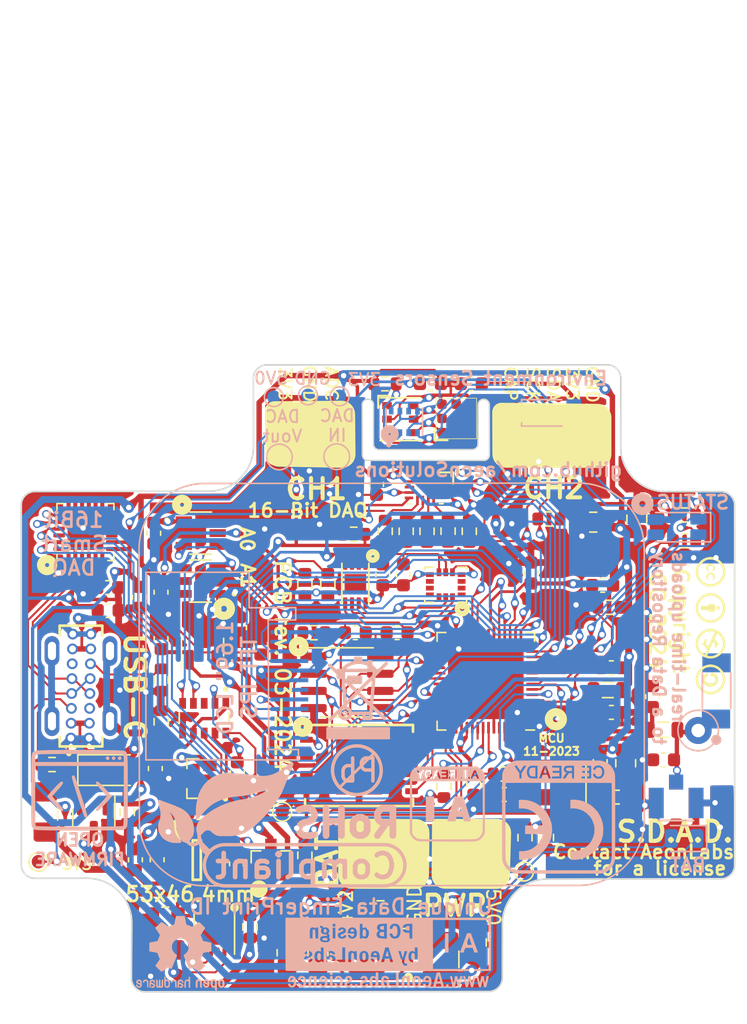
<source format=kicad_pcb>
(kicad_pcb (version 20240225) (generator "pcbnew") (generator_version "8.99")
  (title_block (title "S.D.A.D. -16-bit DAQ & Unique Fingerprint ID") (date "2024-02-25") (rev "03-2024") (company "AeonLabs (https://github.com/aeonSolutions)") (comment 1 "license: creative commons share alike non-commercial") (comment 2 "contact AeonLabs for a commercial/reseller license") (comment 3 "Smart DAQ capble to Deliver Data with a Unique Fingerprint ID"))
  (layers (0 "F.Cu" signal) (31 "B.Cu" signal) (34 "B.Paste" user) (35 "F.Paste" user) (36 "B.SilkS" user "B.Silkscreen") (37 "F.SilkS" user "F.Silkscreen") (38 "B.Mask" user) (39 "F.Mask" user) (44 "Edge.Cuts" user))
  (net 0 "")
  (net 1 "GND")
  (net 2 "Net-(U3-I_SET)")
  (net 3 "3V3")
  (net 4 "VDD_SPI")
  (net 5 "CHIP_EN")
  (net 6 "ESP_GPIO0_BOOT-DTR")
  (net 7 "GPIO8_I2C_SDA")
  (net 8 "USB_D-")
  (net 9 "SPIHD")
  (net 10 "SPIWP")
  (net 11 "SPICS0")
  (net 12 "SPICLK")
  (net 13 "SPIQ")
  (net 14 "SPID")
  (net 15 "USB_D+")
  (net 16 "Net-(ESP32S1-LNA_IN{slash}RF)")
  (net 17 "TXD0")
  (net 18 "RXD0")
  (net 19 "DAC_CALIBRATION")
  (net 20 "Net-(ESP32S1-XTAL_P)")
  (net 21 "Net-(ESP32S1-XTAL_N)")
  (net 22 "GPIO9_I2C_SCL")
  (net 23 "Net-(ESP32S1-U0TXD{slash}PROG{slash}GPIO43)")
  (net 24 "SPICS1")
  (net 25 "VIN_BAT")
  (net 26 "STDBY_LED_G")
  (net 27 "CHRG_LED_R")
  (net 28 "VIN")
  (net 29 "USB_5V0")
  (net 30 "BAT_SENSE_IO21")
  (net 31 "Net-(LED1-RA)")
  (net 34 "Net-(U7-CSB)")
  (net 35 "GNDPWR")
  (net 40 "unconnected-(ESP32S1-MTDI{slash}JTAG{slash}GPIO41-Pad47)")
  (net 41 "unconnected-(ESP32S1-MTMS{slash}JTAG{slash}GPIO42-Pad48)")
  (net 42 "Net-(AUR1-FB)")
  (net 43 "Net-(AUR1-SW)")
  (net 44 "Net-(ESP32S1-VDD3P3-Pad2)")
  (net 45 "Net-(E_LNA_ANT2-SIG)")
  (net 54 "TEMT6000_IO33")
  (net 56 "LED_G_IO02")
  (net 57 "LED_R_IO04")
  (net 58 "LED_B_IO05")
  (net 60 "LCD_LED_IO21")
  (net 61 "LCD_I2C_SDA_IO38")
  (net 62 "LCD_RST_IO37")
  (net 63 "CAPACITIVE_SENSOR_IO11")
  (net 64 "LCD_I2C_SCL_IO12")
  (net 65 "GNDD")
  (net 66 "PERIPHERALS_PWR_EN_IO38")
  (net 69 "ADC_CH_V+")
  (net 70 "3V3_PLUG")
  (net 71 "Net-(IC1-C+)")
  (net 72 "Net-(IC1-C-)")
  (net 73 "LCD_DC_IO18")
  (net 74 "LCD_CS_IO36")
  (net 79 "Net-(U8-S5)")
  (net 80 "Net-(U8-S6)")
  (net 81 "Net-(U8-S7)")
  (net 82 "Net-(U8-S8)")
  (net 83 "TMUX1208_A0")
  (net 84 "TMUX1208_A2")
  (net 85 "TMUX1208_A1")
  (net 86 "Net-(U8-S4)")
  (net 87 "Net-(U5-V3)")
  (net 102 "Net-(J2-CC1)")
  (net 104 "Net-(J2-CC2)")
  (net 106 "Net-(J2-SHIELD)")
  (net 107 "VOLTAGE_REF_2.5V")
  (net 108 "unconnected-(ESP32S1-GPIO37-Pad42)")
  (net 109 "CH1_PWR_EN_3V3_IO36")
  (net 110 "PSW_EN")
  (net 111 "Net-(U9-CAP_RC)")
  (net 112 "RV_INT")
  (net 114 "VINF")
  (footprint "Package_TO_SOT_SMD:SOT-23" (layer "F.Cu") (at 123.89 107.8375 -90)
    (property "Reference" "DMP1045U_1" (hide yes))
    (property "Value" "DMP1045U")
  )
  (footprint "Resistor_SMD:R_0603_1608Metric" (layer "F.Cu") (at 155.84 109.28 90)
    (property "Reference" "BAT_SENSE_R2" (hide yes))
    (property "Value" "100k")
  )
  (footprint "Resistor_SMD:R_0603_1608Metric" (layer "F.Cu") (at 120.8 103.87)
    (property "Reference" "USB_PLUG_R2" (hide yes))
    (property "Value" "5k1")
  )
  (footprint "Resistor_SMD:R_0805_2012Metric_Pad1.20x1.40mm_HandSolder" (layer "F.Cu") (at 138.21 117.8 90)
    (property "Reference" "AUR_R1" (hide yes))
    (property "Value" "75k")
  )
  (footprint "Capacitor_SMD:C_0805_2012Metric" (layer "F.Cu") (at 163.3 103.77 90)
    (property "Reference" "E_VDDA_C2" (hide yes))
    (property "Value" "1uF 10% 50V")
  )
  (footprint "AeonLabs_Power:NPN & PNP SOT-23" (layer "F.Cu") (at 137.01 110.91 90)
    (property "Reference" "NPN2" (hide yes))
    (property "Value" "~")
  )
  (footprint "RF_Antenna:RF Antenna IPEX SMD PCB HRS_U.FL-R-SMT(01)" (layer "F.Cu") (at 167.03 106.72 180)
    (property "Reference" "E_LNA_ANT2" (hide yes))
    (property "Value" "U.FL-R-SMT(01)" (hide yes))
  )
  (footprint "Resistor_SMD:R_0603_1608Metric" (layer "F.Cu") (at 128.88 100.705 90)
    (property "Reference" "USB_PLYG_R1" (hide yes))
    (property "Value" "150K")
  )
  (footprint "Capacitor_SMD:C_0603_1608Metric" (layer "F.Cu") (at 151.86 75.68 180)
    (property "Reference" "ENS_C2" (hide yes))
    (property "Value" "100nF")
  )
  (footprint "AeonLabs_Sensors:ENS160 Gas Semsor" (layer "F.Cu") (at 150.76 78.28 90)
    (property "Reference" "IC_ENS1" (hide yes))
    (property "Value" "~" (hide yes))
  )
  (footprint "AeonLabs_IC:CN3065" (layer "F.Cu") (at 132.82 116.41 -90)
    (property "Reference" "U3" (hide yes))
    (property "Value" "Battery_charger_CN3065_QFN8")
  )
  (footprint "AeonLabs_Power:NPN & PNP SOT-23" (layer "F.Cu") (at 131.44 104.91 180)
    (property "Reference" "NPN1" (hide yes))
    (property "Value" "~")
  )
  (footprint "Capacitor_SMD:C_0603_1608Metric" (layer "F.Cu") (at 126.975 110.92 -90)
    (property "Reference" "HXC2" (hide yes))
    (property "Value" "2.2uF")
  )
  (footprint "Capacitor_SMD:C_0603_1608Metric" (layer "F.Cu") (at 146.83 89.825 -90)
    (property "Reference" "IMUC1" (hide yes))
    (property "Value" "100nF")
  )
  (footprint "Resistor_SMD:R_0603_1608Metric" (layer "F.Cu") (at 126.37 107.4 -90)
    (property "Reference" "DMP1045_R1" (hide yes))
    (property "Value" "10K")
  )
  (footprint "Capacitor_SMD:C_0603_1608Metric" (layer "F.Cu") (at 162.68 106.28)
    (property "Reference" "E_XTAL40_C1" (hide yes))
    (property "Value" "22pF 5% 50V")
  )
  (footprint "Capacitor_SMD:C_0603_1608Metric" (layer "F.Cu") (at 166.105 103.52 180)
    (property "Reference" "E_LNA_C1" (hide yes))
    (property "Value" "2.7pF")
  )
  (footprint "Capacitor_SMD:C_0603_1608Metric" (layer "F.Cu") (at 148.835 75.67)
    (property "Reference" "ENS_C1" (hide yes))
    (property "Value" "1uF")
  )
  (footprint "Capacitor_SMD:C_0603_1608Metric" (layer "F.Cu") (at 145.3 89.825 -90)
    (property "Reference" "ATSHA_C1" (hide yes))
    (property "Value" "100nF")
  )
  (footprint "Resistor_SMD:R_0603_1608Metric" (layer "F.Cu") (at 157.43 109.28 -90)
    (property "Reference" "BAT_SENSE_R1" (hide yes))
    (property "Value" "100k")
  )
  (footprint "Capacitor_SMD:C_0805_2012Metric_Pad1.18x1.45mm_HandSolder" (layer "F.Cu") (at 152.23 117.04 90)
    (property "Reference" "AUR_C1" (hide yes))
    (property "Value" "22uF")
  )
  (footprint "Capacitor_SMD:C_0603_1608Metric" (layer "F.Cu") (at 136.26 94.95 -90)
    (property "Reference" "VOLTAGE_REF_C2" (hide yes))
    (property "Value" "100nF")
  )
  (footprint "Capacitor_SMD:C_0603_1608Metric" (layer "F.Cu") (at 134.52 104.48 90)
    (property "Reference" "RV_C2" (hide yes))
    (property "Value" "47pF")
  )
  (footprint "TestPoint:TestPoint_Pad_D1.0mm" (layer "F.Cu") (at 137.85 107.36)
    (property "Reference" "TP3" (hide yes))
    (property "Value" "GND" (hide yes))
  )
  (footprint "Capacitor_SMD:C_0603_1608Metric" (layer "F.Cu") (at 144.84 83.13 90)
    (property "Reference" "TMUX_C1" (hide yes))
    (property "Value" "100nF")
  )
  (footprint "Capacitor_SMD:C_0603_1608Metric" (layer "F.Cu") (at 165.29 98.84 90)
    (property "Reference" "E_LNA_C2" (hide yes))
    (property "Value" "2.7pF")
  )
  (footprint "Capacitor_SMD:C_0603_1608Metric" (layer "F.Cu") (at 161.41 103.655 90)
    (property "Reference" "E_VDDA_C1" (hide yes))
    (property "Value" "100nF")
  )
  (footprint "AeonLabs:aeon creative commons logos" (layer "F.Cu") (at 169.635 93.575 -90)
    (property "Reference" "G***" (hide yes))
    (property "Value" "LOGO" (hide yes))
  )
  (footprint "AeonLabs_Power:IC_RV-1805-C3 Power Gating" (layer "F.Cu") (at 132.07 100.44 -90)
    (property "Reference" "U9" (hide yes))
    (property "Value" "RV-1805-C3_Power_Gating")
  )
  (footprint "Inductor_SMD:L_1210_3225Metric" (layer "F.Cu") (at 149.58 118.29 90)
    (property "Reference" "AUR_l1" (hide yes))
    (property "Value" "3.3uF")
  )
  (footprint "Sensor_Motion:LSM6DS3 Motion Sensor PQFN50P300X250X86-14N" (layer "F.Cu") (at 149.965 90.56 180)
    (property "Reference" "IMU1" (hide yes))
    (property "Value" "LSM6DS3")
  )
  (footprint "Package_DFN_QFN:QFN-56-1EP_7x7mm_P0.4mm_EP5.6x5.6mm" (layer "F.Cu") (at 152.935 97.705 180)
    (property "Reference" "ESP32S1" (hide yes))
    (property "Value" "ESP32-S3")
  )
  (footprint "Capacitor_SMD:C_0805_2012Metric" (layer "F.Cu") (at 129.18 115.16)
    (property "Reference" "CN3965_C1" (hide yes))
    (property "Value" "22uF")
  )
  (footprint "Resistor_SMD:R_0603_1608Metric" (layer "F.Cu") (at 143.15 86.82)
    (property "Reference" "DIP_R1" (hide yes))
    (property "Value" "4k7")
  )
  (footprint "Resistor_SMD:R_0603_1608Metric" (layer "F.Cu") (at 139.53 110.59 -90)
    (property "Reference" "NPN1R3" (hide yes))
    (property "Value" "10k")
  )
  (footprint "AeonLabs_Power:HX4002 SOT95 P280X125-6N" (layer "F.Cu") (at 131.52 110.94)
    (property "Reference" "IC1" (hide yes))
    (property "Value" "HX4002" (hide yes))
  )
  (footprint "Resistor_SMD:R_0603_1608Metric" (layer "F.Cu") (at 139.53 90.54 90)
    (property "Reference" "I2C_SCL_R2" (hide yes))
    (property "Value" "10k")
  )
  (footprint "AeonLabs_Connectors:JST_SH_BM03B-SRSS-TB_1x03-1MP_P1.00mm_Vertical" (layer "F.Cu") (at 145.38 110.47)
    (property "Reference" "ExtSWBAT_PLUG2" (hide yes))
    (property "Value" "Conn_01x03_Female")
  )
  (footprint "Capacitor_SMD:C_0603_1608Metric" (layer "F.Cu") (at 161.595 90.6 180)
    (property "Reference" "E_RTS_C1" (hide yes))
    (property "Value" "100nF")
  )
  (footprint "Package_TO_SOT_SMD:SOT-23" (layer "F.Cu") (at 131.95 95.1775 90)
    (property "Reference" "U1" (hide yes))
    (property "Value" "MCP1525-TT" (hide yes))
  )
  (footprint "Resistor_SMD:R_0603_1608Metric" (layer "F.Cu") (at 131.77 107.42)
    (property "Reference" "NPN1R1" (hide yes))
    (property "Value" "10k")
  )
  (footprint "AeonLabs_Connectors:USB-C Vertical GCT_USB4120-03-C_REVA" (layer "F.Cu") (at 122.94 98.06 90)
    (property "Reference" "J2" (hide yes))
    (property "Value" "USB4120-03-C_REVA")
  )
  (footprint "AeonLabs_IC:CH9102F" (layer "F.Cu") (at 123.27 86.66 90)
    (property "Reference" "U5" (hide yes))
    (property "Value" "~")
  )
  (footprint "Capacitor_SMD:C_0603_1608Metric" (layer "F.Cu") (at 162.24 100.01)
    (property "Reference" "E_VDD_3_C4" (hide yes))
    (property "Value" "100nF 10% 16V")
  )
  (footprint "Capacitor_SMD:C_0805_2012Metric" (layer "F.Cu") (at 164.125 85.665 90)
    (property "Reference" "E_VDD_3_C2" (hide yes))
    (property "Value" "10uF 20% 6.3V")
  )
  (footprint "Capacitor_SMD:C_0603_1608Metric" (layer "F.Cu") (at 152.04 105.33 -90)
    (property "Reference" "E_VDD_CPU_C1" (hide yes))
    (property "Value" "100nF 10% 16V")
  )
  (footprint "Resistor_SMD:R_0603_1608Metric" (layer "F.Cu") (at 151.71 86.6 -90)
    (property "Reference" "I2C_SCL_R1" (hide yes))
    (property "Value" "10k")
  )
  (footprint "AeonLabs_Connectors:JST_SH_BM02B-SRSS-TB_1x02-1MP_P1.00mm_Vertical" (layer "F.Cu") (at 151.8 110.48)
    (property "Reference" "PWR_PLUG1" (hide yes))
    (property "Value" "Screw_Terminal_01x02")
  )
  (footprint "Fuse:Fuse_1206_3216Metric_Pad1.42x1.75mm_HandSolder" (layer "F.Cu") (at 120.3 107.3825 90)
    (property "Reference" "PWR_FUSE1" (hide yes))
    (property "Value" "Polyfuse")
  )
  (footprint "Sensor_Humidity:AHT20 HT Sensor PSON100P300X300X110-6N" (layer "F.Cu") (at 146.6 78.3)
    (property "Reference" "U4" (hide yes))
    (property "Value" "AHT20" (hide yes))
  )
  (footprint "Package_SO:SOIC-8_3.9x4.9mm_P1.27mm" (layer "F.Cu") (at 142.645 97.785)
    (property "Reference" "EPS1" (hide yes))
    (property "Value" "ESP32-PSRAM_LY68L6400S")
  )
  (footprint "Capacitor_SMD:C_0603_1608Metric" (layer "F.Cu") (at 134.46 111.22 -90)
    (property "Reference" "HXC1" (hide yes))
    (property "Value" "2.2uF")
  )
  (footprint "Resistor_SMD:R_0603_1608Metric" (layer "F.Cu") (at 154.31 104.57)
    (property "Reference" "E_DTR_R1" (hide yes))
    (property "Value" "10k")
  )
  (footprint "Crystal:Crystal_SMD_3225-4Pin_3.2x2.5mm" (layer "F.Cu") (at 158.36 105.44 180)
    (property "Reference" "E_XTAL40_1" (hide yes))
    (property "Value" "40Mhz 22pF+-10PPM")
  )
  (footprint "Diode_SMD:D_1206_3216Metric" (layer "F.Cu") (at 124.99 104.28)
    (property "Reference" "DMP1045_SCHOT1" (hide yes))
    (property "Value" "D_Schottky")
  )
  (footprint "Inductor_SMD:L_0805_2012Metric" (layer "F.Cu") (at 161.975 98.355 180)
    (property "Reference" "E_VDD_L1" (hide yes))
    (property "Value" "12nH 5%")
  )
  (footprint "Resistor_SMD:R_0603_1608Metric" (layer "F.Cu") (at 167.645 85.395)
    (property "Reference" "TMPR1" (hide yes))
    (property "Value" "10K")
  )
  (footprint "Capacitor_SMD:C_0603_1608Metric" (layer "F.Cu") (at 128.45 104.165 90)
    (property "Reference" "RV_C1" (hide yes))
    (property "Value" "47pF")
  )
  (footprint "Resistor_SMD:R_0603_1608Metric" (layer "F.Cu") (at 157.61 85.69)
    (property "Reference" "I2C_SDA_R1" (hide yes))
    (property "Value" "10k")
  )
  (footprint "Capacitor_SMD:C_0805_2012Metric_Pad1.18x1.45mm_HandSolder" (layer "F.Cu") (at 145.13 114.69)
    (property "Reference" "AUR_C2" (hide yes))
    (property "Value" "4.7uF")
  )
  (footprint "Capacitor_SMD:C_0603_1608Metric" (layer "F.Cu") (at 143.265 94.11 180)
    (property "Reference" "E_SPI_C1" (hide yes))
    (property "Value" "1uF 10% 50V")
  )
  (footprint "AeonLabs_IC:ADS1100 16-bit ADC SOT95P280X145-6N" (layer "F.Cu") (at 131.795 90.285 180)
    (property "Reference" "ADS1100_CH2" (hide yes))
    (property "Value" "ADS1100A0IDBVR")
  )
  (footprint "Capacitor_SMD:C_0603_1608Metric" (layer "F.Cu") (at 124.955 92.46)
    (property "Reference" "CHC3" (hide yes))
    (property "Value" "1uF")
  )
  (footprint "AeonLabs_Connectors:JST_SH_BM03B-SRSS-TB_1x03-1MP_P1.00mm_Vertical" (layer "F.Cu") (at 139.9 79.29 180)
    (property "Reference" "PLUG1" (hide yes))
    (property "Value" "PLUG1")
  )
  (footprint "AeonLabs_IC:TMUX1108 1208 multiplexer QFN40P260X180X55-16N" (layer "F.Cu") (at 148.47 83.53 -90)
    (property "Reference" "U8" (hide yes))
    (property "Value" "TMUX1108RSVR")
  )
  (footprint "Resistor_SMD:R_0603_1608Metric" (layer "F.Cu") (at 162.065 92.23 180)
    (property "Reference" "E_RTS_R1" (hide yes))
    (property "Value" "10k")
  )
  (footprint "AeonLabs_IC:ATSHA204A-MAHDA-T UDFN-8" (layer "F.Cu") (at 143.27 90.47 -90)
    (property "Reference" "U2" (hide yes))
    (property "Value" "ATSHA204A-MAHDA-T")
  )
  (footprint "Capacitor_SMD:C_0805_2012Metric" (layer "F.Cu") (at 129.17 117.59)
    (property "Reference" "CN3065_C2" (hide yes))
    (property "Value" "4.7uF")
  )
  (footprint "Resistor_SMD:R_0603_1608Metric" (layer "F.Cu") (at 140.205 94.11)
    (property "Reference" "PSRAM_R1" (hide yes))
    (property "Value" "100K")
  )
  (footprint "Resistor_SMD:R_0603_1608Metric" (layer "F.Cu") (at 147.035 86.6 90)
    (property "Reference" "DIP_R4" (hide yes))
    (property "Value" "200k")
  )
  (footprint "Capacitor_SMD:C_0603_1608Metric" (layer "F.Cu") (at 127.26 91.49 -90)
    (property "Reference" "CHC1" (hide yes))
    (property "Value" "1uF")
  )
  (footprint "Resistor_SMD:R_0603_1608Metric" (layer "F.Cu") (at 145.48 86.6 -90)
    (property "Reference" "DIP_R5" (hide yes))
    (property "Value" "2M")
  )
  (footprint "Capacitor_SMD:C_0603_1608Metric" (layer "F.Cu") (at 154.3 106.09 180)
    (property "Reference" "E_XTAL40_C2" (hide yes))
    (property "Value" "22pF 5% 50V")
  )
  (footprint "Resistor_SMD:R_0603_1608Metric" (layer "F.Cu") (at 167.66 87.3)
    (property "Reference" "LR1" (hide yes))
    (property "Value" "330R")
  )
  (footprint "Capacitor_SMD:C_0603_1608Metric" (layer "F.Cu") (at 124.92 90.77 180)
    (property "Reference" "CHC2" (hide yes))
    (property "Value" "1uF")
  )
  (footprint "AeonLabs_IC:ADS1100 16-bit ADC SOT95P280X145-6N" (layer "F.Cu") (at 131.81 86.735)
    (property "Reference" "ADS1100_CH1" (hide yes))
    (property "Value" "ADS1100A0IDBVR")
  )
  (footprint "Capacitor_SMD:C_0805_2012Metric" (layer "F.Cu") (at 160.895 85.925 180)
    (property "Reference" "E_VDD_3_C1" (hide yes))
    (property "Value" "10uF 20% 6.3V")
  )
  (footprint "Capacitor_SMD:C_0603_1608Metric" (layer "F.Cu") (at 156.28 89.69 90)
    (property "Reference" "E_VDD_RTC_C1" (hide yes))
    (property "Value" "100nF 10% 16V")
  )
  (footprint "TestPoint:TestPoint_Pad_D1.0mm" (layer "F.Cu") (at 155.77 111.79)
    (property "Reference" "TP1" (hide yes))
    (property "Value" "VIN" (hide yes))
  )
  (footprint "Resistor_SMD:R_0603_1608Metric" (layer "F.Cu") (at 149.83 105.49 90)
    (property "Reference" "E_UART_TX_1" (hide yes))
    (property "Value" "499R")
  )
  (footprint "Capacitor_SMD:C_0603_1608Metric" (layer "F.Cu") (at 128.33 86.75 90)
    (property "Reference" "ADS1100_CH_C1" (hide yes))
    (property "Value" "33-100pF")
  )
  (footprint "Capacitor_SMD:C_0603_1608Metric" (layer "F.Cu") (at 128.87 94.55 -90)
    (property "Reference" "VOLTAGE_REF_C1" (hide yes))
    (property "Value" "100nF")
  )
  (footprint "Inductor_SMD:L_0805_2012Metric" (layer "F.Cu") (at 166.07 101.3 180)
    (property "Reference" "E_LNA_l1" (hide yes))
    (property "Value" "1.8nH 5%")
  )
  (footprint "Resistor_SMD:R_0805_2012Metric_Pad1.20x1.40mm_HandSolder" (layer "F.Cu") (at 140.5 117.8 90)
    (property "Reference" "AUR_R2" (hide yes))
    (property "Value" "24k")
  )
  (footprint "Resistor_SMD:R_0603_1608Metric" (layer "F.Cu") (at 128.88 97.61 -90)
    (property "Reference" "USB_PLUG_R4" (hide yes))
    (property "Value" "5k1")
  )
  (footprint "Resistor_SMD:R_0603_1608Metric" (layer "F.Cu") (at 148.58 86.6 90)
    (property "Reference" "DIP_R3" (hide yes))
    (property "Value" "20k")
  )
  (footprint "TestPoint:TestPoint_Pad_D1.0mm" (layer "F.Cu") (at 119.79 111.06)
    (property "Reference" "TP2" (hide yes))
    (property "Value" "VOut" (hide yes))
  )
  (footprint "Capacitor_SMD:C_0603_1608Metric" (layer "F.Cu") (at 162.235 96.705 180)
    (property "Reference" "E_VDD_3_C3" (hide yes))
    (property "Value" "100nF 10% 16V")
  )
  (footprint "AeonLabs Storage:WSON8 FLASH SPI SON127P800X600X80-9N" (layer "F.Cu") (at 143.54 103.94)
    (property "Reference" "ESP_FLASH1" (hide yes))
    (property "Value" "W25Q128JVS")
  )
  (footprint "Resistor_SMD:R_0603_1608Metric" (layer "F.Cu") (at 150.14 86.59 90)
    (property "Reference" "DIP_R2" (hide yes))
    (property "Value" "1k")
  )
  (footprint "Resistor_SMD:R_0603_1608Metric" (layer "F.Cu") (at 135.46 115.89 90)
    (property "Reference" "CN3065_R1" (hide yes))
    (property "Value" "1K8")
  )
  (footprint "Capacitor_SMD:C_0603_1608Metric" (layer "F.Cu") (at 146.36 94.105)
    (property "Reference" "E_SPI_C2" (hide yes))
    (property "Value" "100nF 10% 16V")
  )
  (footprint "Capacitor_SMD:C_0603_1608Metric" (layer "F.Cu") (at 134.685 93.735 90)
    (property "Reference" "ADS1100_CH_C3" (hide yes))
    (property "Value" "33-100pF")
  )
  (footprint "Capacitor_SMD:C_0603_1608Metric" (layer "F.Cu") (at 128.87 91.11 90)
    (property "Reference" "ADS1100_CH_C4" (hide yes))
    (property "Value" "100nF")
  )
  (footprint "Capacitor_SMD:C_0603_1608Metric" (layer "F.Cu") (at 128.585 110.92 -90)
    (property "Reference" "HXC3" (hide yes))
    (property "Value" "2.2uF")
  )
  (footprint "AeonLabs_Connectors:JST_SH_BM05B-SRSS-TB_1x05-1MP_P1.00mm_Vertical" (layer "F.Cu") (at 157.82 79.29 180)
    (property "Reference" "PLUG2" (hide yes))
    (property "Value" "PLUG2")
  )
  (footprint "Resistor_SMD:R_0603_1608Metric" (layer "F.Cu") (at 141.23 90.545 -90)
    (property "Reference" "I2C_SDA_R2" (hide yes))
    (property "Value" "10k")
  )
  (footprint "AeonLabs Enclosure Boxes:ABB JB6 IP65 57x64mm" (layer "F.Cu") (at 148.2 97.22)
    (property "Reference" "REF**" (hide yes))
    (property "Value" "ABB JB6 IP65 57x64mm")
    (fp_line (start -29.68 14.045484) (end -29.684389 -12.595279) (stroke (width 0.12)) (layer "Edge.Cuts"))
    (fp_line (start -28.718904 15.072335) (end -24.798393 15.067665) (stroke (width 0.12)) (layer "Edge.Cuts"))
    (fp_line (start -28.657538 -13.556375) (end -15.822462 -13.583625) (stroke (width 0.12)) (layer "Edge.Cuts"))
    (fp_line (start -21.517584 22.447976) (end -21.488551 18.410009) (stroke (width 0.12)) (layer "Edge.Cuts"))
    (fp_line (start -20.556488 23.474827) (end 4.927339 23.448648) (stroke (width 0.12)) (layer "Edge.Cuts"))
    (fp_line (start -12.483764 -21.975849) (end -12.480118 -16.893467) (stroke (width 0.12)) (layer "Edge.Cuts"))
    (fp_line (start -11.456913 -22.936945) (end 13.776912 -22.943054) (stroke (width 0.12)) (layer "Edge.Cuts"))
    (fp_line (start 5.95419 22.487552) (end 5.96258 18.437092) (stroke (width 0.12)) (layer "Edge.Cuts"))
    (fp_line (start 14.738008 -21.916203) (end 14.727203 -16.893806) (stroke (width 0.12)) (layer "Edge.Cuts"))
    (fp_line (start 18.037045 -13.551462) (end 22.204116 -13.548538) (stroke (width 0.12)) (layer "Edge.Cuts"))
    (fp_line (start 22.14 15.1) (end 9.304924 15.12725) (stroke (width 0.12)) (layer "Edge.Cuts"))
    (fp_line (start 23.165212 -12.521687) (end 23.166851 14.138904) (stroke (width 0.12)) (layer "Edge.Cuts"))
    (fp_arc (start -29.684389 -12.595279) (mid -29.365412 -13.283579) (end -28.657538 -13.556375) (stroke (width 0.12)) (layer "Edge.Cuts"))
    (fp_arc (start -28.718904 15.072335) (mid -29.407203 14.753357) (end -29.68 14.045484) (stroke (width 0.12)) (layer "Edge.Cuts"))
    (fp_arc (start -24.798393 15.067665) (mid -22.446462 16.048605) (end -21.488551 18.410009) (stroke (width 0.12)) (layer "Edge.Cuts"))
    (fp_arc (start -20.556488 23.474827) (mid -21.244789 23.155851) (end -21.517584 22.447976) (stroke (width 0.12)) (layer "Edge.Cuts"))
    (fp_arc (start -12.483764 -21.975849) (mid -12.164792 -22.664154) (end -11.456913 -22.936945) (stroke (width 0.12)) (layer "Edge.Cuts"))
    (fp_arc (start -12.480118 -16.893467) (mid -13.461062 -14.54154) (end -15.822462 -13.583625) (stroke (width 0.12)) (layer "Edge.Cuts"))
    (fp_arc (start 5.95419 22.487552) (mid 5.635223 23.175861) (end 4.927339 23.448648) (stroke (width 0.12)) (layer "Edge.Cuts"))
    (fp_arc (start 5.96258 18.437092) (mid 6.943525 16.085166) (end 9.304924 15.12725) (stroke (width 0.12)) (layer "Edge.Cuts"))
    (fp_arc (start 13.776912 -22.943054) (mid 14.465188 -22.62407) (end 14.738008 -21.916203) (stroke (width 0.12)) (layer "Edge.Cuts"))
    (fp_arc (start 18.037045 -13.551462) (mid 15.685136 -14.532419) (end 14.727203 -16.893806) (stroke (width 0.12)) (layer "Edge.Cuts"))
    (fp_arc (start 22.204116 -13.548538) (mid 22.892343 -13.229481) (end 23.165212 -12.521687) (stroke (width 0.12)) (layer "Edge.Cuts"))
    (fp_arc (start 23.166851 14.138904) (mid 22.847862 14.827192) (end 22.14 15.1) (stroke (width 0.12)) (layer "Edge.Cuts"))
  )
  (footprint "AeonLabs_Power:AUR9718 ST1S09 SON95P300X300X100-7N" (layer "F.Cu") (at 145.7 117.51 180)
    (property "Reference" "AUR1" (hide yes))
    (property "Value" "AUR9718x_DFN_3x3mm_6_pin")
  )
  (footprint "Resistor_SMD:R_0603_1608Metric" (layer "F.Cu") (at 145.465 75.68 180)
    (property "Reference" "BMPR1" (hide yes))
    (property "Value" "10k")
  )
  (footprint "RF_Antenna:RF Antenna IPEX SMD PCB HRS_U.FL-R-SMT(01)" (layer "B.Cu") (at 167.04 106.71)
    (property "Reference" "E_LNA_ANT2" (hide yes))
    (property "Value" "U.FL-R-SMT(01)" (hide yes))
  )
  (footprint "AeonLabs Logosy:AI ready" (layer "B.Cu") (at 150.085 106.785 180)
    (property "Reference" "G***" (hide yes))
    (property "Value" "LOGO" (hide yes))
  )
  (footprint "OLIMEX_LOGOs-FP:LOGO_RECYCLEBIN_1" (layer "B.Cu") (at 145.8118 101.97996 180)
    (property "Reference" "Sign-RecycleBin" (hide yes))
    (property "Value" "" (hide yes))
  )
  (footprint "TestPoint:TestPoint_Pad_D1.0mm" (layer "B.Cu") (at 142.1 76.61 180)
    (property "Reference" "TP2" (hide yes))
    (property "Value" "VOut" (hide yes))
  )
  (footprint "TestPoint:TestPoint_Pad_D1.5mm" (layer "B.Cu") (at 137.64 81.1 180)
    (property "Reference" "REF**" (hide yes))
    (property "Value" "TestPoint_Pad_D1.5mm" (hide yes))
  )
  (footprint "Sensor:TEMT6000-SEN" (layer "B.Cu") (at 157.585 77.825 180)
    (property "Reference" "U6" (hide yes))
    (property "Value" "TEMT6000" (hide yes))
  )
  (footprint "LED_SMD:LED_1206_3210_RGB_Metric" (layer "B.Cu") (at 167.33 86.34 180)
    (property "Reference" "LED1" (hide yes))
    (property "Value" "LED_GBRC" (hide yes))
  )
  (footprint "OLIMEX_LOGOs-FP:LOGO_ROHS_1" (layer "B.Cu") (at 145.925 112.215 180)
    (property "Reference" "Sign-RoHS" (hide yes))
    (property "Value" "" (hide yes))
  )
  (footprint "TestPoint:TestPoint_Loop_D1.80mm_Drill1.0mm_Beaded" (layer "B.Cu") (at 168.67 101.35 180)
    (property "Reference" "REF**" (hide yes))
    (property "Value" "TestPoint_Loop_D1.80mm_Drill1.0mm_Beaded" (hide yes))
  )
  (footprint "AeonLabs Logos:aeonlabs science" (layer "B.Cu") (at 145.709702 117.831553 180)
    (property "Reference" "G***" (hide yes))
    (property "Value" "LOGO" (hide yes))
  )
  (footprint "AeonLabs Logosy:CE Ready Small Logo" (layer "B.Cu") (at 158.335 107.755 180)
    (property "Reference" "G***" (hide yes))
    (property "Value" "LOGO" (hide yes))
  )
  (footprint "TestPoint:TestPoint_Pad_D1.0mm" (layer "B.Cu") (at 139.76 76.54 180)
    (property "Reference" "TP3" (hide yes))
    (property "Value" "GND" (hide yes))
  )
  (footprint "Symbol:OSHW-Logo2_7.3x6mm_SilkScreen" (layer "B.Cu") (at 130.3 117.84 180)
    (property "Reference" "REF**" (hide yes))
    (property "Value" "OSHW-Logo2_7.3x6mm_SilkScreen" (hide yes))
  )
  (footprint "AeonLabs LCDs:1,69 inch LCD IPS TFT" (layer "B.Cu") (at 149.79 98.6275 90)
    (property "Reference" "LCD1" (hide yes))
    (property "Value" "Conn_01x12_Male" (hide yes))
  )
  (footprint "LED_SMD:LED_0805_2012Metric" (layer "B.Cu") (at 167.615 109.345 180)
    (property "Reference" "CN3065_STDBY_LED1" (hide yes))
    (property "Value" "LED" (hide yes))
  )
  (footprint "AeonLabs_MCU_RF:CrossAir CA-C03" (layer "B.Cu") (at 170.17 98.625 90)
    (property "Reference" "E_LNA_ANT1" (hide yes))
    (property "Value" "SMD-BUILT-IN-ANTENNA-2.4GHZ(2P-9.5X2.1MM)" (hide yes))
    (property "VALUE" "AN9520" (hide yes))
  )
  (footprint "OLIMEX_LOGOs-FP:LOGO_PBFREE" (layer "B.Cu") (at 143.585 103.975)
    (property "Reference" "Sign-PbFree" (hide yes))
    (property "Value" "")
  )
  (footprint "AeonLabs Logos:open_firmware" (layer "B.Cu") (at 122.978172 106.726806 180)
    (property "Reference" "G***" (hide yes))
    (property "Value" "LOGO" (hide yes))
  )
  (footprint "AeonLabs_Sensors:XDCR_BMP280" (layer "B.Cu") (at 146.895 78.5 -90)
    (property "Reference" "U7" (hide yes))
    (property "Value" "BMP280" (hide yes))
  )
  (footprint "TestPoint:TestPoint_Pad_D1.5mm" (layer "B.Cu") (at 141.89 81.08 180)
    (property "Reference" "REF**" (hide yes))
    (property "Value" "TestPoint_Pad_D1.5mm" (hide yes))
  )
  (footprint "TestPoint:TestPoint_Pad_D1.0mm" (layer "B.Cu") (at 137.23 76.67 180)
    (property "Reference" "TP1" (hide yes))
    (property "Value" "VIN" (hide yes))
  )
  (gr_circle (center 164.532447 84.58) (end 164.753994 84.6) (stroke (width 0.6)) (fill none) (layer "B.SilkS"))
  (gr_circle (center 145.81 79.408411) (end 145.875 79.378411) (stroke (width 0.6)) (fill none) (layer "B.SilkS"))
  (gr_circle (center 158.125 100.515) (end 157.903453 100.535) (stroke (width 0.6)) (fill none) (layer "F.SilkS"))
  (gr_line (start 149.13 79) (end 149.13 79.86) (stroke (width 0.15)) (layer "F.SilkS"))
  (gr_line (start 149.46 82.245) (end 150.52 82.245) (stroke (width 0.15)) (layer "F.SilkS"))
  (gr_circle (center 151.182448 92.34) (end 151.344896 92.34) (stroke (width 0.4)) (fill none) (layer "F.SilkS"))
  (gr_line (start 144.96 76.57) (end 144.96 77.47) (stroke (width 0.15)) (layer "F.SilkS"))
  (gr_circle (center 133.53 92.34) (end 133.308453 92.36) (stroke (width 0.6)) (fill none) (layer "F.SilkS"))
  (gr_circle (center 130.1 108.63) (end 130.007553 108.66) (stroke (width 0.6)) (fill none) (layer "F.SilkS"))
  (gr_circle (center 139.07 95.142685) (end 138.93 95.170238) (stroke (width 0.6)) (fill none) (layer "F.SilkS"))
  (gr_circle (center 134.32 114.45) (end 134.51 114.47) (stroke (width 0.28)) (fill none) (layer "F.SilkS"))
  (gr_circle (center 130.43 84.64) (end 130.29 84.667553) (stroke (width 0.6)) (fill none) (layer "F.SilkS"))
  (gr_circle (center 136.12 113.08) (end 136.081658 113.06) (stroke (width 0.6)) (fill none) (layer "F.SilkS"))
  (gr_line (start 145.775 76.57) (end 144.955 76.57) (stroke (width 0.15)) (layer "F.SilkS"))
  (gr_line (start 150.52 82.245) (end 150.52 83.075) (stroke (width 0.15)) (layer "F.SilkS"))
  (gr_circle (center 139.367315 101.08) (end 139.227315 101.107553) (stroke (width 0.6)) (fill none) (layer "F.SilkS"))
  (gr_circle (center 144.56 88.42933) (end 144.67 88.417163) (stroke (width 0.4)) (fill none) (layer "F.SilkS"))
  (gr_line (start 149.13 79.86) (end 150.1 79.86) (stroke (width 0.15)) (layer "F.SilkS"))
  (gr_circle (center 120.43 89.099668) (end 120.28 89.109668) (stroke (width 0.6)) (fill none) (layer "F.SilkS"))
  (gr_circle (center 147.2025 119.615) (end 147.1825 119.805) (stroke (width 0.28)) (fill none) (layer "F.SilkS"))
  (gr_line (start 144.615193 77.235502) (end 144.614805 80.145347) (stroke (width 0.1)) (layer "Edge.Cuts"))
  (gr_line (start 151.934707 80.544653) (end 145.045292 80.555346) (stroke (width 0.1)) (layer "Edge.Cuts"))
  (gr_arc (start 152.765192 76.823678) (mid 153.068327 76.936423) (end 153.195679 77.233677) (stroke (width 0.1)) (layer "Edge.Cuts"))
  (gr_arc (start 153.204706 80.926839) (mid 153.091957 81.229947) (end 152.794707 81.357326) (stroke (width 0.1)) (layer "Edge.Cuts"))
  (gr_line (start 152.364707 77.254165) (end 152.35422 80.114166) (stroke (width 0.1)) (layer "Edge.Cuts"))
  (gr_arc (start 143.774707 77.25599) (mid 143.887546 76.952965) (end 144.184706 76.825503) (stroke (width 0.1)) (layer "Edge.Cuts"))
  (gr_arc (start 144.184706 76.825503) (mid 144.487657 76.938391) (end 144.615193 77.235502) (stroke (width 0.1)) (layer "Edge.Cuts"))
  (gr_line (start 144.21568 81.355501) (end 152.794707 81.357326) (stroke (width 0.1)) (layer "Edge.Cuts"))
  (gr_line (start 143.774707 77.25599) (end 143.785193 80.945502) (stroke (width 0.1)) (layer "Edge.Cuts"))
  (gr_line (start 153.204706 80.926839) (end 153.195679 77.233677) (stroke (width 0.1)) (layer "Edge.Cuts"))
  (gr_arc (start 145.045292 80.555346) (mid 144.74214 80.442651) (end 144.614805 80.145347) (stroke (width 0.1)) (layer "Edge.Cuts"))
  (gr_arc (start 144.21568 81.355501) (mid 143.912484 81.242838) (end 143.785193 80.945502) (stroke (width 0.1)) (layer "Edge.Cuts"))
  (gr_arc (start 152.364707 77.254165) (mid 152.477555 76.951156) (end 152.774706 76.823678) (stroke (width 0.1)) (layer "Edge.Cuts"))
  (gr_arc (start 152.35422 80.114166) (mid 152.241494 80.417293) (end 151.944221 80.544653) (stroke (width 0.1)) (layer "Edge.Cuts"))
  (gr_text "BAT" (at 167.915 111.315 0) (layer "B.SilkS") (effects (font (size 1 1) (thickness 0.2)) (justify mirror)))
  (gr_text "5V0\n" (at 137.02 75.27 0) (layer "B.SilkS") (effects (font (size 0.9 0.9)) (justify mirror)))
  (gr_text "Unique Data FingerPrint ID" (at 153.57 114.39 0) (layer "B.SilkS") (effects (font (size 1.1 1.1) (thickness 0.2)) (justify left mirror)))
  (gr_text "1.69{dblquote} LCD\nTFT IPS" (at 134.52 97.44 90) (layer "B.SilkS") (effects (font (size 1.1 1.1) (thickness 0.2)) (justify mirror)))
  (gr_text "GND" (at 140.11 75.28 0) (layer "B.SilkS") (effects (font (size 0.9 0.9)) (justify mirror)))
  (gr_text "github.com/aeonSolutions" (at 163.15 82.05 0) (layer "B.SilkS") (effects (font (size 1 1) (thickness 0.2)) (justify left mirror)))
  (gr_text "3V3" (at 143.92 75.37 0) (layer "B.SilkS") (effects (font (size 0.9 0.9)) (justify mirror)))
  (gr_text "DAC\nVout" (at 137.87 78.83 0) (layer "B.SilkS") (effects (font (size 0.9 0.9)) (justify mirror)))
  (gr_text "16Bit\nSmart\nDAQ" (at 122.41 87.53 0) (layer "B.SilkS") (effects (font (size 1.1 1.1) (thickness 0.2)) (justify mirror)))
  (gr_text "STATUS" (at 168.28 84.46 0) (layer "B.SilkS") (effects (font (size 1 1) (thickness 0.2)) (justify mirror)))
  (gr_text "Environment Sensors\n" (at 154.045 75.285 0) (layer "B.SilkS") (effects (font (size 1 1) (thickness 0.2)) (justify mirror)))
  (gr_text "DAC\nIN" (at 141.92 78.77 0) (layer "B.SilkS") (effects (font (size 0.9 0.9)) (justify mirror)))
  (gr_text "OPEN\nFIRMWARE" (at 122.85 110.18 0) (layer "B.SilkS") (effects (font (size 0.9 0.9) (thickness 0.2)) (justify mirror)))
  (gr_text "real-time uploads\nto a Data Repository" (at 166.49 87.99 270) (layer "B.SilkS") (effects (font (size 0.9 0.9) (thickness 0.2)) (justify right mirror)))
  (gr_text "GND" (at 135.44 107.47 0) (layer "F.SilkS") (effects (font (size 0.8 0.8))))
  (gr_text "3V3" (at 122.65 111.25 0) (layer "F.SilkS") (effects (font (size 0.8 0.8))))
  (gr_text "3V3" (at 138.05 75.69 -90) (layer "F.SilkS") (effects (font (size 0.9 0.9))))
  (gr_text "GND" (at 147.66 114.26 90) (layer "F.SilkS") (effects (font (size 1 1))))
  (gr_text "MCU\n11-2023" (at 157.805 102.405 0) (layer "F.SilkS") (effects (font (size 0.6 0.6) (thickness 0.15) (bold yes))))
  (gr_text "CH2" (at 157.96 83.41 0) (layer "F.SilkS") (effects (font (size 1.5 1.5) (thickness 0.3) (bold yes))))
  (gr_text "PCB rev. 03-2024" (at 137.87 96.54 270) (layer "F.SilkS") (effects (font (size 1.1 1.1) (thickness 0.2))))
  (gr_text "16-Bit DAQ" (at 139.74 85.06 0) (layer "F.SilkS") (effects (font (size 1 1) (thickness 0.2))))
  (gr_text "PWR" (at 150.64 114.32 0) (layer "F.SilkS") (effects (font (size 1.5 1.5) (thickness 0.3) (bold yes))))
  (gr_text "A1" (at 135.3 89.89 -90) (layer "F.SilkS") (effects (font (size 1 1) (thickness 0.2))))
  (gr_text "Copyright\nCC 2024" (at 166.515 93.235 270) (layer "F.SilkS") (effects (font (size 1.1 1.1) (thickness 0.2))))
  (gr_text "SCK" (at 156.42 75.75 270) (layer "F.SilkS") (effects (font (size 0.9 0.9))))
  (gr_text "A0" (at 135.25 87.19 -90) (layer "F.SilkS") (effects (font (size 1 1) (thickness 0.2))))
  (gr_text "Contact AeonLabs" (at 157.78 110.34 0) (layer "F.SilkS") (effects (font (size 1 1) (thickness 0.2)) (justify left)))
  (gr_text "3V3" (at 159.345 75.7 -90) (layer "F.SilkS") (effects (font (size 0.9 0.9))))
  (gr_text "53x46.4mm" (at 131.05 113.47 0) (layer "F.SilkS") (effects (font (size 1.1 1.1) (thickness 0.2))))
  (gr_text "ADC" (at 141.5 75.68 270) (layer "F.SilkS") (effects (font (size 0.9 0.9))))
  (gr_text "for a license" (at 160.8 111.56 0) (layer "F.SilkS") (effects (font (size 1 1) (thickness 0.2)) (justify left)))
  (gr_text "4V2" (at 142.57 114.5 90) (layer "F.SilkS") (effects (font (size 1 1))))
  (gr_text "USB-C" (at 126.91 98.11 270) (layer "F.SilkS") (effects (font (size 1.5 1.5) (thickness 0.3) (bold yes))))
  (gr_text "5V0" (at 153.48 114.42 -90) (layer "F.SilkS") (effects (font (size 1 1))))
  (gr_text "CH1" (at 140.38 83.48 0) (layer "F.SilkS") (effects (font (size 1.5 1.5) (thickness 0.3) (bold yes))))
  (gr_text "GND" (at 160.82 75.72 270) (layer "F.SilkS") (effects (font (size 0.9 0.9))))
  (gr_text "BAT" (at 141.18 111.02 90) (layer "F.SilkS") (effects (font (size 1.5 1.5) (thickness 0.3) (bold yes))))
  (gr_text "S.D.A.D." (at 166.94 108.84 0) (layer "F.SilkS") (effects (font (size 1.5 1.5) (thickness 0.3) (bold yes))))
  (gr_text "GND" (at 139.88 75.67 -90) (layer "F.SilkS") (effects (font (size 0.9 0.9))))
  (gr_text "CAP" (at 154.78 75.67 270) (layer "F.SilkS") (effects (font (size 0.9 0.9))))
  (gr_text "SDA" (at 157.93 75.73 -90) (layer "F.SilkS") (effects (font (size 0.9 0.9))))
  (segment (start 141.19 103.05) (end 141.19 100.29) (width 0.15) (layer "F.Cu") (net 1))
  (segment (start 140.285 103.955) (end 141.19 103.05) (width 0.15) (layer "F.Cu") (net 1))
  (segment (start 159.026199 106.407495) (end 159.026199 106.98) (width 0.3) (layer "F.Cu") (net 1))
  (segment (start 136.11 108.58) (end 136.27 108.58) (width 0.4) (layer "F.Cu") (net 1))
  (segment (start 162.46125 89.795) (end 162.46125 90.25375) (width 0.3) (layer "F.Cu") (net 1))
  (segment (start 147.435 94.105) (end 147.135 94.105) (width 0.15) (layer "F.Cu") (net 1))
  (segment (start 163.615 84.555) (end 164.585 84.555) (width 0.3) (layer "F.Cu") (net 1))
  (segment (start 162.46125 87.848321) (end 162.46125 89.795) (width 0.3) (layer "F.Cu") (net 1))
  (segment (start 157.594878 101.042855) (end 156.905 101.042855) (width 0.32) (layer "F.Cu") (net 1))
  (segment (start 157.914558 101.362535) (end 157.594878 101.042855) (width 0.32) (layer "F.Cu") (net 1))
  (segment (start 153.53 101.135821) (end 153.53 97.498321) (width 0.2) (layer "F.Cu") (net 1))
  (segment (start 165.24 87.080456) (end 164.195456 88.125) (width 0.3) (layer "F.Cu") (net 1))
  (segment (start 146.475 93.355) (end 147.325 94.205) (width 0.15) (layer "F.Cu") (net 1))
  (segment (start 157.450464 102.945428) (end 157.51265 103.004875) (width 0.2) (layer "F.Cu") (net 1))
  (segment (start 162.07 92.94) (end 162.705 93.574999) (width 0.3) (layer "F.Cu") (net 1))
  (segment (start 152.02 107.18) (end 152.045 107.205) (width 0.3) (layer "F.Cu") (net 1))
  (segment (start 138.19 96.87) (end 136.32 96.87) (width 0.15) (layer "F.Cu") (net 1))
  (segment (start 163.505005 100.884995) (end 164.19 100.2) (width 0.32) (layer "F.Cu") (net 1))
  (segment (start 165.92 108.49) (end 168.16 108.49) (width 0.25) (layer "F.Cu") (net 1))
  (segment (start 162.705 93.574999) (end 162.705 95.495001) (width 0.3) (layer "F.Cu") (net 1))
  (segment (start 148.05 93.49) (end 147.435 94.105) (width 0.15) (layer "F.Cu") (net 1))
  (segment (start 158.027415 103.04) (end 158.079251 103.059251) (width 0.2) (layer "F.Cu") (net 1))
  (segment (start 142 105.845) (end 139.645 105.845) (width 0.25) (layer "F.Cu") (net 1))
  (segment (start 139.645 107.855) (end 139.645 105.845) (width 0.25) (layer "F.Cu") (net 1))
  (segment (start 165.555 108.125) (end 165.92 108.49) (width 0.25) (layer "F.Cu") (net 1))
  (segment (start 160.825 87.735) (end 163.755 87.735) (width 0.4) (layer "F.Cu") (net 1))
  (segment (start 142.51 93.355) (end 142.51 94.205) (width 0.15) (layer "F.Cu") (net 1))
  (segment (start 157.51265 103.004875) (end 157.547775 103.04) (width 0.2) (layer "F.Cu") (net 1))
  (segment (start 138.805 93.355) (end 146.475 93.355) (width 0.15) (layer "F.Cu") (net 1))
  (segment (start 159.026199 109.353801) (end 158.275 110.105) (width 0.15) (layer "F.Cu") (net 1))
  (segment (start 162.705 95.495001) (end 161.495 96.705) (width 0.3) (layer "F.Cu") (net 1))
  (segment (start 165.29 98.065) (end 165.51 98.065) (width 0.32) (layer "F.Cu") (net 1))
  (segment (start 158.233321 103.213321) (end 160.193321 103.213321) (width 0.2) (layer "F.Cu") (net 1))
  (segment (start 161.495 96.705) (end 161.46 96.705) (width 0.3) (layer "F.Cu") (net 1))
  (segment (start 152.115 106.245) (end 153.535 106.245) (width 0.3) (layer "F.Cu") (net 1))
  (segment (start 156.043357 102.558321) (end 156.649143 102.558321) (width 0.2) (layer "F.Cu") (net 1))
  (segment (start 160.05 86.96) (end 160.825 87.735) (width 0.4) (layer "F.Cu") (net 1))
  (segment (start 138.855 103.955) (end 140.285 103.955) (width 0.15) (layer "F.Cu") (net 1))
  (segment (start 136.27 108.58) (end 137.01 109.32) (width 0.4) (layer "F.Cu") (net 1))
  (segment (start 142.51 94.205) (end 142.5 94.215) (width 0.15) (layer "F.Cu") (net 1))
  (segment (start 152.02 107.18) (end 152.22 107.38) (width 0.4) (layer "F.Cu") (net 1))
  (segment (start 163.465005 100.884995) (end 163.505005 100.884995) (width 0.32) (layer "F.Cu") (net 1))
  (segment (start 152.045 107.155) (end 152.02 107.18) (width 0.3) (layer "F.Cu") (net 1))
  (segment (start 162.27 90.445) (end 162.27 90.54) (width 0.15) (layer "F.Cu") (net 1))
  (segment (start 138.19 103.005) (end 138.19 103.29) (width 0.15) (layer "F.Cu") (net 1))
  (segment (start 159.95 88.915) (end 160.035 89) (width 0.15) (layer "F.Cu") (net 1))
  (segment (start 165.305 98.08) (end 164.83 97.605) (width 0.32) (layer "F.Cu") (net 1))
  (segment (start 159.026199 106.98) (end 159.026199 107.382495) (width 0.3) (layer "F.Cu") (net 1))
  (segment (start 131.91 103.35) (end 132.49 103.93) (width 0.4) (layer "F.Cu") (net 1))
  (segment (start 164.195456 88.125) (end 164.175 88.125) (width 0.3) (layer "F.Cu") (net 1))
  (segment (start 142.13 105.715) (end 142 105.845) (width 0.25) (layer "F.Cu") (net 1))
  (segment (start 163.45 104.8375) (end 163.45 106.1025) (width 0.3) (layer "F.Cu") (net 1))
  (segment (start 157.121863 102.673918) (end 157.285313 102.783143) (width 0.2) (layer "F.Cu") (net 1))
  (segment (start 157.066199 104.374995) (end 157.324995 104.374995) (width 0.15) (layer "F.Cu") (net 1))
  (segment (start 163.45636 100.87635) (end 163.465005 100.884995) (width 0.32) (layer "F.Cu") (net 1))
  (segment (start 138.01 107.2) (end 137.85 107.36) (width 0.15) (layer "F.Cu") (net 1))
  (segment (start 142.5 94.215) (end 142.57 94.285) (width 0.25) (layer "F.Cu") (net 1))
  (segment (start 162.815 104.755) (end 162.49 104.43) (width 0.2) (layer "F.Cu") (net 1))
  (segment (start 165.555 106.72) (end 165.555 108.125) (width 0.25) (layer "F.Cu") (net 1))
  (segment (start 168.505 108.145) (end 168.505 106.72) (width 0.25) (layer "F.Cu") (net 1))
  (segment (start 160.015 86.065) (end 160.015 86.925) (width 0.3) (layer "F.Cu") (net 1))
  (segment (start 164.72 106.89) (end 164.54 106.71) (width 0.4) (layer "F.Cu") (net 1))
  (segment (start 164.54 103.52) (end 165.33 103.52) (width 0.32) (layer "F.Cu") (net 1))
  (segment (start 164.72 106.89) (end 164.67 106.84) (width 0.4) (layer "F.Cu") (net 1))
  (segment (start 157.43 110.105) (end 157.43 110.44) (width 0.15) (layer "F.Cu") (net 1))
  (segment (start 158.079251 103.059251) (end 158.233321 103.213321) (width 0.2) (layer "F.Cu") (net 1))
  (segment (start 162.90817 100.884995) (end 163.465005 100.884995) (width 0.32) (layer "F.Cu") (net 1))
  (segment (start 157.324995 104.374995) (end 159.24 106.29) (width 0.15) (layer "F.Cu") (net 1))
  (segment (start 157.547775 103.04) (end 158.027415 103.04) (width 0.2) (layer "F.Cu") (net 1))
  (segment (start 140.725 99.825) (end 139.425 99.825) (width 0.15) (layer "F.Cu") (net 1))
  (segment (start 138.92 109.04) (end 139.685 109.805) (width 0.25) (layer "F.Cu") (net 1))
  (segment (start 164.54 102.313606) (end 164.214273 101.987879) (width 0.4) (layer "F.Cu") (net 1))
  (segment (start 156.747436 102.560318) (end 156.940244 102.598679) (width 0.2) (layer "F.Cu") (net 1))
  (segment (start 160.035 91.615) (end 159.56 92.09) (width 0.15) (layer "F.Cu") (net 1))
  (segment (start 164.19 100.2) (end 164.19 98.245) (width 0.32) (layer "F.Cu") (net 1))
  (segment (start 164.585 84.555) (end 165.24 85.21) (width 0.3) (layer "F.Cu") (net 1))
  (segment (start 130.41 103.35) (end 131.91 103.35) (width 0.4) (layer "F.Cu") (net 1))
  (segment (start 164.83 88.81) (end 164.83 96.72) (width 0.4) (layer "F.Cu") (net 1))
  (segment (start 138.01 106.77) (end 138.01 107.2) (width 0.15) (layer "F.Cu") (net 1))
  (segment (start 162.46125 90.25375) (end 162.07 90.645) (width 0.3) (layer "F.Cu") (net 1))
  (segment (start 136.32 96.87) (end 136.29 96.9) (width 0.15) (layer "F.Cu") (net 1))
  (segment (start 164.54 106.71) (end 164.54 102.313606) (width 0.4) (layer "F.Cu") (net 1))
  (segment (start 163.035 100.055) (end 163.035 100.87) (width 0.2) (layer "F.Cu") (net 1))
  (segment (start 164.19 98.245) (end 164.83 97.605) (width 0.32) (layer "F.Cu") (net 1))
  (segment (start 157.35625 102.851214) (end 157.450464 102.945428) (width 0.2) (layer "F.Cu") (net 1))
  (segment (start 163.755 87.735) (end 164.83 88.81) (width 0.4) (layer "F.Cu") (net 1))
  (segment (start 162.43625 88.915) (end 159.95 88.915) (width 0.2) (layer "F.Cu") (net 1))
  (segment (start 168.16 108.49) (end 168.505 108.145) (width 0.25) (layer "F.Cu") (net 1))
  (segment (start 149.36 93.59) (end 149.26 93.49) (width 0.15) (layer "F.Cu") (net 1))
  (segment (start 152.045 107.205) (end 152.045 107.3025) (width 0.3) (layer "F.Cu") (net 1))
  (segment (start 156.940244 102.598679) (end 157.121863 102.673918) (width 0.2) (layer "F.Cu") (net 1))
  (segment (start 153.52625 97.498321) (end 156.36375 97.498321) (width 0.15) (layer "F.Cu") (net 1))
  (segment (start 165.5075 98.08) (end 165.305 98.08) (width 0.32) (layer "F.Cu") (net 1))
  (segment (start 156.649143 102.558321) (end 156.747436 102.560318) (width 0.2) (layer "F.Cu") (net 1))
  (segment (start 159.95 88.915) (end 156.28 88.915) (width 0.2) (layer "F.Cu") (net 1))
  (segment (start 138.92 108.58) (end 139.645 107.855) (width 0.25) (layer "F.Cu") (net 1))
  (segment (start 160.035 89) (end 160.035 91.615) (width 0.15) (layer "F.Cu") (net 1))
  (segment (start 162.49 104.43) (end 161.41 104.43) (width 0.2) (layer "F.Cu") (net 1))
  (segment (start 163.43 106.35) (end 163.43 107.325) (width 0.3) (layer "F.Cu") (net 1))
  (segment (start 164.72 106.89) (end 165.51 106.89) (width 0.32) (layer "F.Cu") (net 1))
  (segment (start 141.19 100.29) (end 140.725 99.825) (width 0.15) (layer "F.Cu") (net 1))
  (segment (start 159.486199 101.944995) (end 164.257157 101.944995) (width 0.32) (layer "F.Cu") (net 1))
  (segment (start 157.285313 102.783143) (end 157.35625 102.851214) (width 0.2) (layer "F.Cu") (net 1))
  (segment (start 164.83 97.605) (end 164.83 96.72) (width 0.32) (layer "F.Cu") (net 1))
  (segment (start 162.815 104.815) (end 162.815 104.755) (width 0.2) (layer "F.Cu") (net 1))
  (segment (start 138.19 103.29) (end 138.855 103.955) (width 0.15) (layer "F.Cu") (net 1))
  (segment (start 139.685 109.805) (end 139.92 109.805) (width 0.25) (layer "F.Cu") (net 1))
  (segment (start 138.92 108.58) (end 138.92 109.04) (width 0.25) (layer "F.Cu") (net 1))
  (segment (start 158.275 110.105) (end 157.43 110.105) (width 0.15) (layer "F.Cu") (net 1))
  (segment (start 162.46125 88.94) (end 162.43625 88.915) (width 0.2) (layer "F.Cu") (net 1))
  (segment (start 149.26 93.49) (end 148.05 93.49) (width 0.15) (layer "F.Cu") (net 1))
  (segment (start 159.464657 100.860145) (end 159.695292 100.87635) (width 0.32) (layer "F.Cu") (net 1))
  (segment (start 160.193321 103.213321) (end 161.41 104.43) (width 0.2) (layer "F.Cu") (net 1))
  (segment (start 165.24 85.21) (end 165.24 87.080456) (width 0.3) (layer "F.Cu") (net 1))
  (segment (start 159.46233 101.944995) (end 159.190068 101.944995) (width 0.32) (layer "F.Cu") (net 1))
  (segment (start 138.935 105.845) (end 138.01 106.77) (width 0.15) (layer "F.Cu") (net 1))
  (segment (start 138.19 96.87) (end 138.19 93.97) (width 0.15) (layer "F.Cu") (net 1))
  (segment (start 138.19 93.97) (end 138.805 93.355) (width 0.15) (layer "F.Cu") (net 1))
  (segment (start 138.19 103.005) (end 138.19 96.87) (width 0.15) (layer "F.Cu") (net 1))
  (segment (start 152.045 106.3275) (end 152.045 107.155) (width 0.3) (layer "F.Cu") (net 1))
  (segment (start 159.24 106.29) (end 159.46 106.29) (width 0.15) (layer "F.Cu") (net 1))
  (segment (start 152.22 107.38) (end 164.23 107.38) (width 0.4) (layer "F.Cu") (net 1))
  (segment (start 164.23 107.38) (end 164.72 106.89) (width 0.4) (layer "F.Cu") (net 1))
  (segment (start 159.026199 106.98) (end 159.026199 109.353801) (width 0.15) (layer "F.Cu") (net 1))
  (segment (start 160.015 86.925) (end 160.05 86.96) (width 0.3) (layer "F.Cu") (net 1))
  (segment (start 130.36 103.35) (end 130.41 103.35) (width 0.4) (layer "F.Cu") (net 1))
  (segment (start 137.01 109.32) (end 137.01 109.86) (width 0.4) (layer "F.Cu") (net 1))
  (segment (start 162.07 90.645) (end 162.07 92.94) (width 0.3) (layer "F.Cu") (net 1))
  (segment (start 159.69625 100.87635) (end 163.45636 100.87635) (width 0.32) (layer "F.Cu") (net 1))
  (segment (start 139.645 105.845) (end 138.935 105.845) (width 0.15) (layer "F.Cu") (net 1))
  (via (at 169.99 88.56) (size 0.8) (drill 0.4) (layers "F.Cu" "B.Cu") (net 1))
  (via (at 156.905 101.042855) (size 0.6) (drill 0.4) (layers "F.Cu" "B.Cu") (net 1))
  (via (at 130.41 103.35) (size 0.8) (drill 0.4) (layers "F.Cu" "B.Cu") (net 1))
  (via (at 164.54 103.52) (size 0.6) (drill 0.4) (layers "F.Cu" "B.Cu") (net 1))
  (via (at 168.33 88.56) (size 0.8) (drill 0.4) (layers "F.Cu" "B.Cu") (net 1))
  (via (at 154.64 88.99) (size 0.6) (drill 0.4) (layers "F.Cu" "B.Cu") (net 1))
  (via (at 138.92 108.58) (size 0.8) (drill 0.4) (layers "F.Cu" "B.Cu") (net 1))
  (via (at 164.72 106.89) (size 0.6) (drill 0.4) (layers "F.Cu" "B.Cu") (net 1))
  (via (at 152.02 107.18) (size 0.8) (drill 0.4) (layers "F.Cu" "B.Cu") (net 1))
  (via (at 138.19 103.005) (size 0.6) (drill 0.4) (layers "F.Cu" "B.Cu") (net 1))
  (via (at 160.05 86.96) (size 0.6) (drill 0.4) (layers "F.Cu" "B.Cu") (net 1))
  (via (at 164.84 92.62) (size 0.8) (drill 0.4) (layers "F.Cu" "B.Cu") (net 1))
  (via (at 170.31 108.51) (size 0.6) (drill 0.4) (layers "F.Cu" "B.Cu") (net 1))
  (via (at 159.62 92.05) (size 0.6) (drill 0.4) (layers "F.Cu" "B.Cu") (net 1))
  (via (at 164.83 96.72) (size 0.8) (drill 0.4) (layers "F.Cu" "B.Cu") (net 1))
  (via (at 164.85 94.6) (size 0.8) (drill 0.4) (layers "F.Cu" "B.Cu") (net 1))
  (via (at 136.11 108.58) (size 0.8) (drill 0.4) (layers "F.Cu" "B.Cu") (net 1))
  (via (at 164.55 108.67) (size 0.6) (drill 0.4) (layers "F.Cu" "B.Cu") (net 1))
  (via (at 169.92 106.7) (size 0.6) (drill 0.4) (layers "F.Cu" "B.Cu") (net 1))
  (via (at 136.29 96.9) (size 0.6) (drill 0.4) (layers "F.Cu" "B.Cu") (net 1))
  (via (at 155.27 100.02) (size 0.8) (drill 0.4) (layers "F.Cu" "B.Cu") (net 1))
  (via (at 150.925698 95.310213) (size 0.6) (drill 0.4) (layers "F.Cu" "B.Cu") (net 1))
  (via (at 149.36 93.59) (size 0.6) (drill 0.4) (layers "F.Cu" "B.Cu") (net 1))
  (arc (start 158.575878 100.455832) (mid 158.983817 100.738115) (end 159.464657 100.860145) (width 0.32) (layer "F.Cu") (net 1))
  (arc (start 157.912037 101.362535) (mid 158.500836 101.770049) (end 159.195292 101.94635) (width 0.32) (layer "F.Cu") (net 1))
  (segment (start 151.365 107.905) (end 151.96 107.31) (width 0.4) (layer "B.Cu") (net 1))
  (segment (start 131.3783 103.35) (end 135.9333 107.905) (width 0.4) (layer "B.Cu") (net 1))
  (segment (start 149.52 93.59) (end 150.915698 94.985698) (width 0.15) (layer "B.Cu") (net 1))
  (segment (start 140.24 94.46) (end 140.24 95) (width 0.15) (layer "B.Cu") (net 1))
  (segment (start 147.7 93.48) (end 148.67 92.51) (width 0.15) (layer "B.Cu") (net 1))
  (segment (start 140.236143 94.783857) (end 138.386326 94.783857) (width 0.15) (layer "B.Cu") (net 1))
  (segment (start 165.5 85.74) (end 165.19 85.43) (width 0.15) (layer "B.Cu") (net 1))
  (segment (start 152.849787 95.310213) (end 153.56 94.6) (width 0.15) (layer "B.Cu") (net 1))
  (segment (start 148.67 92.51) (end 151.47 92.51) (width 0.15) (layer "B.Cu") (net 1))
  (segment (start 150.925698 95.310213) (end 152.849787 95.310213) (width 0.15) (layer "B.Cu") (net 1))
  (segment (start 165.18 86.06) (end 165.5 85.74) (width 0.15) (layer "B.Cu") (net 1))
  (segment (start 160.05 86.96) (end 160.05 86.68) (width 0.15) (layer "B.Cu") (net 1))
  (segment (start 153.56 94.6) (end 156.54 94.6) (width 0.15) (layer "B.Cu") (net 1))
  (segment (start 138.19 103.005) (end 138.19 102.079848) (width 0.15) (layer "B.Cu") (net 1))
  (segment (start 136.363643 96.913643) (end 136.35 96.9) (width 0.15) (layer "B.Cu") (net 1))
  (segment (start 143.280026 92.755) (end 144.005026 93.48) (width 0.15) (layer "B.Cu") (net 1))
  (segment (start 136.808643 97.628643) (end 136.29 97.11) (width 0.15) (layer "B.Cu") (net 1))
  (segment (start 154.62 83.52) (end 153.33 82.23) (width 0.15) (layer "B.Cu") (net 1))
  (segment (start 138.19 102.079848) (end 138.381205 101.888643) (width 0.15) (layer "B.Cu") (net 1))
  (segment (start 156.89 83.52) (end 154.62 83.52) (width 0.15) (layer "B.Cu") (net 1))
  (segment (start 135.9333 107.905) (end 136.185 107.905) (width 0.4) (layer "B.Cu") (net 1))
  (segment (start 138.265 107.925) (end 138.265 107.905) (width 0.4) (layer "B.Cu") (net 1))
  (segment (start 140.24 94.78) (end 140.236143 94.783857) (width 0.15) (layer "B.Cu") (net 1))
  (segment (start 138.376205 96.913643) (end 136.363643 96.913643) (width 0.15) (layer "B.Cu") (net 1))
  (segment (start 140.24 96.47) (end 140.24 94.87) (width 0.15) (layer "B.Cu") (net 1))
  (segment (start 151.47 92.51) (end 153.56 94.6) (width 0.15) (layer "B.Cu") (net 1))
  (segment (start 136.11 108.58) (end 136.185 108.505) (width 0.4) (layer "B.Cu") (net 1))
  (segment (start 139.295 92.755) (end 143.280026 92.755) (width 0.15) (layer "B.Cu") (net 1))
  (segment (start 136.29 97.11) (end 136.29 96.9) (width 0.15) (layer "B.Cu") (net 1))
  (segment (start 153.33 82.23) (end 153.33 82.22) (width 0.15) (layer "B.Cu") (net 1))
  (segment (start 155.128964 99.901036) (end 155.128964 99.901035) (width 0.4) (layer "B.Cu") (net 1))
  (segment (start 136.185 107.905) (end 138.265 107.905) (width 0.4) (layer "B.Cu") (net 1))
  (segment (start 151.96 107.31) (end 152.04 107.31) (width 0.4) (layer "B.Cu") (net 1))
  (segment (start 156.270784 101.042855) (end 156.905 101.042855) (width 0.4) (layer "B.Cu") (net 1))
  (segment (start 144.005026 93.48) (end 147.7 93.48) (width 0.15) (layer "B.Cu") (net 1))
  (segment (start 160.05 86.865) (end 160.05 86.96) (width 0.15) (layer "B.Cu") (net 1))
  (segment (start 138.4075 101.92) (end 138.5075 101.82) (width 0.15) (layer "B.Cu") (net 1))
  (segment (start 138.376205 96.913643) (end 139.796357 96.913643) (width 0.15) (layer "B.Cu") (net 1))
  (segment (start 138.381205 97.628643) (end 136.808643 97.628643) (width 0.15) (layer "B.Cu") (net 1))
  (segment (start 161.485 85.43) (end 160.05 86.865) (width 0.15) (layer "B.Cu") (net 1))
  (segment (start 165.19 85.43) (end 161.485 85.43) (width 0.15) (layer "B.Cu") (net 1))
  (segment (start 149.36 93.59) (end 149.52 93.59) (width 0.15) (layer "B.Cu") (net 1))
  (segment (start 138.265 107.905) (end 151.365 107.905) (width 0.4) (layer "B.Cu") (net 1))
  (segment (start 130.41 103.35) (end 131.3783 103.35) (width 0.4) (layer "B.Cu") (net 1))
  (segment (start 136.185 108.505) (end 136.185 107.905) (width 0.4) (layer "B.Cu") (net 1))
  (segment (start 160.05 86.68) (end 156.89 83.52) (width 0.15) (layer "B.Cu") (net 1))
  (segment (start 138.92 108.58) (end 138.265 107.925) (width 0.4) (layer "B.Cu") (net 1))
  (segment (start 150.915698 94.985698) (end 150.915698 95.370213) (width 0.15) (layer "B.Cu") (net 1))
  (segment (start 155.128964 99.901036) (end 156.270784 101.042855) (width 0.4) (layer "B.Cu") (net 1))
  (segment (start 139.796357 96.913643) (end 140.24 96.47) (width 0.15) (layer "B.Cu") (net 1))
  (segment (start 139.85 94.07) (end 140.24 94.46) (width 0.15) (layer "B.Cu") (net 1))
  (segment (start 137.312531 94.07) (end 139.85 94.07) (width 0.15) (layer "B.Cu") (net 1))
  (segment (start 135.02 114.22) (end 133.42 114.22) (width 0.15) (layer "F.Cu") (net 2))
  (segment (start 133.42 114.22) (end 133.07 114.57) (width 0.15) (layer "F.Cu") (net 2))
  (segment (start 133.07 114.57) (end 133.07 115.06) (width 0.15) (layer "F.Cu") (net 2))
  (segment (start 135.53 115.065) (end 135.53 114.73) (width 0.15) (layer "F.Cu") (net 2))
  (segment (start 135.53 114.73) (end 135.02 114.22) (width 0.15) (layer "F.Cu") (net 2))
  (segment (start 131.92 100.47) (end 131.27 101.12) (width 0.25) (layer "F.Cu") (net 3))
  (segment (start 134.585 86.885) (end 135.565 86.885) (width 0.25) (layer "F.Cu") (net 3))
  (segment (start 132.26104 110.94) (end 131.47 111.73104) (width 0.3) (layer "F.Cu") (net 3))
  (segment (start 122.037272 91.537272) (end 122.037272 91.273388) (width 0.25) (layer "F.Cu") (net 3))
  (segment (start 163.965 86.455) (end 164.125 86.615) (width 0.51) (layer "F.Cu") (net 3))
  (segment (start 151.05 102.25) (end 151.05 102.81) (width 0.3) (layer "F.Cu") (net 3))
  (segment (start 138.21 118.8) (end 138.21 118.96) (width 0.2) (layer "F.Cu") (net 3))
  (segment (start 148.67 82.294774) (end 148.67 82.74) (width 0.15) (layer "F.Cu") (net 3))
  (segment (start 147.165 90.26) (end 146.78 90.645) (width 0.15) (layer "F.Cu") (net 3))
  (segment (start 145.23 91.28) (end 144.9 91.61) (width 0.3) (layer "F.Cu") (net 3))
  (segment (start 155.52625 101.135821) (end 155.52625 101.908321) (width 0.2) (layer "F.Cu") (net 3))
  (segment (start 163 84.06) (end 163 86.41) (width 0.4) (layer "F.Cu") (net 3))
  (segment (start 151.525 76.525) (end 149.735 76.525) (width 0.25) (layer "F.Cu") (net 3))
  (segment (start 150.37 84.12) (end 149.66 84.12) (width 0.15) (layer "F.Cu") (net 3))
  (segment (start 158.87 84.6) (end 158.875 84.595) (width 0.2) (layer "F.Cu") (net 3))
  (segment (start 158.84 84.6) (end 158.47 84.97) (width 0.25) (layer "F.Cu") (net 3))
  (segment (start 155.415 102.007071) (end 155.432929 102.025) (width 0.3) (layer "F.Cu") (net 3))
  (segment (start 163.48 91.965) (end 163.52 91.925) (width 0.3) (layer "F.Cu") (net 3))
  (segment (start 149.61 75.24) (end 149.61 75.67) (width 0.3) (layer "F.Cu") (net 3))
  (segment (start 162.945 86.355) (end 162.395 86.355) (width 0.51) (layer "F.Cu") (net 3))
  (segment (start 158.875 84.595) (end 158.875 78.035) (width 0.2) (layer "F.Cu") (net 3))
  (segment (start 153.29 91.8) (end 153.29 93.31) (width 0.2) (layer "F.Cu") (net 3))
  (segment (start 146.48 82.08) (end 148.455226 82.08) (width 0.15) (layer "F.Cu") (net 3))
  (segment (start 126.975 111.695) (end 126.19 111.695) (width 0.4) (layer "F.Cu") (net 3))
  (segment (start 122.037272 91.273388) (end 124.02 89.29066) (width 0.25) (layer "F.Cu") (net 3))
  (segment (start 154.02 91.07) (end 153.29 91.8) (width 0.2) (layer "F.Cu") (net 3))
  (segment (start 128.905 90.285) (end 130.525 90.285) (width 0.15) (layer "F.Cu") (net 3))
  (segment (start 151.64 89.2) (end 150.735 89.2) (width 0.15) (layer "F.Cu") (net 3))
  (segment (start 148.455226 82.08) (end 148.67 82.294774) (width 0.15) (layer "F.Cu") (net 3))
  (segment (start 163.52 97.8725) (end 163.52 92.54) (width 0.51) (layer "F.Cu") (net 3))
  (segment (start 134.42 86.72) (end 134.585 86.885) (width 0.25) (layer "F.Cu") (net 3))
  (segment (start 131.27 101.98) (end 131.27 101.54) (width 0.25) (layer "F.Cu") (net 3))
  (segment (start 162.315 83.375) (end 163 84.06) (width 0.4) (layer "F.Cu") (net 3))
  (segment (start 142.62 75.08) (end 143.01 75.47) (width 0.3) (layer "F.Cu") (net 3))
  (segment (start 151.8 77.2) (end 151.8 76.98) (width 0.15) (layer "F.Cu") (net 3))
  (segment (start 146.12 78.3) (end 145.615 78.3) (width 0.15) (layer "F.Cu") (net 3))
  (segment (start 141.0275 91.13) (end 139.6525 91.13) (width 0.15) (layer "F.Cu") (net 3))
  (segment (start 125.15 110.655) (end 125.15 110.14) (width 0.4) (layer "F.Cu") (net 3))
  (segment (start 151.71 85.46) (end 151.71 85.775) (width 0.18) (layer "F.Cu") (net 3))
  (segment (start 147.43 90.26) (end 147.165 90.26) (width 0.15) (layer "F.Cu") (net 3))
  (segment (start 155.22 91.07) (end 154.02 91.07) (width 0.2) (layer "F.Cu") (net 3))
  (segment (start 147.91 89.78) (end 148.76 89.78) (width 0.15) (layer "F.Cu") (net 3))
  (segment (start 127.34 105.79) (end 127.34 104.22) (width 0.25) (layer "F.Cu") (net 3))
  (segment (start 129.08 90.11) (end 128.815 90.375) (width 0.25) (layer "F.Cu") (net 3))
  (segment (start 144.43 75.47) (end 144.64 75.68) (width 0.3) (layer "F.Cu") (net 3))
  (segment (start 144.84 82.355) (end 144.255 82.355) (width 0.25) (layer "F.Cu") (net 3))
  (segment (start 127.695 112.68) (end 126.975 111.96) (width 0.3) (layer "F.Cu") (net 3))
  (segment (start 148.76 89.78) (end 148.79 89.81) (width 0.15) (layer "F.Cu") (net 3))
  (segment (start 132.77 110.94) (end 132.26104 110.94) (width 0.3) (layer "F.Cu") (net 3))
  (segment (start 135.565 86.885) (end 137.55 88.87) (width 0.25) (layer "F.Cu") (net 3))
  (segment (start 153.29 93.31) (end 153.535 93.555) (width 0.2) (layer "F.Cu") (net 3))
  (segment (start 149.1 74.73) (end 149.61 75.24) (width 0.3) (layer "F.Cu") (net 3))
  (segment (start 143.42 81.52) (end 143.42 75.88) (width 0.25) (layer "F.Cu") (net 3))
  (segment (start 162.89625 102.658321) (end 163.10625 102.868321) (width 0.51) (layer "F.Cu") (net 3))
  (segment (start 163.045 86.455) (end 163.965 86.455) (width 0.51) (layer "F.Cu") (net 3))
  (segment (start 139.6525 91.13) (end 139.4225 91.36) (width 0.15) (layer "F.Cu") (net 3))
  (segment (start 153.078 104.545) (end 151.84 104.545) (width 0.15) (layer "F.Cu") (net 3))
  (segment (start 155.825 90.465) (end 155.22 91.07) (width 0.2) (layer "F.Cu") (net 3))
  (segment (start 119.79 111.06) (end 121.11 111.06) (width 0.15) (layer "F.Cu") (net 3))
  (segment (start 156.28 90.465) (end 155.825 90.465) (width 0.2) (layer "F.Cu") (net 3))
  (segment (start 141.2575 91.36) (end 141.0275 91.13) (width 0.15) (layer "F.Cu") (net 3))
  (segment (start 155.12625 101.135821) (end 155.12625 101.718321) (width 0.2) (layer "F.Cu") (net 3))
  (segment (start 151.8 76.8) (end 151.525 76.525) (width 0.25) (layer "F.Cu") (net 3))
  (segment (start 159.41 90.49) (end 159.385 90.465) (width 0.3) (layer "F.Cu") (net 3))
  (segment (start 163.47 92.25) (end 162.86 92.25) (width 0.51) (layer "F.Cu") (net 3))
  (segment (start 134.42 86.72) (end 134.42 86.89) (width 0.15) (layer "F.Cu") (net 3))
  (segment (start 138.13 75.08) (end 136.14 77.07) (width 0.4) (layer "F.Cu") (net 3))
  (segment (start 129.4 102.5) (end 130.75 102.5) (width 0.25) (layer "F.Cu") (net 3))
  (segment (start 148.81 76.53) (end 149.73 76.53) (width 0.25) (layer "F.Cu") (net 3))
  (segment (start 144.955 82.47) (end 144.84 82.355) (width 0.3) (layer "F.Cu") (net 3))
  (segment (start 151.05 102.81) (end 151.78 103.54) (width 0.3) (layer "F.Cu") (net 3))
  (segment (start 123.9 92.18) (end 124.18 92.46) (width 0.4) (layer "F.Cu") (net 3))
  (segment (start 133.67 99.34) (end 133.67 99.7) (width 0.25) (layer "F.Cu") (net 3))
  (segment (start 146.09 82.47) (end 146.48 82.08) (width 0.15) (layer "F.Cu") (net 3))
  (segment (start 139.38 120.13) (end 149.14 120.13) (width 0.2) (layer "F.Cu") (net 3))
  (segment (start 146.09 82.47) (end 144.955 82.47) (width 0.3) (layer "F.Cu") (net 3))
  (segment (start 158.87 84.6) (end 158.84 84.6) (width 0.25) (layer "F.Cu") (net 3))
  (segment (start 126.19 111.695) (end 125.15 110.655) (width 0.4) (layer "F.Cu") (net 3))
  (segment (start 162.315 76.605) (end 162.315 83.375) (width 0.4) (layer "F.Cu") (net 3))
  (segment (start 151.885 119.105) (end 151.56 119.43) (width 0.51) (layer "F.Cu") (net 3))
  (segment (start 127.34 104.22) (end 128.175 103.385) (width 0.25) (layer "F.Cu") (net 3))
  (segment (start 146.55 77.23) (end 146.55 77.87) (width 0.15) (layer "F.Cu") (net 3))
  (segment (start 152.34 118.65) (end 152.34 117.7075) (width 0.51) (layer "F.Cu") (net 3))
  (segment (start 131.08 112.68) (end 127.695 112.68) (width 0.3) (layer "F.Cu") (net 3))
  (segment (start 146.55 77.87) (end 146.12 78.3) (width 0.15) (layer "F.Cu") (net 3))
  (segment (start 150.34 75.525) (end 150.34 76.555) (width 0.18) (layer "F.Cu") (net 3))
  (segment (start 150.9 75.68) (end 150.0275 75.68) (width 0.51) (layer "F.Cu") (net 3))
  (segment (start 144.59 91.92) (end 144.9 91.61) (width 0.15) (layer "F.Cu") (net 3))
  (segment (start 162.395 86.355) (end 161.845 85.805) (width 0.51) (layer "F.Cu") (net 3))
  (segment (start 133.08 86.72) (end 133.065 86.735) (width 0.15) (layer "F.Cu") (net 3))
  (segment (start 127.31 105.82) (end 127.34 105.79) (width 0.25) (layer "F.Cu") (net 3))
  (segment (start 158.47 84.97) (end 158.47 85.915) (width 0.25) (layer "F.Cu") (net 3))
  (segment (start 121.11 111.06) (end 121.14 111.03) (width 0.15) (layer "F.Cu") (net 3))
  (segment (start 156.08625 101.920321) (end 157.401331 101.920321) (width 0.51) (layer "F.Cu") (net 3))
  (segment (start 153.535 93.555) (end 153.535 94.260821) (width 0.2) (layer "F.Cu") (net 3))
  (segment (start 151.78 103.54) (end 151.78 104.415) (width 0.3) (layer "F.Cu") (net 3))
  (segment (start 151.78 104.415) (end 152.065 104.7) (width 0.3) (layer "F.Cu") (net 3))
  (segment (start 149.735 76.525) (end 149.65 76.61) (width 0.15) (layer "F.Cu") (net 3))
  (segment (start 145.21 74.73) (end 149.1 74.73) (width 0.3) (layer "F.Cu") (net 3))
  (segment (start 136.14 77.07) (end 136.14 81.77) (width 0.4) (layer "F.Cu") (net 3))
  (segment (start 137.55 90.82) (end 137.78 91.05) (width 0.25) (layer "F.Cu") (net 3))
  (segment (start 161.77 76.06) (end 162.315 76.605) (width 0.4) (layer "F.Cu") (net 3))
  (segment (start 151.07 102.25) (end 151.45 101.87) (width 0.3) (layer "F.Cu") (net 3))
  (segment (start 144.64 75.3) (end 145.21 74.73) (width 0.3) (layer "F.Cu") (net 3))
  (segment (start 128.515 103.385) (end 129.4 102.5) (width 0.25) (layer "F.Cu") (net 3))
  (segment (start 155.432929 102.025) (end 156.075 102.025) (width 0.3) (layer "F.Cu") (net 3))
  (segment (start 163.0375 98.355) (end 163.52 97.8725) (width 0.51) (layer "F.Cu") (net 3))
  (segment (start 127.39 84.01) (end 127.39 89.02) (width 0.4) (layer "F.Cu") (net 3))
  (segment (start 131.27 101.12) (end 131.27 101.54) (width 0.25) (layer "F.Cu") (net 3))
  (segment (start 148.72 76.62) (end 147.16 76.62) (width 0.15) (layer "F.Cu") (net 3))
  (segment (start 152.045 89.79) (end 152.045 89.605) (width 0.15) (layer "F.Cu") (net 3))
  (segment (start 163.52 92.54) (end 163.52 91.925) (width 0.51) (layer "F.Cu") (net 3))
  (segment (start 149.65 76.61) (end 149.65 76.86) (width 0.15) (layer "F.Cu") (net 3))
  (segment (start 133.9 84.01) (end 127.31 84.01) (width 0.4) (layer "F.Cu") (net 3))
  (segment (start 128.745 90.375) (end 128.815 90.375) (width 0.4) (layer "F.Cu") (net 3))
  (segment (start 145.23 90.645) (end 146.78 90.645) (width 0.3) (layer "F.Cu") (net 3))
  (segment (start 150.85 84.6) (end 150.37 84.12) (width 0.15) (layer "F.Cu") (net 3))
  (segment (start 151.82 78.23) (end 151.8 78.25) (width 0.15) (layer "F.Cu") (net 3))
  (segment (start 122.68 92.18) (end 123.9 92.18) (width 0.4) (layer "F.Cu") (net 3))
  (segment (start 155.12625 101.718321) (end 155.415 102.007071) (width 0.2) (layer "F.Cu") (net 3))
  (segment (start 132.9 100.47) (end 131.92 100.47) (width 0.25) (layer "F.Cu") (net 3))
  (segment (start 144.64 75.68) (end 144.64 75.3) (width 0.3) (layer "F.Cu") (net 3))
  (segment (start 158.875 78.035) (end 158.84 78) (width 0.2) (layer "F.Cu") (net 3))
  (segment (start 131.47 111.73104) (end 131.47 112.29) (width 0.3) (layer "F.Cu") (net 3))
  (segment (start 163.045 86.455) (end 162.945 86.355) (width 0.51) (layer "F.Cu") (net 3))
  (segment (start 127.31 84.01) (end 126.48 84.84) (width 0.4) (layer "F.Cu") (net 3))
  (segment (start 145.23 90.645) (end 145.23 91.28) (width 0.3) (layer "F.Cu") (net 3))
  (segment (start 143.42 75.88) (end 142.62 75.08) (width 0.25) (layer "F.Cu") (net 3))
  (segment (start 150.85 84.6) (end 151.71 85.46) (width 0.18) (layer "F.Cu") (net 3))
  (segment (start 149.14 120.13) (end 149.58 119.69) (width 0.2) (layer "F.Cu") (net 3))
  (segment (start 144.02 91.92) (end 144.59 91.92) (width 0.15) (layer "F.Cu") (net 3))
  (segment (start 151.05 102.25) (end 151.07 102.25) (width 0.3) (layer "F.Cu") (net 3))
  (segment (start 137.55 88.87) (end 137.55 90.82) (width 0.25) (layer "F.Cu") (net 3))
  (segment (start 153.418 104.885) (end 153.078 104.545) (width 0.15) (layer "F.Cu") (net 3))
  (segment (start 151.82 77.22) (end 151.82 78.23) (width 0.15) (layer "F.Cu") (net 3))
  (segment (start 151.56 119.43) (end 149.84 119.43) (width 0.51) (layer "F.Cu") (net 3))
  (segment (start 131.47 112.29) (end 131.08 112.68) (width 0.3) (layer "F.Cu") (net 3))
  (segment (start 122.037272 91.537272) (end 122.68 92.18) (width 0.4) (layer "F.Cu") (net 3))
  (segment (start 144.255 82.355) (end 143.42 81.52) (width 0.25) (layer "F.Cu") (net 3))
  (segment (start 151.52625 101.87375) (end 151.52625 101.135821) (width 0.15) (layer "F.Cu") (net 3))
  (segment (start 128.175 103.385) (end 128.515 103.385) (width 0.25) (layer "F.Cu") (net 3))
  (segment (start 134.42 86.72) (end 133.08 86.72) (width 0.15) (layer "F.Cu") (net 3))
  (segment (start 129.14 89.3) (end 129.08 89.36) (width 0.25) (layer "F.Cu") (net 3))
  (segment (start 134.42 86.89) (end 134.415 86.895) (width 0.15) (layer "F.Cu") (net 3))
  (segment (start 149.73 76.53) (end 149.735 76.525) (width 0.25) (layer "F.Cu") (net 3))
  (segment (start 147.91 89.78) (end 147.43 90.26) (width 0.15) (layer "F.Cu") (net 3))
  (segment (start 127.39 89.02) (end 128.745 90.375) (width 0.4) (layer "F.Cu") (net 3))
  (segment (start 163.3755 89.25) (end 163.52 89.3945) (width 0.51) (layer "F.Cu") (net 3))
  (segment (start 151.8 77.2) (end 151.82 77.22) (width 0.15) (layer "F.Cu") (net 3))
  (segment (start 163.52 92.54) (end 163.505 92.555) (width 0.51) (layer "F.Cu") (net 3))
  (segment (start 128.815 90.375) (end 128.705 90.265) (width 0.4) (layer "F.Cu") (net 3))
  (segment (start 152.045 89.605) (end 151.64 89.2) (width 0.15) (layer "F.Cu") (net 3))
  (segment (start 151.8 77.2) (end 151.8 76.8) (width 0.25) (layer "F.Cu") (net 3))
  (segment (start 133.67 99.7) (end 132.9 100.47) (width 0.25) (layer "F.Cu") (net 3))
  (segment (start 142.4 75.08) (end 138.13 75.08) (width 0.4) (layer "F.Cu") (net 3))
  (segment (start 124.02 89.29066) (end 124.02 88.61) (width 0.25) (layer "F.Cu") (net 3))
  (segment (start 150.735 89.2) (end 150.465 89.47) (width 0.15) (layer "F.Cu") (net 3))
  (segment (start 158.83625 102.658321) (end 162.89625 102.658321) (width 0.51) (layer "F.Cu") (net 3))
  (segment (start 129.08 89.36) (end 129.08 90.11) (width 0.25) (layer "F.Cu") (net 3))
  (segment (start 136.14 81.77) (end 133.9 84.01) (width 0.4) (layer "F.Cu") (net 3))
  (segment (start 163.52 89.3945) (end 163.52 91.925) (width 0.51) (layer "F.Cu") (net 3))
  (segment (start 150.465 89.47) (end 150.465 89.635) (width 0.15) (layer "F.Cu") (net 3))
  (segment (start 149.84 119.43) (end 149.58 119.69) (width 0.51) (layer "F.Cu") (net 3))
  (segment (start 138.21 118.96) (end 139.38 120.13) (width 0.2) (layer "F.Cu") (net 3))
  (segment (start 159.385 90.465) (end 156.28 90.465) (width 0.3) (layer "F.Cu") (net 3))
  (segment (start 163 86.41) (end 163.045 86.455) (width 0.4) (layer "F.Cu") (net 3))
  (segment (start 142.4 75.08) (end 142.62 75.08) (width 0.25) (layer "F.Cu") (net 3))
  (segment (start 157.401331 101.920321) (end 157.555516 102.074506) (width 0.51) (layer "F.Cu") (net 3))
  (segment (start 143.01 75.47) (end 144.43 75.47) (width 0.3) (layer "F.Cu") (net 3))
  (segment (start 151.885 119.105) (end 152.34 118.65) (width 0.51) (layer "F.Cu") (net 3))
  (segment (start 158.885 84.585) (end 162.98 84.585) (width 0.3) (layer "F.Cu") (net 3))
  (segment (start 128.815 90.375) (end 128.905 90.285) (width 0.15) (layer "F.Cu") (net 3))
  (segment (start 147.16 76.62) (end 146.55 77.23) (width 0.15) (layer "F.Cu") (net 3))
  (segment (start 162.98 84.585) (end 163 84.565) (width 0.3) (layer "F.Cu") (net 3))
  (segment (start 130.75 102.5) (end 131.27 101.98) (width 0.25) (layer "F.Cu") (net 3))
  (segment (start 148.81 76.53) (end 148.72 76.62) (width 0.15) (layer "F.Cu") (net 3))
  (via (at 137.78 91.05) (size 0.7) (drill 0.4) (layers "F.Cu" "B.Cu") (net 3))
  (via (at 122.037272 91.537272) (size 0.7) (drill 0.4) (layers "F.Cu" "B.Cu") (net 3))
  (via (at 140.37 91.13) (size 0.6) (drill 0.4) (layers "F.Cu" "B.Cu") (net 3))
  (via (at 134.42 86.72) (size 0.7) (drill 0.4) (layers "F.Cu" "B.Cu") (net 3))
  (via (at 163.3755 89.25) (size 0.8) (drill 0.4) (layers "F.Cu" "B.Cu") (net 3))
  (via (at 152.045 89.79) (size 0.6) (drill 0.4) (layers "F.Cu" "B.Cu") (net 3))
  (via (at 161.77 76.06) (size 0.8) (drill 0.4) (layers "F.Cu" "B.Cu") (net 3))
  (via (at 151.885 119.105) (size 0.8) (drill 0.4) (layers "F.Cu" "B.Cu") (net 3))
  (via (at 147.91 89.78) (size 0.6) (drill 0.4) (layers "F.Cu" "B.Cu") (net 3))
  (via (at 146.09 82.47) (size 0.6) (drill 0.4) (layers "F.Cu" "B.Cu") (net 3))
  (via (at 148.72 76.71) (size 0.6) (drill 0.4) (layers "F.Cu" "B.Cu") (net 3))
  (via (at 163.56 95.88) (size 0.7) (drill 0.4) (layers "F.Cu" "B.Cu") (net 3))
  (via (at 126.48 84.84) (size 0.8) (drill 0.4) (layers "F.Cu" "B.Cu") (net 3))
  (via (at 150.85 84.6) (size 0.6) (drill 0.4) (layers "F.Cu" "B.Cu") (net 3))
  (via (at 159.41 90.49) (size 0.7) (drill 0.4) (layers "F.Cu" "B.Cu") (net 3))
  (via (at 121.14 111.03) (size 0.6) (drill 0.4) (layers "F.Cu" "B.Cu") (net 3))
  (via (at 158.86 82.2) (size 0.6) (drill 0.4) (layers "F.Cu" "B.Cu") (net 3))
  (via (at 142.4 75.08) (size 0.8) (drill 0.4) (layers "F.Cu" "B.Cu") (net 3))
  (via (at 127.4 105.72) (size 0.8) (drill 0.4) (layers "F.Cu" "B.Cu") (net 3))
  (via (at 162.895 86.415) (size 0.8) (drill 0.4) (layers "F.Cu" "B.Cu") (net 3))
  (via (at 151.05 102.25) (size 0.6) (drill 0.4) (layers "F.Cu" "B.Cu") (net 3))
  (via (at 162.32 102.704995) (size 0.8) (drill 0.4) (layers "F.Cu" "B.Cu") (net 3))
  (via (at 129.14 89.3) (size 0.6) (drill 0.4) (layers "F.Cu" "B.Cu") (net 3))
  (via (at 144.9 91.61) (size 0.6) (drill 0.4) (layers "F.Cu" "B.Cu") (net 3))
  (via (at 125.15 110.14) (size 0.8) (drill 0.4) (layers "F.Cu" "B.Cu") (net 3))
  (arc (start 157.552995 102.074506) (mid 158.14199 102.4821) (end 158.83625 102.658321) (width 0.51) (layer "F.Cu") (net 3))
  (segment (start 163.4255 101.1645) (end 162.32 102.27) (width 0.51) (layer "B.Cu") (net 3))
  (segment (start 145.92 77.46) (end 145.92 77.7) (width 0.15) (layer "B.Cu") (net 3))
  (segment (start 126.48 84.84) (end 125.89 84.25) (width 0.51) (layer "B.Cu") (net 3))
  (segment (start 150.85 84.6) (end 148.64 84.6) (width 0.25) (layer "B.Cu") (net 3))
  (segment (start 155.725 82.105) (end 156.44 82.82) (width 0.15) (layer "B.Cu") (net 3))
  (segment (start 146.3 77.08) (end 145.92 77.46) (width 0.15) (layer "B.Cu") (net 3))
  (segment (start 151.885 119.105) (end 151.47 119.52) (width 0.51) (layer "B.Cu") (net 3))
  (segment (start 118.774627 93.995373) (end 118.774627 95.04) (width 0.51) (layer "B.Cu") (net 3))
  (segment (start 151.995 89.74) (end 147.95 89.74) (width 0.15) (layer "B.Cu") (net 3))
  (segment (start 130.27 86.73) (end 134.41 86.73) (width 0.25) (layer "B.Cu") (net 3))
  (segment (start 162.09 90.49) (end 163.3755 89.2045) (width 0.51) (layer "B.Cu") (net 3))
  (segment (start 125.11 106.42) (end 125.68 106.42) (width 0.51) (layer "B.Cu") (net 3))
  (segment (start 144.85995 74.88) (end 144.84995 74.87) (width 0.4) (layer "B.Cu") (net 3))
  (segment (start 118.774627 85.595373) (end 118.774627 95.04) (width 0.51) (layer "B.Cu") (net 3))
  (segment (start 129.16 87.84) (end 130.27 86.73) (width 0.25) (layer "B.Cu") (net 3))
  (segment (start 137.78 91.05) (end 137.86 91.13) (width 0.3) (layer "B.Cu") (net 3))
  (segment (start 120.12 84.25) (end 118.774627 85.595373) (width 0.51) (layer "B.Cu") (net 3))
  (segment (start 147.95 89.74) (end 147.91 89.78) (width 0.15) (layer "B.Cu") (net 3))
  (segment (start 144.31 91.13) (end 144.88 91.7) (width 0.3) (layer "B.Cu") (net 3))
  (segment (start 161.665505 102.685) (end 161.685 102.704495) (width 0.25) (layer "B.Cu") (net 3))
  (segment (start 159.41 90.49) (end 162.09 90.49) (width 0.51) (layer "B.Cu") (net 3))
  (segment (start 148.64 84.6) (end 146.51 82.47) (width 0.25) (layer "B.Cu") (net 3))
  (segment (start 120.83 108.17) (end 118.774627 106.114627) (width 0.51) (layer "B.Cu") (net 3))
  (segment (start 136.853643 96.203643) (end 138.381205 96.203643) (width 0.15) (layer "B.Cu") (net 3))
  (segment (start 148.5 76.72) (end 148.14 77.08) (width 0.15) (layer "B.Cu") (net 3))
  (segment (start 137.78 91.05) (end 136.91 91.05) (width 0.15) (layer "B.Cu") (net 3))
  (segment (start 160.59 74.88) (end 144.85995 74.88) (width 0.4) (layer "B.Cu") (net 3))
  (segment (start 152.045 89.79) (end 151.995 89.74) (width 0.15) (layer "B.Cu") (net 3))
  (segment (start 126.71 106.42) (end 124.35 106.42) (width 0.51) (layer "B.Cu") (net 3))
  (segment (start 137.86 91.13) (end 144.31 91.13) (width 0.3) (layer "B.Cu") (net 3))
  (segment (start 142.4 75.08) (end 142.4 76.31) (width 0.15) (layer "B.Cu") (net 3))
  (segment (start 125.15 110.14) (end 125.11 110.1) (width 0.51) (layer "B.Cu") (net 3))
  (segment (start 121.14 108.31) (end 121.28 108.17) (width 0.15) (layer "B.Cu") (net 3))
  (segment (start 124.35 106.42) (end 122.6 108.17) (width 0.51) (layer "B.Cu") (net 3))
  (segment (start 122.024544 91.55) (end 118.814627 91.55) (width 0.25) (layer "B.Cu") (net 3))
  (segment (start 147.22 77.7) (end 147.23 77.69) (width 0.15) (layer "B.Cu") (net 3))
  (segment (start 163.045 86.455) (end 163.045 86.355) (width 0.15) (layer "B.Cu") (net 3))
  (segment (start 163.3755 89.2045) (end 163.3755 86.7855) (width 0.51) (layer "B.Cu") (net 3))
  (segment (start 122.6 108.17) (end 121.28 108.17) (width 0.51) (layer "B.Cu") (net 3))
  (segment (start 125.15 110.895908) (end 125.15 110.14) (width 0.51) (layer "B.Cu") (net 3))
  (segment (start 129.16 89.28) (end 129.16 87.84) (width 0.25) (layer "B.Cu") (net 3))
  (segment (start 151.07 101.563986) (end 155.063986 97.57) (width 0.3) (layer "B.Cu") (net 3))
  (segment (start 135.92 92.04) (end 135.92 95.27) (width 0.15) (layer "B.Cu") (net 3))
  (segment (start 135.92 95.27) (end 136.853643 96.203643) (width 0.15) (layer "B.Cu") (net 3))
  (segment (start 151.47 119.52) (end 133.774092 119.52) (width 0.51) (layer "B.Cu") (net 3))
  (segment (start 118.774627 91.59) (end 118.774627 91.9) (width 0.25) (layer "B.Cu") (net 3))
  (segment (start 148.79 76.72) (end 148.5 76.72) (width 0.15) (layer "B.Cu") (net 3))
  (segment (start 122.037272 91.537272) (end 122.024544 91.55) (width 0.25) (layer "B.Cu") (net 3))
  (segment (start 163.31 97.57) (end 163.4255 97.4545) (width 0.3) (layer "B.Cu") (net 3))
  (segment (start 151.05 102.25) (end 151.07 102.23) (width 0.3) (layer "B.Cu") (net 3))
  (segment (start 129.14 89.3) (end 129.16 89.28) (width 0.25) (layer "B.Cu") (net 3))
  (segment (start 121.14 111.03) (end 121.14 108.31) (width 0.15) (layer "B.Cu") (net 3))
  (segment (start 134.41 86.73) (end 134.42 86.72) (width 0.25) (layer "B.Cu") (net 3))
  (segment (start 136.91 91.05) (end 135.92 92.04) (width 0.15) (layer "B.Cu") (net 3))
  (segment (start 142.61 74.87) (end 142.4 75.08) (width 0.4) (layer "B.Cu") (net 3))
  (segment (start 156.44 82.82) (end 158.33 82.82) (width 0.15) (layer "B.Cu") (net 3))
  (segment (start 163.3755 86.7855) (end 163.045 86.455) (width 0.51) (layer "B.Cu") (net 3))
  (segment (start 125.89 84.25) (end 120.12 84.25) (width 0.51) (layer "B.Cu") (net 3))
  (segment (start 142.4 76.31) (end 142.1 76.61) (width 0.15) (layer "B.Cu") (net 3))
  (segment (start 158.33 82.82) (end 158.93 82.22) (width 0.15) (layer "B.Cu") (net 3))
  (segment (start 162.32 102.27) (end 162.32 102.704995) (width 0.51) (layer "B.Cu") (net 3))
  (segment (start 161.77 76.06) (end 160.59 74.88) (width 0.4) (layer "B.Cu") (net 3))
  (segment (start 127.31 105.82) (end 126.71 106.42) (width 0.51) (layer "B.Cu") (net 3))
  (segment (start 144.84995 74.87) (end 142.61 74.87) (width 0.4) (layer "B.Cu") (net 3))
  (segment (start 155.725 77.815) (end 155.725 82.105) (width 0.15) (layer "B.Cu") (net 3))
  (segment (start 148.14 77.08) (end 146.3 77.08) (width 0.15) (layer "B.Cu") (net 3))
  (segment (start 133.774092 119.52) (end 125.15 110.895908) (width 0.51) (layer "B.Cu") (net 3))
  (segment (start 146.51 82.47) (end 146.09 82.47) (width 0.25) (layer "B.Cu") (net 3))
  (segment (start 163.4255 95.925) (end 163.4255 101.1645) (width 0.51) (layer "B.Cu") (net 3))
  (segment (start 118.774627 106.114627) (end 118.774627 95.04) (width 0.51) (layer "B.Cu") (net 3))
  (segment (start 147.23 77.69) (end 147.23 77.08) (width 0.15) (layer "B.Cu") (net 3))
  (segment (start 118.814627 91.55) (end 118.774627 91.59) (width 0.25) (layer "B.Cu") (net 3))
  (segment (start 125.11 110.1) (end 125.11 106.42) (width 0.51) (layer "B.Cu") (net 3))
  (segment (start 155.063986 97.57) (end 163.31 97.57) (width 0.3) (layer "B.Cu") (net 3))
  (segment (start 151.07 102.23) (end 151.07 101.563986) (width 0.3) (layer "B.Cu") (net 3))
  (segment (start 163.4255 97.4545) (end 163.4255 98.005) (width 0.3) (layer "B.Cu") (net 3))
  (segment (start 121.28 108.17) (end 120.83 108.17) (width 0.51) (layer "B.Cu") (net 3))
  (segment (start 141.76 95.01) (end 144.755 95.01) (width 0.15) (layer "F.Cu") (net 4))
  (segment (start 144.88 95.88) (end 145.12 95.88) (width 0.15) (layer "F.Cu") (net 4))
  (segment (start 145.266199 95.864995) (end 145.266199 95.943801) (width 0.15) (layer "F.Cu") (net 4))
  (segment (start 145.61 94.32) (end 146.145 94.855) (width 0.15) (layer "F.Cu") (net 4))
  (segment (start 141.17 94.165) (end 141.17 94.42) (width 0.15) (layer "F.Cu") (net 4))
  (segment (start 144.765 95.765) (end 144.88 95.88) (width 0.15) (layer "F.Cu") (net 4))
  (segment (start 144.755 95.01) (end 144.765 95) (width 0.15) (layer "F.Cu") (net 4))
  (segment (start 145.43 94.215) (end 145.49 94.275) (width 0.15) (layer "F.Cu") (net 4))
  (segment (start 144.765 94.615) (end 144.765 95.765) (width 0.15) (layer "F.Cu") (net 4))
  (segment (start 145.7 101.85) (end 145.12 101.27) (width 0.15) (layer "F.Cu") (net 4))
  (segment (start 144.765 95) (end 144.765 94.215) (width 0.15) (layer "F.Cu") (net 4))
  (segment (start 144.05 94.215) (end 145.43 94.215) (width 0.15) (layer "F.Cu") (net 4))
  (segment (start 145.61 94.065) (end 145.61 94.32) (width 0.15) (layer "F.Cu") (net 4))
  (segment (start 146.145 94.855) (end 148.839058 94.855) (width 0.15) (layer "F.Cu") (net 4))
  (segment (start 141.17 94.42) (end 141.76 95.01) (width 0.15) (layer "F.Cu") (net 4))
  (segment (start 147.435 102.035) (end 147.125 102.035) (width 0.15) (layer "F.Cu") (net 4))
  (segment (start 147.125 102.035) (end 146.94 101.85) (width 0.15) (layer "F.Cu") (net 4))
  (segment (start 146.94 101.85) (end 145.7 101.85) (width 0.15) (layer "F.Cu") (net 4))
  (segment (start 142.19 100.09) (end 142.19 95.01) (width 0.15) (layer "F.Cu") (net 4))
  (segment (start 145.12 101.27) (end 143.37 101.27) (width 0.15) (layer "F.Cu") (net 4))
  (segment (start 145.266199 95.943801) (end 145.195 96.015) (width 0.15) (layer "F.Cu") (net 4))
  (segment (start 149.079053 95.094995) (end 149.511199 95.094995) (width 0.15) (layer "F.Cu") (net 4))
  (segment (start 148.839058 94.855) (end 149.079053 95.094995) (width 0.15) (layer "F.Cu") (net 4))
  (segment (start 143.37 101.27) (end 142.19 100.09) (width 0.15) (layer "F.Cu") (net 4))
  (segment (start 120.36 85.33) (end 120.44 85.41) (width 0.15) (layer "F.Cu") (net 5))
  (segment (start 162.28 93.75104) (end 161.245 92.71604) (width 0.15) (layer "F.Cu") (net 5))
  (segment (start 157.29658 99.218321) (end 159.071679 99.218321) (width 0.15) (layer "F.Cu") (net 5))
  (segment (start 161.71396 95.885) (end 162.28 95.31896) (width 0.15) (layer "F.Cu") (net 5))
  (segment (start 135.86 104.92) (end 135.86 102.68) (width 0.15) (layer "F.Cu") (net 5))
  (segment (start 161.245 92.71604) (end 161.245 91.445) (width 0.15) (layer "F.Cu") (net 5))
  (segment (start 135.72 105.06) (end 135.86 104.92) (width 0.15) (layer "F.Cu") (net 5))
  (segment (start 159.545 98.6) (end 159.545 97.375) (width 0.15) (layer "F.Cu") (net 5))
  (segment (start 159.071679 99.218321) (end 159.545 98.745) (width 0.15) (layer "F.Cu") (net 5))
  (segment (start 120.44 85.41) (end 121.32 85.41) (width 0.15) (layer "F.Cu") (net 5))
  (segment (start 160.685 90.885) (end 160.685 90.545) (width 0.15) (layer "F.Cu") (net 5))
  (segment (start 161.035 95.885) (end 161.71396 95.885) (width 0.15) (layer "F.Cu") (net 5))
  (segment (start 135.86 102.68) (end 134.72 101.54) (width 0.15) (layer "F.Cu") (net 5))
  (segment (start 157.17658 99.098321) (end 157.29658 99.218321) (width 0.15) (layer "F.Cu") (net 5))
  (segment (start 161.245 91.445) (end 160.685 90.885) (width 0.15) (layer "F.Cu") (net 5))
  (segment (start 134.72 101.54) (end 133.67 101.54) (width 0.15) (layer "F.Cu") (net 5))
  (segment (start 162.28 95.31896) (end 162.28 93.75104) (width 0.15) (layer "F.Cu") (net 5))
  (segment (start 159.545 97.375) (end 161.035 95.885) (width 0.15) (layer "F.Cu") (net 5))
  (segment (start 156.36375 99.098321) (end 157.17658 99.098321) (width 0.15) (layer "F.Cu") (net 5))
  (segment (start 159.545 98.745) (end 159.545 98.6) (width 0.15) (layer "F.Cu") (net 5))
  (via (at 120.36 85.33) (size 0.6) (drill 0.4) (layers "F.Cu" "B.Cu") (net 5))
  (via (at 135.72 105.06) (size 0.6) (drill 0.4) (layers "F.Cu" "B.Cu") (net 5))
  (via (at 159.545 98.6) (size 0.6) (drill 0.4) (layers "F.Cu" "B.Cu") (net 5))
  (segment (start 149.21 103.04) (end 151.35 103.04) (width 0.15) (layer "B.Cu") (net 5))
  (segment (start 122.15 87.15) (end 125.544923 87.15) (width 0.15) (layer "B.Cu") (net 5))
  (segment (start 120.36 85.33) (end 120.36 85.36) (width 0.15) (layer "B.Cu") (net 5))
  (segment (start 155.240026 97.995) (end 158.965 97.995) (width 0.15) (layer "B.Cu") (net 5))
  (segment (start 127.18 92.224972) (end 129.68 94.724972) (width 0.15) (layer "B.Cu") (net 5))
  (segment (start 151.93 102.46) (end 151.93 101.305026) (width 0.15) (layer "B.Cu") (net 5))
  (segment (start 145.87 106.38) (end 149.21 103.04) (width 0.15) (layer "B.Cu") (net 5))
  (segment (start 129.68 94.724972) (end 129.68 99.02) (width 0.15) (layer "B.Cu") (net 5))
  (segment (start 137.04 106.38) (end 145.87 106.38) (width 0.15) (layer "B.Cu") (net 5))
  (segment (start 159.545 98.575) (end 159.545 98.6) (width 0.15) (layer "B.Cu") (net 5))
  (segment (start 129.68 99.02) (end 137.04 106.38) (width 0.15) (layer "B.Cu") (net 5))
  (segment (start 158.965 97.995) (end 159.545 98.575) (width 0.15) (layer "B.Cu") (net 5))
  (segment (start 151.93 101.305026) (end 155.240026 97.995) (width 0.15) (layer "B.Cu") (net 5))
  (segment (start 125.544923 87.15) (end 127.18 88.785078) (width 0.15) (layer "B.Cu") (net 5))
  (segment (start 120.36 85.36) (end 122.15 87.15) (width 0.15) (layer "B.Cu") (net 5))
  (segment (start 127.18 88.785078) (end 127.18 92.224972) (width 0.15) (layer "B.Cu") (net 5))
  (segment (start 151.35 103.04) (end 151.93 102.46) (width 0.15) (layer "B.Cu") (net 5))
  (segment (start 155.068 103.798) (end 155.068 104.885) (width 0.15) (layer "F.Cu") (net 6))
  (segment (start 153.948699 102.678699) (end 153.948699 101.132495) (width 0.15) (layer "F.Cu") (net 6))
  (segment (start 154.515 103.245) (end 155.068 103.798) (width 0.15) (layer "F.Cu") (net 6))
  (segment (start 120.55 87.41) (end 121.32 87.41) (width 0.15) (layer "F.Cu") (net 6))
  (segment (start 157.5169 98.698321) (end 156.36375 98.698321) (width 0.15) (layer "F.Cu") (net 6))
  (segment (start 154.515 103.245) (end 153.948699 102.678699) (width 0.15) (layer "F.Cu") (net 6))
  (segment (start 157.5714 98.643821) (end 157.5169 98.698321) (width 0.15) (layer "F.Cu") (net 6))
  (segment (start 119.98 87.98) (end 120.55 87.41) (width 0.15) (layer "F.Cu") (net 6))
  (via (at 157.5714 98.643821) (size 0.6) (drill 0.4) (layers "F.Cu" "B.Cu") (net 6))
  (via (at 119.98 87.98) (size 0.6) (drill 0.4) (layers "F.Cu" "B.Cu") (net 6))
  (via (at 154.515 103.245) (size 0.6) (drill 0.4) (layers "F.Cu" "B.Cu") (net 6))
  (segment (start 120.2 88.2) (end 125.11 88.2) (width 0.15) (layer "B.Cu") (net 6))
  (segment (start 126.13 89.22) (end 126.13 92.659896) (width 0.15) (layer "B.Cu") (net 6))
  (segment (start 119.98 87.98) (end 120.2 88.2) (width 0.15) (layer "B.Cu") (net 6))
  (segment (start 154.515 103.245) (end 153.985 102.715) (width 0.15) (layer "B.Cu") (net 6))
  (segment (start 136.130052 107.43) (end 150.33 107.43) (width 0.15) (layer "B.Cu") (net 6))
  (segment (start 150.33 107.43) (end 154.515 103.245) (width 0.15) (layer "B.Cu") (net 6))
  (segment (start 155.055 98.675) (end 157.540221 98.675) (width 0.15) (layer "B.Cu") (net 6))
  (segment (start 125.11 88.2) (end 126.13 89.22) (width 0.15) (layer "B.Cu") (net 6))
  (segment (start 126.13 92.659896) (end 128.63 95.159896) (width 0.15) (layer "B.Cu") (net 6))
  (segment (start 157.540221 98.675) (end 157.5714 98.643821) (width 0.15) (layer "B.Cu") (net 6))
  (segment (start 153.985 99.745) (end 155.055 98.675) (width 0.15) (layer "B.Cu") (net 6))
  (segment (start 153.985 102.715) (end 153.985 99.745) (width 0.15) (layer "B.Cu") (net 6))
  (segment (start 128.63 99.929948) (end 136.130052 107.43) (width 0.15) (layer "B.Cu") (net 6))
  (segment (start 128.63 95.159896) (end 128.63 99.929948) (width 0.15) (layer "B.Cu") (net 6))
  (segment (start 138.04 92.755) (end 137.959974 92.755) (width 0.15) (layer "F.Cu") (net 7))
  (segment (start 130.885 89.335) (end 131.73 88.49) (width 0.15) (layer "F.Cu") (net 7))
  (segment (start 130.47 98.12) (end 130.34 97.99) (width 0.15) (layer "F.Cu") (net 7))
  (segment (start 132.89 87.86) (end 132.37 87.86) (width 0.15) (layer "F.Cu") (net 7))
  (segment (start 130.895 89.335) (end 130.525 89.335) (width 0.15) (layer "F.Cu") (net 7))
  (segment (start 149.63 79.29) (end 148.94 78.6) (width 0.15) (layer "F.Cu") (net 7))
  (segment (start 150.465 91.875) (end 150.465 91.485) (width 0.15) (layer "F.Cu") (net 7))
  (segment (start 134.87 89.665026) (end 134.87 88.7) (width 0.15) (layer "F.Cu") (net 7))
  (segment (start 157.63 81.99) (end 157.63 78.21) (width 0.15) (layer "F.Cu") (net 7))
  (segment (start 147.28 92.83) (end 147.33 92.88) (width 0.15) (layer "F.Cu") (net 7))
  (segment (start 157.16 94.68) (end 156.741679 95.098321) (width 0.15) (layer "F.Cu") (net 7))
  (segment (start 148.94 78.6) (end 148.77 78.6) (width 0.15) (layer "F.Cu") (net 7))
  (segment (start 130.47 99.34) (end 130.47 98.12) (width 0.15) (layer "F.Cu") (net 7))
  (segment (start 149.46 92.88) (end 150.465 91.875) (width 0.15) (layer "F.Cu") (net 7))
  (segment (start 157.57 84.14) (end 157.57 82.05) (width 0.15) (layer "F.Cu") (net 7))
  (segment (start 133.855 87.685) (end 132.545 87.685) (width 0.15) (layer "F.Cu") (net 7))
  (segment (start 131.73 88.49) (end 131.74 88.49) (width 0.15) (layer "F.Cu") (net 7))
  (segment (start 149.635 79.29) (end 149.63 79.29) (width 0.15) (layer "F.Cu") (net 7))
  (segment (start 147.77 79.3) (end 147.585 79.3) (width 0.15) (layer "F.Cu") (net 7))
  (segment (start 157.63 78.21) (end 157.84 78) (width 0.15) (layer "F.Cu") (net 7))
  (segment (start 157.57 82.05) (end 157.63 81.99) (width 0.15) (layer "F.Cu") (net 7))
  (segment (start 147.28 92.83) (end 147.105 93.005) (width 0.15) (layer "F.Cu") (net 7))
  (segment (start 142.52 92.56) (end 142.52 91.92) (width 0.15) (layer "F.Cu") (net 7))
  (segment (start 148.47 78.6) (end 147.77 79.3) (width 0.15) (layer "F.Cu") (net 7))
  (segment (start 156.93 84.78) (end 157.57 84.14) (width 0.15) (layer "F.Cu") (net 7))
  (segment (start 157.16 94.44) (end 157.16 94.68) (width 0.15) (layer "F.Cu") (net 7))
  (segment (start 134.87 88.7) (end 133.855 87.685) (width 0.15) (layer "F.Cu") (net 7))
  (segment (start 132.37 87.86) (end 131.74 88.49) (width 0.15) (layer "F.Cu") (net 7))
  (segment (start 130.54 89.335) (end 130.885 89.335) (width 0.15) (layer "F.Cu") (net 7))
  (segment (start 147.33 92.88) (end 149.46 92.88) (width 0.15) (layer "F.Cu") (net 7))
  (segment (start 133.065 87.685) (end 132.89 87.86) (width 0.15) (layer "F.Cu") (net 7))
  (segment (start 133.26 87.88) (end 133.065 87.685) (width 0.15) (layer "F.Cu") (net 7))
  (segment (start 142.965 93.005) (end 142.52 92.56) (width 0.15) (layer "F.Cu") (net 7))
  (segment (start 156.93 86.81) (end 156.93 84.78) (width 0.15) (layer "F.Cu") (net 7))
  (segment (start 137.959974 92.755) (end 134.87 89.665026) (width 0.15) (layer "F.Cu") (net 7))
  (segment (start 156.741679 95.098321) (end 156.36375 95.098321) (width 0.15) (layer "F.Cu") (net 7))
  (segment (start 147.105 93.005) (end 142.965 93.005) (width 0.15) (layer "F.Cu") (net 7))
  (segment (start 148.77 78.6) (end 148.47 78.6) (width 0.15) (layer "F.Cu") (net 7))
  (via (at 148.7 78.55) (size 0.6) (drill 0.4) (layers "F.Cu" "B.Cu") (net 7))
  (via (at 130.34 97.99) (size 0.6) (drill 0.4) (layers "F.Cu" "B.Cu") (net 7))
  (via (at 156.93 86.81) (size 0.6) (drill 0.4) (layers "F.Cu" "B.Cu") (net 7))
  (via (at 157.16 94.44) (size 0.6) (drill 0.4) (layers "F.Cu" "B.Cu") (net 7))
  (via (at 138.04 92.755) (size 0.6) (drill 0.4) (layers "F.Cu" "B.Cu") (net 7))
  (via (at 147.28 92.83) (size 0.6) (drill 0.4) (layers "F.Cu" "B.Cu") (net 7))
  (via (at 131.74 88.49) (size 0.6) (drill 0.4) (layers "F.Cu" "B.Cu") (net 7))
  (via (at 157.57 82.05) (size 0.6) (drill 0.4) (layers "F.Cu" "B.Cu") (net 7))
  (segment (start 157.16 94.44) (end 157.36 94.24) (width 0.15) (layer "B.Cu") (net 7))
  (segment (start 157.57 82.05) (end 157.6 82.02) (width 0.15) (layer "B.Cu") (net 7))
  (segment (start 147.28 92.83) (end 148 92.11) (width 0.15) (layer "B.Cu") (net 7))
  (segment (start 138.39 92.405) (end 138.04 92.755) (width 0.15) (layer "B.Cu") (net 7))
  (segment (start 130.63 89.6) (end 131.74 88.49) (width 0.15) (layer "B.Cu") (net 7))
  (segment (start 147.1 93.01) (end 144.03 93.01) (width 0.15) (layer "B.Cu") (net 7))
  (segment (start 130.34 97.99) (end 130.63 97.7) (width 0.15) (layer "B.Cu") (net 7))
  (segment (start 156.97 94.25) (end 157.16 94.44) (width 0.15) (layer "B.Cu") (net 7))
  (segment (start 143.425 92.405) (end 138.39 92.405) (width 0.15) (layer "B.Cu") (net 7))
  (segment (start 147.28 92.83) (end 147.1 93.01) (width 0.15) (layer "B.Cu") (net 7))
  (segment (start 157.6 82.02) (end 157.6 77.485026) (width 0.15) (layer "B.Cu") (net 7))
  (segment (start 144.03 93.01) (end 143.425 92.405) (width 0.15) (layer "B.Cu") (net 7))
  (segment (start 151.540025 75.755) (end 148.665025 78.63) (width 0.15) (layer "B.Cu") (net 7))
  (segment (start 157.36 87.24) (end 156.93 86.81) (width 0.15) (layer "B.Cu") (net 7))
  (segment (start 151.564974 92.11) (end 153.704974 94.25) (width 0.15) (layer "B.Cu") (net 7))
  (segment (start 153.704974 94.25) (end 156.97 94.25) (width 0.15) (layer "B.Cu") (net 7))
  (segment (start 157.36 94.24) (end 157.36 87.24) (width 0.15) (layer "B.Cu") (net 7))
  (segment (start 157.6 77.485026) (end 155.869974 75.755) (width 0.15) (layer "B.Cu") (net 7))
  (segment (start 148 92.11) (end 151.564974 92.11) (width 0.15) (layer "B.Cu") (net 7))
  (segment (start 148.665025 78.63) (end 147.58 78.63) (width 0.15) (layer "B.Cu") (net 7))
  (segment (start 147.22 78.99) (end 147.22 79.3) (width 0.15) (layer "B.Cu") (net 7))
  (segment (start 155.869974 75.755) (end 151.540025 75.755) (width 0.15) (layer "B.Cu") (net 7))
  (segment (start 147.58 78.63) (end 147.22 78.99) (width 0.15) (layer "B.Cu") (net 7))
  (segment (start 130.63 97.7) (end 130.63 89.6) (width 0.15) (layer "B.Cu") (net 7))
  (segment (start 123.52 88.61) (end 123.52 89.17066) (width 0.15) (layer "F.Cu") (net 8))
  (segment (start 122.27 97.51) (end 122.38 97.51) (width 0.15) (layer "F.Cu") (net 8))
  (segment (start 119.37 96.375026) (end 120.504974 97.51) (width 0.15) (layer "F.Cu") (net 8))
  (segment (start 119.37 93.32066) (end 119.37 96.375026) (width 0.15) (layer "F.Cu") (net 8))
  (segment (start 123.48 98.61) (end 123.6 98.61) (width 0.15) (layer "F.Cu") (net 8))
  (segment (start 123.52 89.17066) (end 119.37 93.32066) (width 0.15) (layer "F.Cu") (net 8))
  (segment (start 122.38 97.51) (end 123.48 98.61) (width 0.15) (layer "F.Cu") (net 8))
  (segment (start 120.504974 97.51) (end 122.27 97.51) (width 0.15) (layer "F.Cu") (net 8))
  (segment (start 143.65 97.15) (end 142.54 98.26) (width 0.15) (layer "F.Cu") (net 9))
  (segment (start 145.06 97.15) (end 143.65 97.15) (width 0.15) (layer "F.Cu") (net 9))
  (segment (start 145.264974 100.92) (end 145.844974 101.5) (width 0.15) (layer "F.Cu") (net 9))
  (segment (start 145.844974 101.5) (end 147.99 101.5) (width 0.15) (layer "F.Cu") (net 9))
  (segment (start 143.514974 100.92) (end 145.264974 100.92) (width 0.15) (layer "F.Cu") (net 9))
  (segment (start 145.195 97.285) (end 145.825 97.285) (width 0.15) (layer "F.Cu") (net 9))
  (segment (start 147.99 101.5) (end 148.28 101.79) (width 0.15) (layer "F.Cu") (net 9))
  (segment (start 148.28 102.75) (end 147.725 103.305) (width 0.15) (layer "F.Cu") (net 9))
  (segment (start 145.266199 97.213801) (end 145.266199 97.134995) (width 0.15) (layer "F.Cu") (net 9))
  (segment (start 145.195 97.285) (end 145.266199 97.213801) (width 0.15) (layer "F.Cu") (net 9))
  (segment (start 147.320026 95.205) (end 148.691179 95.205) (width 0.15) (layer "F.Cu") (net 9))
  (segment (start 142.54 98.26) (end 142.54 99.945026) (width 0.15) (layer "F.Cu") (net 9))
  (segment (start 146.47 96.055026) (end 147.320026 95.205) (width 0.15) (layer "F.Cu") (net 9))
  (segment (start 147.725 103.305) (end 147.435 103.305) (width 0.15) (layer "F.Cu") (net 9))
  (segment (start 148.988674 95.502495) (end 149.488699 95.502495) (width 0.15) (layer "F.Cu") (net 9))
  (segment (start 145.825 97.285) (end 146.47 96.64) (width 0.15) (layer "F.Cu") (net 9))
  (segment (start 145.195 97.285) (end 145.06 97.15) (width 0.15) (layer "F.Cu") (net 9))
  (segment (start 148.28 101.79) (end 148.28 102.75) (width 0.15) (layer "F.Cu") (net 9))
  (segment (start 148.691179 95.205) (end 148.988674 95.502495) (width 0.15) (layer "F.Cu") (net 9))
  (segment (start 142.54 99.945026) (end 143.514974 100.92) (width 0.15) (layer "F.Cu") (net 9))
  (segment (start 146.47 96.64) (end 146.47 96.055026) (width 0.15) (layer "F.Cu") (net 9))
  (segment (start 141.505 99.145) (end 141.54 99.18) (width 0.15) (layer "F.Cu") (net 10))
  (segment (start 147.085 95.935) (end 147.465 95.555) (width 0.15) (layer "F.Cu") (net 10))
  (segment (start 140.975 98.565) (end 140.456204 98.565) (width 0.15) (layer "F.Cu") (net 10))
  (segment (start 140.309974 104.425) (end 139.715 104.425) (width 0.15) (layer "F.Cu") (net 10))
  (segment (start 147.465 95.555) (end 148.546204 95.555) (width 0.15) (layer "F.Cu") (net 10))
  (segment (start 140.326199 98.414995) (end 140.316199 98.404995) (width 0.15) (layer "F.Cu") (net 10))
  (segment (start 140.456204 98.565) (end 140.306199 98.414995) (width 0.15) (layer "F.Cu") (net 10))
  (segment (start 141.505 99.095) (end 140.975 98.565) (width 0.15) (layer "F.Cu") (net 10))
  (segment (start 141.54 103.194974) (end 140.309974 104.425) (width 0.15) (layer "F.Cu") (net 10))
  (segment (start 148.893699 95.902495) (end 149.488699 95.902495) (width 0.15) (layer "F.Cu") (net 10))
  (segment (start 141.54 99.18) (end 141.54 103.194974) (width 0.15) (layer "F.Cu") (net 10))
  (segment (start 141.505 99.145) (end 141.505 99.095) (width 0.15) (layer "F.Cu") (net 10))
  (segment (start 148.546204 95.555) (end 148.893699 95.902495) (width 0.15) (layer "F.Cu") (net 10))
  (segment (start 147.085 96.865) (end 147.085 95.935) (width 0.15) (layer "F.Cu") (net 10))
  (via (at 147.085 96.865) (size 0.6) (drill 0.4) (layers "F.Cu" "B.Cu") (net 10))
  (via (at 141.505 99.145) (size 0.6) (drill 0.4) (layers "F.Cu" "B.Cu") (net 10))
  (segment (start 142.28 99.92) (end 141.505 99.145) (width 0.15) (layer "B.Cu") (net 10))
  (segment (start 147.085 96.865) (end 147.09 96.87) (width 0.15) (layer "B.Cu") (net 10))
  (segment (start 146.245026 99.1) (end 145.425026 99.92) (width 0.15) (layer "B.Cu") (net 10))
  (segment (start 145.425026 99.92) (end 142.28 99.92) (width 0.15) (layer "B.Cu") (net 10))
  (segment (start 147.09 96.87) (end 147.09 98.27) (width 0.15) (layer "B.Cu") (net 10))
  (segment (start 147.09 98.27) (end 146.26 99.1) (width 0.15) (layer "B.Cu") (net 10))
  (segment (start 146.26 99.1) (end 146.245026 99.1) (width 0.15) (layer "B.Cu") (net 10))
  (segment (start 147.785 96.155) (end 147.932495 96.302495) (width 0.15) (layer "F.Cu") (net 11))
  (segment (start 140.12 102.06) (end 139.89 102.06) (width 0.15) (layer "F.Cu") (net 11))
  (segment (start 147.932495 96.302495) (end 149.488699 96.302495) (width 0.15) (layer "F.Cu") (net 11))
  (segment (start 140.555926 102.495926) (end 140.12 102.06) (width 0.15) (layer "F.Cu") (net 11))
  (segment (start 139.89 102.06) (end 139.715 101.885) (width 0.15) (layer "F.Cu") (net 11))
  (via (at 147.785 96.155) (size 0.6) (drill 0.4) (layers "F.Cu" "B.Cu") (net 11))
  (via (at 140.555926 102.495926) (size 0.6) (drill 0.4) (layers "F.Cu" "B.Cu") (net 11))
  (segment (start 140.43 102.37) (end 140.43 97.65) (width 0.15) (layer "B.Cu") (net 11))
  (segment (start 140.555926 102.495926) (end 140.43 102.37) (width 0.15) (layer "B.Cu") (net 11))
  (segment (start 141.925 96.155) (end 147.785 96.155) (width 0.15) (layer "B.Cu") (net 11))
  (segment (start 140.43 97.65) (end 141.925 96.155) (width 0.15) (layer "B.Cu") (net 11))
  (segment (start 149.488699 96.702495) (end 149.494995 96.702495) (width 0.15) (layer "F.Cu") (net 12))
  (segment (start 145.195 98.555) (end 144.975 98.335) (width 0.15) (layer "F.Cu") (net 12))
  (segment (start 146.455057 98.404995) (end 145.266199 98.404995) (width 0.15) (layer "F.Cu") (net 12))
  (segment (start 149.494995 96.702495) (end 149.4975 96.705) (width 0.15) (layer "F.Cu") (net 12))
  (segment (start 145.989948 101.15) (end 148.134974 101.15) (width 0.15) (layer "F.Cu") (net 12))
  (segment (start 148.134974 101.15) (end 148.63 101.645026) (width 0.15) (layer "F.Cu") (net 12))
  (segment (start 144.975 98.335) (end 143.405 98.335) (width 0.15) (layer "F.Cu") (net 12))
  (segment (start 145.409948 100.57) (end 145.989948 101.15) (width 0.15) (layer "F.Cu") (net 12))
  (segment (start 142.89 99.800052) (end 143.659948 100.57) (width 0.15) (layer "F.Cu") (net 12))
  (segment (start 148.63 103.7) (end 147.755 104.575) (width 0.15) (layer "F.Cu") (net 12))
  (segment (start 142.89 98.85) (end 142.89 99.800052) (width 0.15) (layer "F.Cu") (net 12))
  (segment (start 143.659948 100.57) (end 145.409948 100.57) (width 0.15) (layer "F.Cu") (net 12))
  (segment (start 148.130052 96.73) (end 146.455057 98.404995) (width 0.15) (layer "F.Cu") (net 12))
  (segment (start 143.405 98.335) (end 142.89 98.85) (width 0.15) (layer "F.Cu") (net 12))
  (segment (start 148.63 101.645026) (end 148.63 103.7) (width 0.15) (layer "F.Cu") (net 12))
  (segment (start 149.4975 96.705) (end 149.4725 96.73) (width 0.15) (layer "F.Cu") (net 12))
  (segment (start 147.755 104.575) (end 147.435 104.575) (width 0.15) (layer "F.Cu") (net 12))
  (segment (start 149.4725 96.73) (end 148.130052 96.73) (width 0.15) (layer "F.Cu") (net 12))
  (segment (start 148.250026 97.105) (end 149.4975 97.105) (width 0.15) (layer "F.Cu") (net 13))
  (segment (start 143.635 99.215) (end 143.76 99.09) (width 0.15) (layer "F.Cu") (net 13))
  (segment (start 149.4975 97.105) (end 149.494995 97.102495) (width 0.15) (layer "F.Cu") (net 13))
  (segment (start 141.175 97.285) (end 140.245 97.285) (width 0.15) (layer "F.Cu") (net 13))
  (segment (start 141.58 97.69) (end 141.175 97.285) (width 0.15) (layer "F.Cu") (net 13))
  (segment (start 139.715 103.155) (end 139.285 103.155) (width 0.15) (layer "F.Cu") (net 13))
  (segment (start 138.73 102.6) (end 138.73 97.88) (width 0.15) (layer "F.Cu") (net 13))
  (segment (start 138.73 97.88) (end 139.465005 97.144995) (width 0.15) (layer "F.Cu") (net 13))
  (segment (start 146.265026 99.09) (end 148.250026 97.105) (width 0.15) (layer "F.Cu") (net 13))
  (segment (start 140.466194 97.065) (end 140.396199 97.134995) (width 0.15) (layer "F.Cu") (net 13))
  (segment (start 139.465005 97.144995) (end 140.306199 97.144995) (width 0.15) (layer "F.Cu") (net 13))
  (segment (start 149.494995 97.102495) (end 149.488699 97.102495) (width 0.15) (layer "F.Cu") (net 13))
  (segment (start 139.285 103.155) (end 138.73 102.6) (width 0.15) (layer "F.Cu") (net 13))
  (segment (start 143.76 99.09) (end 146.265026 99.09) (width 0.15) (layer "F.Cu") (net 13))
  (via (at 143.635 99.215) (size 0.6) (drill 0.4) (layers "F.Cu" "B.Cu") (net 13))
  (via (at 141.58 97.69) (size 0.6) (drill 0.4) (layers "F.Cu" "B.Cu") (net 13))
  (segment (start 143.105 99.215) (end 143.635 99.215) (width 0.15) (layer "B.Cu") (net 13))
  (segment (start 141.58 97.69) (end 143.105 99.215) (width 0.15) (layer "B.Cu") (net 13))
  (segment (start 145.169922 99.835) (end 145.105 99.835) (width 0.15) (layer "F.Cu") (net 14))
  (segment (start 147.435 105.845) (end 147.715 105.845) (width 0.15) (layer "F.Cu") (net 14))
  (segment (start 148.28 100.8) (end 146.134922 100.8) (width 0.15) (layer "F.Cu") (net 14))
  (segment (start 145.115 99.825) (end 145.694949 99.825) (width 0.15) (layer "F.Cu") (net 14))
  (segment (start 146.175005 99.674995) (end 145.266199 99.674995) (width 0.15) (layer "F.Cu") (net 14))
  (segment (start 149.488699 97.502495) (end 148.347505 97.502495) (width 0.15) (layer "F.Cu") (net 14))
  (segment (start 148.98 101.499999) (end 148.28 100.8) (width 0.15) (layer "F.Cu") (net 14))
  (segment (start 148.347505 97.502495) (end 146.175005 99.674995) (width 0.15) (layer "F.Cu") (net 14))
  (segment (start 147.715 105.845) (end 148.98 104.58) (width 0.15) (layer "F.Cu") (net 14))
  (segment (start 148.98 104.58) (end 148.98 101.499999) (width 0.15) (layer "F.Cu") (net 14))
  (segment (start 146.134922 100.8) (end 145.169922 99.835) (width 0.15) (layer "F.Cu") (net 14))
  (segment (start 145.105 99.835) (end 145.115 99.825) (width 0.15) (layer "F.Cu") (net 14))
  (segment (start 121.11 98.61) (end 119.02 96.52) (width 0.15) (layer "F.Cu") (net 15))
  (segment (start 119.02 93.175685) (end 123.02 89.175686) (width 0.15) (layer "F.Cu") (net 15))
  (segment (start 122.25 98.61) (end 121.11 98.61) (width 0.15) (layer "F.Cu") (net 15))
  (segment (start 123.02 89.175686) (end 123.02 88.61) (width 0.15) (layer "F.Cu") (net 15))
  (segment (start 119.02 96.52) (end 119.02 93.175685) (width 0.15) (layer "F.Cu") (net 15))
  (segment (start 122.42 98.61) (end 123.52 97.51) (width 0.15) (layer "B.Cu") (net 15))
  (segment (start 123.52 97.51) (end 123.62 97.51) (width 0.15) (layer "B.Cu") (net 15))
  (segment (start 122.25 98.61) (end 122.42 98.61) (width 0.15) (layer "B.Cu") (net 15))
  (segment (start 159.429505 101.406366) (end 159.560463 101.408321) (width 0.32) (layer "F.Cu") (net 16))
  (segment (start 165.26 99.72375) (end 165.26 101.37625) (width 0.32) (layer "F.Cu") (net 16))
  (segment (start 158.14625 100.822535) (end 158.240244 100.913744) (width 0.32) (layer "F.Cu") (net 16))
  (segment (start 158.674861 101.204149) (end 158.916839 101.304383) (width 0.32) (layer "F.Cu") (net 16))
  (segment (start 157.30625 100.298321) (end 157.419143 100.298321) (width 0.32) (layer "F.Cu") (net 16))
  (segment (start 159.560463 101.408321) (end 165.26625 101.408321) (width 0.32) (layer "F.Cu") (net 16))
  (segment (start 158.240244 100.913744) (end 158.448036 101.073189) (width 0.32) (layer "F.Cu") (net 16))
  (segment (start 158.448036 101.073189) (end 158.674861 101.204149) (width 0.32) (layer "F.Cu") (net 16))
  (segment (start 158.916839 101.304383) (end 159.16983 101.372175) (width 0.32) (layer "F.Cu") (net 16))
  (segment (start 157.725416 100.39918) (end 158.148771 100.822535) (width 0.32) (layer "F.Cu") (net 16))
  (segment (start 156.36375 100.305) (end 157.30625 100.305) (width 0.2) (layer "F.Cu") (net 16))
  (segment (start 159.16983 101.372175) (end 159.429505 101.406366) (width 0.32) (layer "F.Cu") (net 16))
  (arc (start 157.419143 100.298321) (mid 157.579864 100.324854) (end 157.725416 100.39918) (width 0.32) (layer "F.Cu") (net 16))
  (segment (start 149.06 106.26) (end 149.795 106.26) (width 0.2) (layer "F.Cu") (net 17))
  (segment (start 148.82 106.02) (end 149.06 106.26) (width 0.2) (layer "F.Cu") (net 17))
  (segment (start 121.28 85.95) (end 121.32 85.91) (width 0.15) (layer "F.Cu") (net 17))
  (segment (start 119.69 86.06) (end 119.8 85.95) (width 0.15) (layer "F.Cu") (net 17))
  (segment (start 119.8 85.95) (end 121.28 85.95) (width 0.15) (layer "F.Cu") (net 17))
  (via (at 119.69 86.06) (size 0.6) (drill 0.4) (layers "F.Cu" "B.Cu") (net 17))
  (via (at 148.82 106.02) (size 0.6) (drill 0.4) (layers "F.Cu" "B.Cu") (net 17))
  (segment (start 148.11 106.73) (end 148.82 106.02) (width 0.15) (layer "B.Cu") (net 17))
  (segment (start 121.75 87.5) (end 125.399949 87.5) (width 0.15) (layer "B.Cu") (net 17))
  (segment (start 120.31 86.06) (end 121.75 87.5) (width 0.15) (layer "B.Cu") (net 17))
  (segment (start 126.83 92.369948) (end 129.33 94.869948) (width 0.15) (layer "B.Cu") (net 17))
  (segment (start 126.83 88.930052) (end 126.83 92.369948) (width 0.15) (layer "B.Cu") (net 17))
  (segment (start 119.69 86.06) (end 120.31 86.06) (width 0.15) (layer "B.Cu") (net 17))
  (segment (start 129.33 94.869948) (end 129.33 99.64) (width 0.15) (layer "B.Cu") (net 17))
  (segment (start 129.33 99.64) (end 136.42 106.73) (width 0.15) (layer "B.Cu") (net 17))
  (segment (start 125.399949 87.5) (end 126.83 88.930052) (width 0.15) (layer "B.Cu") (net 17))
  (segment (start 136.42 106.73) (end 148.11 106.73) (width 0.15) (layer "B.Cu") (net 17))
  (segment (start 153.45 103.33) (end 153.14625 103.02625) (width 0.15) (layer "F.Cu") (net 18))
  (segment (start 119.99 86.95) (end 120.53 86.41) (width 0.15) (layer "F.Cu") (net 18))
  (segment (start 153.146199 101.854944) (end 153.14625 101.854995) (width 0.15) (layer "F.Cu") (net 18))
  (segment (start 153.12625 101.135821) (end 153.146199 101.15577) (width 0.15) (layer "F.Cu") (net 18))
  (segment (start 153.146199 101.15577) (end 153.146199 101.854944) (width 0.15) (layer "F.Cu") (net 18))
  (segment (start 120.53 86.41) (end 121.32 86.41) (width 0.15) (layer "F.Cu") (net 18))
  (segment (start 153.14625 103.02625) (end 153.14625 101.768321) (width 0.15) (layer "F.Cu") (net 18))
  (via (at 153.45 103.28) (size 0.6) (drill 0.4) (layers "F.Cu" "B.Cu") (net 18))
  (via (at 119.99 86.95) (size 0.6) (drill 0.4) (layers "F.Cu" "B.Cu") (net 18))
  (segment (start 128.98 99.784974) (end 136.275026 107.08) (width 0.15) (layer "B.Cu") (net 18))
  (segment (start 119.99 86.95) (end 120.44 86.95) (width 0.15) (layer "B.Cu") (net 18))
  (segment (start 125.254975 87.85) (end 126.48 89.075026) (width 0.15) (layer "B.Cu") (net 18))
  (segment (start 136.275026 107.08) (end 149.7 107.08) (width 0.15) (layer "B.Cu") (net 18))
  (segment (start 120.44 86.95) (end 121.34 87.85) (width 0.15) (layer "B.Cu") (net 18))
  (segment (start 121.34 87.85) (end 125.254975 87.85) (width 0.15) (layer "B.Cu") (net 18))
  (segment (start 126.48 89.075026) (end 126.48 92.514922) (width 0.15) (layer "B.Cu") (net 18))
  (segment (start 149.7 107.08) (end 153.45 103.33) (width 0.15) (layer "B.Cu") (net 18))
  (segment (start 128.98 95.014922) (end 128.98 99.784974) (width 0.15) (layer "B.Cu") (net 18))
  (segment (start 126.48 92.514922) (end 128.98 95.014922) (width 0.15) (layer "B.Cu") (net 18))
  (segment (start 154.15 92.1) (end 153.92625 92.32375) (width 0.15) (layer "F.Cu") (net 19))
  (segment (start 153.92625 92.32375) (end 153.92625 94.260821) (width 0.15) (layer "F.Cu") (net 19))
  (segment (start 154.05 90.38) (end 152.32625 92.10375) (width 0.15) (layer "F.Cu") (net 19))
  (segment (start 152.32625 92.10375) (end 152.32625 94.260821) (width 0.15) (layer "F.Cu") (net 19))
  (segment (start 154.05 90.33) (end 154.05 90.38) (width 0.15) (layer "F.Cu") (net 19))
  (via (at 154.15 92.1) (size 0.6) (drill 0.4) (layers "F.Cu" "B.Cu") (net 19))
  (via (at 154.05 90.33) (size 0.6) (drill 0.4) (layers "F.Cu" "B.Cu") (net 19))
  (segment (start 154.09 92.04) (end 154.15 92.1) (width 0.15) (layer "B.Cu") (net 19))
  (segment (start 154.05 90.33) (end 154.09 90.37) (width 0.15) (layer "B.Cu") (net 19))
  (segment (start 154.09 90.37) (end 154.09 92.04) (width 0.15) (layer "B.Cu") (net 19))
  (segment (start 159.71 104.44) (end 159.46 104.44) (width 0.25) (layer "F.Cu") (net 20))
  (segment (start 161.905 106.28) (end 161.55 106.28) (width 0.25) (layer "F.Cu") (net 20))
  (segment (start 158.608321 103.588321) (end 159.46 104.44) (width 0.15) (layer "F.Cu") (net 20))
  (segment (start 161.55 106.28) (end 159.71 104.44) (width 0.25) (layer "F.Cu") (net 20))
  (segment (start 154.72625 101.135821) (end 154.72625 101.99625) (width 0.15) (layer "F.Cu") (net 20))
  (segment (start 156.318321 103.588321) (end 158.608321 103.588321) (width 0.15) (layer "F.Cu") (net 20))
  (segment (start 159.403699 104.702495) (end 159.403699 104.522495) (width 0.25) (layer "F.Cu") (net 20))
  (segment (start 154.72625 101.99625) (end 156.318321 103.588321) (width 0.15) (layer "F.Cu") (net 20))
  (segment (start 154.32625 102.091224) (end 156 103.764974) (width 0.15) (layer "F.Cu") (net 21))
  (segment (start 156 103.764974) (end 156 105.96452) (width 0.15) (layer "F.Cu") (net 21))
  (segment (start 155 106.255) (end 155.105 106.15) (width 0.4) (layer "F.Cu") (net 21))
  (segment (start 156 105.96452) (end 155.806199 106.158321) (width 0.15) (layer "F.Cu") (net 21))
  (segment (start 154.32625 101.135821) (end 154.32625 102.091224) (width 0.15) (layer "F.Cu") (net 21))
  (segment (start 155.105 106.15) (end 156.92 106.15) (width 0.4) (layer "F.Cu") (net 21))
  (segment (start 146.44 92.25) (end 149.59 92.25) (width 0.15) (layer "F.Cu") (net 22))
  (segment (start 155.51 87.33) (end 151.805 87.33) (width 0.15) (layer "F.Cu") (net 22))
  (segment (start 143.145 92.655) (end 143.02 92.53) (width 0.15) (layer "F.Cu") (net 22))
  (segment (start 156 86.84) (end 155.985 86.855) (width 0.15) (layer "F.Cu") (net 22))
  (segment (start 146.44 92.25) (end 146.035 92.655) (width 0.15) (layer "F.Cu") (net 22))
  (segment (start 133.91 89.18) (end 133.19 89.18) (width 0.15) (layer "F.Cu") (net 22))
  (segment (start 131.27 99.34) (end 131.27 98.26) (width 0.15) (layer "F.Cu") (net 22))
  (segment (start 131.27 98.26) (end 131.47 98.06) (width 0.15) (layer "F.Cu") (net 22))
  (segment (start 146.035 92.655) (end 143.145 92.655) (width 0.15) (layer "F.Cu") (net 22))
  (segment (start 156.84 81.44) (end 156.84 83.95) (width 0.15) (layer "F.Cu") (net 22))
  (segment (start 156.67 93.51) (end 155.97 93.51) (width 0.15) (layer "F.Cu") (net 22))
  (segment (start 148.38 80.06) (end 146.07 80.06) (width 0.15) (layer "F.Cu") (net 22))
  (segment (start 150.41 80.07) (end 150.75 79.73) (width 0.15) (layer "F.Cu") (net 22))
  (segment (start 155.985 86.855) (end 155.51 87.33) (width 0.15) (layer "F.Cu") (net 22))
  (segment (start 155.52625 93.95375) (end 155.52625 94.260821) (width 0.15) (layer "F.Cu") (net 22))
  (segment (start 134.12 88.97) (end 133.91 89.18) (width 0.15) (layer "F.Cu") (net 22))
  (segment (start 146.07 80.06) (end 145.615 79.605) (width 0.15) (layer "F.Cu") (net 22))
  (segment (start 156.84 83.95) (end 156 84.79) (width 0.15) (layer "F.Cu") (net 22))
  (segment (start 145.615 79.605) (end 145.615 79.3) (width 0.15) (layer "F.Cu") (net 22))
  (segment (start 149.09 80.07) (end 150.41 80.07) (width 0.15) (layer "F.Cu") (net 22))
  (segment (start 150.75 79.73) (end 150.75 79.29) (width 0.15) (layer "F.Cu") (net 22))
  (segment (start 136.71 92) (end 136.71 92.56) (width 0.15) (layer "F.Cu") (net 22))
  (segment (start 134.12 89.41) (end 136.71 92) (width 0.15) (layer "F.Cu") (net 22))
  (segment (start 156.84 81.44) (end 156.84 78) (width 0.15) (layer "F.Cu") (net 22))
  (segment (start 130.18 87.72) (end 130.215 87.685) (width 0.15) (layer "F.Cu") (net 22))
  (segment (start 148.73 79.71) (end 148.38 80.06) (width 0.15) (layer "F.Cu") (net 22))
  (segment (start 130.215 87.685) (end 130.555 87.685) (width 0.15) (layer "F.Cu") (net 22))
  (segment (start 143.02 92.53) (end 143.02 91.92) (width 0.15) (layer "F.Cu") (net 22))
  (segment (start 155.97 93.51) (end 155.52625 93.95375) (width 0.15) (layer "F.Cu") (net 22))
  (segment (start 151.805 87.33) (end 151.71 87.425) (width 0.15) (layer "F.Cu") (net 22))
  (segment (start 149.965 91.875) (end 149.965 91.485) (width 0.15) (layer "F.Cu") (net 22))
  (segment (start 130.18 88.41) (end 130.18 87.72) (width 0.15) (layer "F.Cu") (net 22))
  (segment (start 134.12 88.97) (end 134.12 89.41) (width 0.15) (layer "F.Cu") (net 22))
  (segment (start 156 84.79) (end 156 86.84) (width 0.15) (layer "F.Cu") (net 22))
  (segment (start 150.75 79.29) (end 150.685 79.29) (width 0.15) (layer "F.Cu") (net 22))
  (segment (start 149.59 92.25) (end 149.965 91.875) (width 0.15) (layer "F.Cu") (net 22))
  (segment (start 133.19 89.18) (end 133.035 89.335) (width 0.15) (layer "F.Cu") (net 22))
  (segment (start 148.73 79.71) (end 149.09 80.07) (width 0.15) (layer "F.Cu") (net 22))
  (via (at 136.71 92.56) (size 0.6) (drill 0.4) (layers "F.Cu" "B.Cu") (net 22))
  (via (at 134.12 88.97) (size 0.6) (drill 0.4) (layers "F.Cu" "B.Cu") (net 22))
  (via (at 155.985 86.855) (size 0.6) (drill 0.4) (layers "F.Cu" "B.Cu") (net 22))
  (via (at 130.18 88.41) (size 0.6) (drill 0.4) (layers "F.Cu" "B.Cu") (net 22))
  (via (at 148.73 79.71) (size 0.6) (drill 0.4) (layers "F.Cu" "B.Cu") (net 22))
  (via (at 156.84 81.44) (size 0.6) (drill 0.4) (layers "F.Cu" "B.Cu") (net 22))
  (via (at 131.47 98.06) (size 0.6) (drill 0.4) (layers "F.Cu" "B.Cu") (net 22))
  (via (at 146.44 92.25) (size 0.6) (drill 0.4) (layers "F.Cu" "B.Cu") (net 22))
  (via (at 156.67 93.51) (size 0.6) (drill 0.4) (layers "F.Cu" "B.Cu") (net 22))
  (segment (start 144.175026 92.66) (end 143.570026 92.055) (width 0.15) (layer "B.Cu") (net 22))
  (segment (start 132.23 88.97) (end 130.98 90.22) (width 0.15) (layer "B.Cu") (net 22))
  (segment (start 156.825 81.425) (end 156.84 81.44) (width 0.15) (layer "B.Cu") (net 22))
  (segment (start 132.93 87.78) (end 130.81 87.78) (width 0.15) (layer "B.Cu") (net 22))
  (segment (start 153.849948 93.9) (end 156.28 93.9) (width 0.15) (layer "B.Cu") (net 22))
  (segment (start 147.87 79.47) (end 147.87 79.3) (width 0.15) (layer "B.Cu") (net 22))
  (segment (start 137.215 92.055) (end 136.71 92.56) (width 0.15) (layer "B.Cu") (net 22))
  (segment (start 148.73 79.71) (end 148.66 79.64) (width 0.15) (layer "B.Cu") (net 22))
  (segment (start 151.685 76.105) (end 155.725 76.105) (width 0.15) (layer "B.Cu") (net 22))
  (segment (start 157.01 88.04) (end 155.985 87.015) (width 0.15) (layer "B.Cu") (net 22))
  (segment (start 134.12 88.97) (end 132.23 88.97) (width 0.15) (layer "B.Cu") (net 22))
  (segment (start 151.709948 91.76) (end 153.849948 93.9) (width 0.15) (layer "B.Cu") (net 22))
  (segment (start 146.44 92.25) (end 146.03 92.66) (width 0.15) (layer "B.Cu") (net 22))
  (segment (start 146.44 92.25) (end 146.93 91.76) (width 0.15) (layer "B.Cu") (net 22))
  (segment (start 148.66 79.64) (end 148.04 79.64) (width 0.15) (layer "B.Cu") (net 22))
  (segment (start 149.67 78.12) (end 151.685 76.105) (width 0.15) (layer "B.Cu") (net 22))
  (segment (start 155.985 87.015) (end 155.985 86.855) (width 0.15) (layer "B.Cu") (net 22))
  (segment (start 143.570026 92.055) (end 137.215 92.055) (width 0.15) (layer "B.Cu") (net 22))
  (segment (start 130.98 90.22) (end 130.98 97.57) (width 0.15) (layer "B.Cu") (net 22))
  (segment (start 130.98 97.57) (end 131.47 98.06) (width 0.15) (layer "B.Cu") (net 22))
  (segment (start 134.12 88.97) (end 132.93 87.78) (width 0.15) (layer "B.Cu") (net 22))
  (segment (start 155.725 76.105) (end 156.825 77.205) (width 0.15) (layer "B.Cu") (net 22))
  (segment (start 157.01 93.17) (end 157.01 88.04) (width 0.15) (layer "B.Cu") (net 22))
  (segment (start 148.04 79.64) (end 147.87 79.47) (width 0.15) (layer "B.Cu") (net 22))
  (segment (start 146.93 91.76) (end 151.709948 91.76) (width 0.15) (layer "B.Cu") (net 22))
  (segment (start 130.81 87.78) (end 130.18 88.41) (width 0.15) (layer "B.Cu") (net 22))
  (segment (start 156.28 93.9) (end 156.67 93.51) (width 0.15) (layer "B.Cu") (net 22))
  (segment (start 146.03 92.66) (end 144.175026 92.66) (width 0.15) (layer "B.Cu") (net 22))
  (segment (start 156.825 77.205) (end 156.825 81.425) (width 0.15) (layer "B.Cu") (net 22))
  (segment (start 148.87 79.71) (end 149.67 78.91) (width 0.15) (layer "B.Cu") (net 22))
  (segment (start 156.67 93.51) (end 157.01 93.17) (width 0.15) (layer "B.Cu") (net 22))
  (segment (start 148.73 79.71) (end 148.87 79.71) (width 0.15) (layer "B.Cu") (net 22))
  (segment (start 149.67 78.91) (end 149.67 78.12) (width 0.15) (layer "B.Cu") (net 22))
  (segment (start 149.795 103.815) (end 149.795 104.61) (width 0.15) (layer "F.Cu") (net 23))
  (segment (start 152.72625 101.628321) (end 152.72625 101.63294) (width 0.15) (layer "F.Cu") (net 23))
  (segment (start 149.79 103.81) (end 149.795 103.815) (width 0.15) (layer "F.Cu") (net 23))
  (segment (start 152.72625 102.65375) (end 152.72625 101.63294) (width 0.15) (layer "F.Cu") (net 23))
  (segment (start 152.51 102.87) (end 152.72625 102.65375) (width 0.15) (layer "F.Cu") (net 23))
  (segment (start 152.72625 101.135821) (end 152.72625 101.63294) (width 0.15) (layer "F.Cu") (net 23))
  (via (at 149.79 103.81) (size 0.6) (drill 0.4) (layers "F.Cu" "B.Cu") (net 23))
  (via (at 152.51 102.87) (size 0.6) (drill 0.4) (layers "F.Cu" "B.Cu") (net 23))
  (segment (start 149.79 103.81) (end 151.6 103.81) (width 0.15) (layer "B.Cu") (net 23))
  (segment (start 151.6 103.81) (end 152.51 102.9) (width 0.15) (layer "B.Cu") (net 23))
  (segment (start 152.51 102.9) (end 152.51 102.87) (width 0.15) (layer "B.Cu") (net 23))
  (segment (start 140.48 95.7) (end 140.155 96.025) (width 0.15) (layer "F.Cu") (net 24))
  (segment (start 148.62 94.260821) (end 150.32625 94.260821) (width 0.15) (layer "F.Cu") (net 24))
  (segment (start 139.425 95.765) (end 139.425 93.985) (width 0.15) (layer "F.Cu") (net 24))
  (segment (start 140.245 96.015) (end 139.675 96.015) (width 0.15) (layer "F.Cu") (net 24))
  (segment (start 141.32 95.7) (end 140.48 95.7) (width 0.15) (layer "F.Cu") (net 24))
  (segment (start 139.675 96.015) (end 139.425 95.765) (width 0.15) (layer "F.Cu") (net 24))
  (segment (start 140.546204 96.015) (end 140.396199 95.864995) (width 0.15) (layer "F.Cu") (net 24))
  (via (at 148.62 94.260821) (size 0.6) (drill 0.4) (layers "F.Cu" "B.Cu") (net 24))
  (via (at 141.32 95.7) (size 0.6) (drill 0.4) (layers "F.Cu" "B.Cu") (net 24))
  (segment (start 142.84 94.18) (end 148.539179 94.18) (width 0.15) (layer "B.Cu") (net 24))
  (segment (start 141.32 95.7) (end 142.84 94.18) (width 0.15) (layer "B.Cu") (net 24))
  (segment (start 148.539179 94.18) (end 148.62 94.260821) (width 0.15) (layer "B.Cu") (net 24))
  (segment (start 129.95 117.76) (end 131.11 117.76) (width 0.25) (layer "F.Cu") (net 25))
  (segment (start 135.43 118.11) (end 135.43 117.93) (width 0.51) (layer "F.Cu") (net 25))
  (segment (start 130.68 120.13) (end 133.41 120.13) (width 0.51) (layer "F.Cu") (net 25))
  (segment (start 145.36 107.96) (end 144.38 108.94) (width 0.15) (layer "F.Cu") (net 25))
  (segment (start 133.57 117.76) (end 133.57 118.58) (width 0.15) (layer "F.Cu") (net 25))
  (segment (start 133.57 118.58) (end 132.9 119.25) (width 0.15) (layer "F.Cu") (net 25))
  (segment (start 155.84 110.105) (end 155.545 110.105) (width 0.15) (layer "F.Cu") (net 25))
  (segment (start 143.71 113.1) (end 144.38 112.43) (width 0.51) (layer "F.Cu") (net 25))
  (segment (start 130.29 117.76) (end 130.12 117.59) (width 0.25) (layer "F.Cu") (net 25))
  (segment (start 155.545 110.105) (end 154.89 109.45) (width 0.15) (layer "F.Cu") (net 25))
  (segment (start 141.15 112.45) (end 141.8 113.1) (width 0.51) (layer "F.Cu") (net 25))
  (segment (start 123.15 109.73) (end 123.15 109.71) (width 0.51) (layer "F.Cu") (net 25))
  (segment (start 131.11 117.76) (end 130.29 117.76) (width 0.25) (layer "F.Cu") (net 25))
  (segment (start 123.15 109.71) (end 123.85 109.01) (width 0.51) (layer "F.Cu") (net 25))
  (segment (start 129.8 119.25) (end 129.8 117.91) (width 0.25) (layer "F.Cu") (net 25))
  (segment (start 154.5 107.96) (end 145.36 107.96) (width 0.15) (layer "F.Cu") (net 25))
  (segment (start 132.9 119.25) (end 129.8 119.25) (width 0.15) (layer "F.Cu") (net 25))
  (segment (start 154.89 109.45) (end 154.89 108.35) (width 0.15) (layer "F.Cu") (net 25))
  (segment (start 129.8 117.91) (end 129.95 117.76) (width 0.25) (layer "F.Cu") (net 25))
  (segment (start 133.41 120.13) (end 135.43 118.11) (width 0.51) (layer "F.Cu") (net 25))
  (segment (start 154.89 108.35) (end 154.5 107.96) (width 0.15) (layer "F.Cu") (net 25))
  (segment (start 141.8 113.1) (end 143.71 113.1) (width 0.51) (layer "F.Cu") (net 25))
  (segment (start 144.38 112.43) (end 144.38 111.795) (width 0.51) (layer "F.Cu") (net 25))
  (segment (start 123.85 109.01) (end 123.85 108.765) (width 0.51) (layer "F.Cu") (net 25))
  (segment (start 144.38 108.94) (end 144.38 111.795) (width 0.15) (layer "F.Cu") (net 25))
  (segment (start 132.07 117.76) (end 131.11 117.76) (width 0.25) (layer "F.Cu") (net 25))
  (segment (start 129.8 119.25) (end 130.68 120.13) (width 0.51) (layer "F.Cu") (net 25))
  (via (at 135.43 117.93) (size 0.8) (drill 0.4) (layers "F.Cu" "B.Cu") (net 25))
  (via (at 141.15 112.45) (size 0.8) (drill 0.4) (layers "F.Cu" "B.Cu") (net 25))
  (via (at 123.15 109.73) (size 0.8) (drill 0.4) (layers "F.Cu" "B.Cu") (net 25))
  (via (at 129.8 119.25) (size 0.8) (drill 0.4) (layers "F.Cu" "B.Cu") (net 25))
  (segment (start 123.15 109.9) (end 129.8 116.55) (width 0.51) (layer "B.Cu") (net 25))
  (segment (start 141.13 112.47) (end 138.29 112.47) (width 0.51) (layer "B.Cu") (net 25))
  (segment (start 129.8 116.55) (end 129.8 119.25) (width 0.51) (layer "B.Cu") (net 25))
  (segment (start 138.29 112.47) (end 135.49 115.27) (width 0.51) (layer "B.Cu") (net 25))
  (segment (start 141.15 112.45) (end 141.13 112.47) (width 0.51) (layer "B.Cu") (net 25))
  (segment (start 135.49 115.27) (end 135.49 117.84) (width 0.51) (layer "B.Cu") (net 25))
  (segment (start 123.15 109.73) (end 123.15 109.9) (width 0.51) (layer "B.Cu") (net 25))
  (segment (start 131.26 118.54) (end 132.17 118.54) (width 0.15) (layer "F.Cu") (net 26))
  (segment (start 132.17 118.54) (end 132.57 118.14) (width 0.15) (layer "F.Cu") (net 26))
  (segment (start 131.21 118.49) (end 131.26 118.54) (width 0.15) (layer "F.Cu") (net 26))
  (segment (start 132.57 118.14) (end 132.57 117.76) (width 0.15) (layer "F.Cu") (net 26))
  (via (at 131.21 118.49) (size 0.6) (drill 0.4) (layers "F.Cu" "B.Cu") (net 26))
  (segment (start 153.4 119.06) (end 153.4 114.18) (width 0.15) (layer "B.Cu") (net 26))
  (segment (start 131.21 118.83) (end 132.43 120.05) (width 0.15) (layer "B.Cu") (net 26))
  (segment (start 167.5525 110.345) (end 168.5525 109.345) (width 0.15) (layer "B.Cu") (net 26))
  (segment (start 153.4 114.18) (end 157.235 110.345) (width 0.15) (layer "B.Cu") (net 26))
  (segment (start 152.41 120.05) (end 153.4 119.06) (width 0.15) (layer "B.Cu") (net 26))
  (segment (start 131.21 118.49) (end 131.21 118.83) (width 0.15) (layer "B.Cu") (net 26))
  (segment (start 157.235 110.345) (end 167.5525 110.345) (width 0.15) (layer "B.Cu") (net 26))
  (segment (start 132.43 120.05) (end 152.41 120.05) (width 0.15) (layer "B.Cu") (net 26))
  (segment (start 143.195 117.04) (end 143.195 115.325) (width 0.4) (layer "F.Cu") (net 28))
  (segment (start 143.195 116.645) (end 143.195 117.04) (width 0.4) (layer "F.Cu") (net 28))
  (segment (start 126.54 87.63) (end 126.32 87.41) (width 0.25) (layer "F.Cu") (net 28))
  (segment (start 130.1 113.4) (end 130.1 115.38) (width 0.25) (layer "F.Cu") (net 28))
  (segment (start 121.77 106.97) (end 121.77 108.21) (width 0.25) (layer "F.Cu") (net 28))
  (segment (start 125.43 89.59) (end 126.36 89.59) (width 0.4) (layer "F.Cu") (net 28))
  (segment (start 139.88 113.52) (end 139.86 113.5) (width 0.15) (layer "F.Cu") (net 28))
  (segment (start 143.195 117.04) (end 143.195 117.925) (width 0.4) (layer "F.Cu") (net 28))
  (segment (start 123.34 111.63) (end 120.47 108.76) (width 0.51) (layer "F.Cu") (net 28))
  (segment (start 130.11 113.39) (end 140.49 113.39) (width 0.51) (layer "F.Cu") (net 28))
  (segment (start 143.745 118.475) (end 144.295 118.475) (width 0.4) (layer "F.Cu") (net 28))
  (segment (start 143.19125 117.535) (end 144.33875 117.535) (width 0.4) (layer "F.Cu") (net 28))
  (segment (start 143.195 116.645) (end 143.275 116.565) (width 0.4) (layer "F.Cu") (net 28))
  (segment (start 130.11 113.39) (end 130.1 113.4) (width 0.25) (layer "F.Cu") (net 28))
  (segment (start 139.88 114.07) (end 139.88 113.52) (width 0.15) (layer "F.Cu") (net 28))
  (segment (start 144.205 114.92) (end 144.435 114.69) (width 0.51) (layer "F.Cu") (net 28))
  (segment (start 126.32 87.41) (end 125.22 87.41) (width 0.25) (layer "F.Cu") (net 28))
  (segment (start 144.0925 114.92) (end 144.0925 114.69) (width 0.51) (layer "F.Cu") (net 28))
  (segment (start 126.54 87.91) (end 126.53 87.92) (width 0.3) (layer "F.Cu") (net 28))
  (segment (start 121.11 108.87) (end 120.3 108.87) (width 0.25) (layer "F.Cu") (net 28))
  (segment (start 126.54 89.77) (end 126.54 87.63) (width 0.3) (layer "F.Cu") (net 28))
  (segment (start 124.9 111.63) (end 123.34 111.63) (width 0.51) (layer "F.Cu") (net 28))
  (segment (start 126.36 89.59) (end 127.26 90.49) (width 0.4) (layer "F.Cu") (net 28))
  (segment (start 126.54 85.93) (end 126.54 87.655) (width 0.15) (layer "F.Cu") (net 28))
  (segment (start 126.54 87.655) (end 126.51 87.685) (width 0.15) (layer "F.Cu") (net 28))
  (segment (start 140.91 113.81) (end 143.2125 113.81) (width 0.51) (layer "F.Cu") (net 28))
  (segment (start 127.26 90.49) (end 127.26 90.715) (width 0.4) (layer "F.Cu") (net 28))
  (segment (start 130.42 115.06) (end 131.004695 115.06) (width 0.25) (layer "F.Cu") (net 28))
  (segment (start 143.195 115.325) (end 143.83 114.69) (width 0.4) (layer "F.Cu") (net 28))
  (segment (start 130.1 115.38) (end 130.42 115.06) (width 0.25) (layer "F.Cu") (net 28))
  (segment (start 120.47 108.76) (end 120.47 108.7575) (width 0.51) (layer "F.Cu") (net 28))
  (segment (start 121.77 108.21) (end 121.11 108.87) (width 0.25) (layer "F.Cu") (net 28))
  (segment (start 143.195 117.925) (end 143.745 118.475) (width 0.4) (layer "F.Cu") (net 28))
  (segment (start 143.83 114.69) (end 144.0925 114.69) (width 0.4) (layer "F.Cu") (net 28))
  (segment (start 126.66 113.39) (end 124.9 111.63) (width 0.51) (layer "F.Cu") (net 28))
  (segment (start 131.004695 115.06) (end 131.029695 115.085) (width 0.25) (layer "F.Cu") (net 28))
  (segment (start 140.49 113.39) (end 140.91 113.81) (width 0.51) (layer "F.Cu") (net 28))
  (segment (start 125.43 89.59) (end 125.76 89.59) (width 0.3) (layer "F.Cu") (net 28))
  (segment (start 143.2125 113.81) (end 144.0925 114.69) (width 0.51) (layer "F.Cu") (net 28))
  (segment (start 131.655305 115.06) (end 132.07 115.06) (width 0.25) (layer "F.Cu") (net 28))
  (segment (start 126.53 87.92) (end 125.23 87.92) (width 0.3) (layer "F.Cu") (net 28))
  (segment (start 130.11 113.39) (end 126.66 113.39) (width 0.51) (layer "F.Cu") (net 28))
  (segment (start 131.029695 115.085) (end 131.630305 115.085) (width 0.25) (layer "F.Cu") (net 28))
  (segment (start 131.630305 115.085) (end 131.655305 115.06) (width 0.25) (layer "F.Cu") (net 28))
  (segment (start 143.275 116.565) (end 144.2875 116.565) (width 0.4) (layer "F.Cu") (net 28))
  (via (at 126.54 85.93) (size 0.6) (drill 0.4) (layers "F.Cu" "B.Cu") (net 28))
  (via (at 125.43 89.59) (size 0.7) (drill 0.4) (layers "F.Cu" "B.Cu") (net 28))
  (via (at 139.88 114.07) (size 0.6) (drill 0.4) (layers "F.Cu" "B.Cu") (net 28))
  (via (at 121.77 106.97) (size 0.8) (drill 0.4) (layers "F.Cu" "B.Cu") (net 28))
  (segment (start 119.354627 93.785373) (end 119.354627 105.114627) (width 0.25) (layer "B.Cu") (net 28))
  (segment (start 136.09 80.045026) (end 137.23 78.905026) (width 0.15) (layer "B.Cu") (net 28))
  (segment (start 128.57 83.9) (end 133.78 83.9) (width 0.15) (layer "B.Cu") (net 28))
  (segment (start 119.354627 105.114627) (end 121.21 106.97) (width 0.25) (layer "B.Cu") (net 28))
  (segment (start 133.78 83.9) (end 136.09 81.59) (width 0.15) (layer "B.Cu") (net 28))
  (segment (start 125.43 90.62) (end 123.8 92.25) (width 0.25) (layer "B.Cu") (net 28))
  (segment (start 125.43 89.59) (end 125.22 89.59) (width 0.3) (layer "B.Cu") (net 28))
  (segment (start 155.255025 111.83) (end 157.090025 109.995) (width 0.15) (layer "B.Cu") (net 28))
  (segment (start 125.43 89.59) (end 125.43 90.62) (width 0.25) (layer "B.Cu") (net 28))
  (segment (start 166.0275 109.995) (end 166.6775 109.345) (width 0.15) (layer "B.Cu") (net 28))
  (segment (start 120.89 92.25) (end 119.354627 93.785373) (width 0.25) (layer "B.Cu") (net 28))
  (segment (start 157.090025 109.995) (end 166.0275 109.995) (width 0.15) (layer "B.Cu") (net 28))
  (segment (start 139.88 114.07) (end 141.8 114.07) (width 0.15) (layer "B.Cu") (net 28))
  (segment (start 121.21 106.97) (end 121.77 106.97) (width 0.25) (layer "B.Cu") (net 28))
  (segment (start 137.23 78.905026) (end 137.23 76.67) (width 0.15) (layer "B.Cu") (net 28))
  (segment (start 126.54 85.93) (end 128.57 83.9) (width 0.15) (layer "B.Cu") (net 28))
  (segment (start 136.09 81.59) (end 136.09 80.045026) (width 0.15) (layer "B.Cu") (net 28))
  (segment (start 141.8 114.07) (end 144.04 111.83) (width 0.15) (layer "B.Cu") (net 28))
  (segment (start 144.04 111.83) (end 155.255025 111.83) (width 0.15) (layer "B.Cu") (net 28))
  (segment (start 123.8 92.25) (end 120.89 92.25) (width 0.25) (layer "B.Cu") (net 28))
  (segment (start 123.39 102.93) (end 122.87 102.41) (width 0.4) (layer "F.Cu") (net 29))
  (segment (start 126.565 106.77) (end 128.17 106.77) (width 0.4) (layer "F.Cu") (net 29))
  (segment (start 126.22 104.45) (end 126.39 104.28) (width 0.4) (layer "F.Cu") (net 29))
  (segment (start 126.39 103.61) (end 126.39 104.28) (width 0.4) (layer "F.Cu") (net 29))
  (segment (start 126.37 106.575) (end 126.565 106.77) (width 0.4) (layer "F.Cu") (net 29))
  (segment (start 152.3 112.78) (end 154.78 112.78) (width 0.15) (layer "F.Cu") (net 29))
  (segment (start 122.86 102.2975) (end 122.86 100.8425) (width 0.2) (layer "F.Cu") (net 29))
  (segment (start 123 93.29) (end 123 93.74) (width 0.4) (layer "F.Cu") (net 29))
  (segment (start 125.19 106.5) (end 126.235 106.5) (width 0.4) (layer "F.Cu") (net 29))
  (segment (start 122.21 100.81) (end 123.56 100.81) (width 0.4) (layer "F.Cu") (net 29))
  (segment (start 152.3 112.55) (end 152.3 111.805) (width 0.51) (layer "F.Cu") (net 29))
  (segment (start 126.235 106.5) (end 126.22 106.485) (width 0.4) (layer "F.Cu") (net 29))
  (segment (start 152.3 111.805) (end 152.3 112.78) (width 0.15) (layer "F.Cu") (net 29))
  (segment (start 124.8 106.89) (end 125.19 106.5) (width 0.4) (layer "F.Cu") (net 29))
  (segment (start 126.65 102.93) (end 123.39 102.93) (width 0.4) (layer "F.Cu") (net 29))
  (segment (start 122.31 95.31) (end 123.66 95.31) (width 0.4) (layer "F.Cu") (net 29))
  (segment (start 154.78 112.78) (end 155.77 111.79) (width 0.15) (layer "F.Cu") (net 29))
  (segment (start 150.43 113.95) (end 150.9 113.95) (width 0.51) (layer "F.Cu") (net 29))
  (segment (start 126.89 102.69) (end 126.89 103.11) (width 0.4) (layer "F.Cu") (net 29))
  (segment (start 122.83 93.12) (end 123 93.29) (width 0.4) (layer "F.Cu") (net 29))
  (segment (start 122.87 102.41) (end 122.87 102.35) (width 0.4) (layer "F.Cu") (net 29))
  (segment (start 126.89 102.69) (end 126.65 102.93) (width 0.4) (layer "F.Cu") (net 29))
  (segment (start 123 95.3175) (end 123 93.8625) (width 0.2) (layer "F.Cu") (net 29))
  (segment (start 128.17 106.77) (end 128.2 106.74) (width 0.4) (layer "F.Cu") (net 29))
  (segment (start 150.9 113.95) (end 152.3 112.55) (width 0.51) (layer "F.Cu") (net 29))
  (segment (start 126.89 103.11) (end 126.39 103.61) (width 0.4) (layer "F.Cu") (net 29))
  (segment (start 126.22 106.485) (end 126.22 104.45) (width 0.4) (layer "F.Cu") (net 29))
  (via (at 122.74 93.04) (size 0.8) (drill 0.4) (layers "F.Cu" "B.Cu") (net 29))
  (via (at 150.43 113.95) (size 0.8) (drill 0.4) (layers "F.Cu" "B.Cu") (net 29))
  (via (at 128.06 106.77) (size 0.8) (drill 0.4) (layers "F.Cu" "B.Cu") (net 29))
  (via (at 126.89 102.69) (size 0.8) (drill 0.4) (layers "F.Cu" "B.Cu") (net 29))
  (segment (start 150.43 116.51) (end 150.43 113.95) (width 0.51) (layer "B.Cu") (net 29))
  (segment (start 126.94 100.22) (end 126.94 102.64) (width 0.4) (layer "B.Cu") (net 29))
  (segment (start 128.06 106.77) (end 127.93 106.77) (width 0.51) (layer "B.Cu") (net 29))
  (segment (start 148.13 118.81) (end 150.43 116.51) (width 0.51) (layer "B.Cu") (net 29))
  (segment (start 124.72 93.04) (end 122.74 93.04) (width 0.4) (layer "B.Cu") (net 29))
  (segment (start 126.94 102.64) (end 126.89 102.69) (width 0.4) (layer "B.Cu") (net 29))
  (segment (start 127.93 106.77) (end 126.59 108.11) (width 0.51) (layer "B.Cu") (net 29))
  (segment (start 134.068184 118.81) (end 148.13 118.81) (width 0.51) (layer "B.Cu") (net 29))
  (segment (start 126.94 95.26) (end 124.72 93.04) (width 0.4) (layer "B.Cu") (net 29))
  (segment (start 126.59 108.11) (end 126.59 111.331816) (width 0.51) (layer "B.Cu") (net 29))
  (segment (start 126.59 111.331816) (end 134.068184 118.81) (width 0.51) (layer "B.Cu") (net 29))
  (segment (start 126.94 100.22) (end 126.94 95.26) (width 0.4) (layer "B.Cu") (net 29))
  (segment (start 158.515 98.6245) (end 158.515 98.335) (width 0.15) (layer "F.Cu") (net 30))
  (segment (start 156.976653 98.298321) (end 156.36375 98.298321) (width 0.15) (layer "F.Cu") (net 30))
  (segment (start 155.745 108.55) (end 155.745 108.495) (width 0.15) (layer "F.Cu") (net 30))
  (segment (start 157.43 108.455) (end 155.84 108.455) (width 0.15) (layer "F.Cu") (net 30))
  (segment (start 157.324974 97.95) (end 156.976653 98.298321) (width 0.15) (layer "F.Cu") (net 30))
  (segment (start 156.61 108.455) (end 157.43 108.455) (width 0.15) (layer "F.Cu") (net 30))
  (segment (start 158.515 98.335) (end 158.13 97.95) (width 0.15) (layer "F.Cu") (net 30))
  (segment (start 158.13 97.95) (end 157.324974 97.95) (width 0.15) (layer "F.Cu") (net 30))
  (via (at 158.515 98.6245) (size 0.6) (drill 0.4) (layers "F.Cu" "B.Cu") (net 30))
  (via (at 156.61 108.455) (size 0.6) (drill 0.4) (layers "F.Cu" "B.Cu") (net 30))
  (segment (start 158.515 100.495) (end 158.515 98.6245) (width 0.15) (layer "B.Cu") (net 30))
  (segment (start 157.36 107.705) (end 157.36 101.65) (width 0.15) (layer "B.Cu") (net 30))
  (segment (start 156.61 108.455) (end 157.36 107.705) (width 0.15) (layer "B.Cu") (net 30))
  (segment (start 157.36 101.65) (end 158.515 100.495) (width 0.15) (layer "B.Cu") (net 30))
  (segment (start 168.63 86.86) (end 168.63 87.465) (width 0.15) (layer "F.Cu") (net 31))
  (segment (start 168.12 86.35) (end 168.63 86.86) (width 0.15) (layer "F.Cu") (net 31))
  (segment (start 167.37 86.35) (end 168.12 86.35) (width 0.15) (layer "F.Cu") (net 31))
  (via (at 167.37 86.35) (size 0.6) (drill 0.4) (layers "F.Cu" "B.Cu") (net 31))
  (segment (start 168.01 85.71) (end 168.69 85.71) (width 0.15) (layer "B.Cu") (net 31))
  (segment (start 167.37 86.35) (end 168.01 85.71) (width 0.15) (layer "B.Cu") (net 31))
  (segment (start 146.03 75.42) (end 145.995 75.42) (width 0.18) (layer "F.Cu") (net 34))
  (segment (start 146.3 75.69) (end 146.03 75.42) (width 0.18) (layer "F.Cu") (net 34))
  (segment (start 146.3 76.47) (end 146.3 75.69) (width 0.18) (layer "F.Cu") (net 34))
  (via (at 146.3 76.47) (size 0.6) (drill 0.4) (layers "F.Cu" "B.Cu") (net 34))
  (segment (start 146.3 76.47) (end 146.3 76.49) (width 0.15) (layer "B.Cu") (net 34))
  (segment (start 146.57 79.56) (end 146.57 79.3) (width 0.15) (layer "B.Cu") (net 34))
  (segment (start 145.39 77.4) (end 145.39 79.69) (width 0.15) (layer "B.Cu") (net 34))
  (segment (start 146.3 76.49) (end 145.39 77.4) (width 0.15) (layer "B.Cu") (net 34))
  (segment (start 146.26 79.87) (end 146.57 79.56) (width 0.15) (layer "B.Cu") (net 34))
  (segment (start 145.39 79.69) (end 145.57 79.87) (width 0.15) (layer "B.Cu") (net 34))
  (segment (start 145.57 79.87) (end 146.26 79.87) (width 0.15) (layer "B.Cu") (net 34))
  (segment (start 129.35 104.9) (end 128.345 104.9) (width 0.4) (layer "F.Cu") (net 35))
  (segment (start 127.745 95.8) (end 127.69 95.745) (width 0.3) (layer "F.Cu") (net 35))
  (segment (start 127.135 92.39) (end 127.26 92.265) (width 0.3) (layer "F.Cu") (net 35))
  (segment (start 132.57 115.06) (end 132.57 116.16) (width 0.25) (layer "F.Cu") (net 35))
  (segment (start 129.44 106.87) (end 129.44 107.8) (width 0.4) (layer "F.Cu") (net 35))
  (segment (start 146.24 114.96) (end 146.24 117.015) (width 0.51) (layer "F.Cu") (net 35))
  (segment (start 121.95 103.545) (end 121.95 102.15) (width 0.15) (layer "F.Cu") (net 35))
  (segment (start 148.09 113.23) (end 146.38 113.23) (width 0.51) (layer "F.Cu") (net 35))
  (segment (start 122.16 89.47) (end 122.16 89.462764) (width 0.25) (layer "F.Cu") (net 35))
  (segment (start 133.57 115.06) (end 133.57 115.66) (width 0.25) (layer "F.Cu") (net 35))
  (segment (start 129.86 108.38) (end 129.43 108.81) (width 0.4) (layer "F.Cu") (net 35))
  (segment (start 133.06 108.38) (end 131.34 108.38) (width 0.4) (layer "F.Cu") (net 35))
  (segment (start 133.71 104.67) (end 134.305 105.265) (width 0.2) (layer "F.Cu") (net 35))
  (segment (start 127.745 95.015) (end 126.57 93.84) (width 0.3) (layer "F.Cu") (net 35))
  (segment (start 145.73 118.63) (end 145.73 117.44) (width 0.4) (layer "F.Cu") (net 35))
  (segment (start 152.25 115.5425) (end 152.34 115.6325) (width 0.4) (layer "F.Cu") (net 35))
  (segment (start 131.34 108.38) (end 129.86 108.38) (width 0.4) (layer "F.Cu") (net 35))
  (segment (start 130.945 108.375) (end 130.94 108.38) (width 0.4) (layer "F.Cu") (net 35))
  (segment (start 122.16 89.462764) (end 122.52 89.102764) (width 0.25) (layer "F.Cu") (net 35))
  (segment (start 126.57 93.84) (end 124.05 93.84) (width 0.3) (layer "F.Cu") (net 35))
  (segment (start 122.52 88.48) (end 122.52 87.74) (width 0.25) (layer "F.Cu") (net 35))
  (segment (start 134.305 105.265) (end 134.49 105.265) (width 0.2) (layer "F.Cu") (net 35))
  (segment (start 125.8 92.39) (end 127.135 92.39) (width 0.3) (layer "F.Cu") (net 35))
  (segment (start 125.695 90.77) (end 125.73 90.805) (width 0.3) (layer "F.Cu") (net 35))
  (segment (start 128.2 115.38) (end 128.2 116.38) (width 0.25) (layer "F.Cu") (net 35))
  (segment (start 121.27 89.69) (end 121.27 89.91741) (width 0.2) (layer "F.Cu") (net 35))
  (segment (start 130.945 107.42) (end 130.945 108.375) (width 0.4) (layer "F.Cu") (net 35))
  (segment (start 140.5 116.8) (end 140.5 115.65) (width 0.4) (layer "F.Cu") (net 35))
  (segment (start 131.34 108.38) (end 130.94 108.38) (width 0.4) (layer "F.Cu") (net 35))
  (segment (start 123.52 91.65) (end 125.67 91.65) (width 0.25) (layer "F.Cu") (net 35))
  (segment (start 134.52 105.255) (end 134.52 106.92) (width 0.4) (layer "F.Cu") (net 35))
  (segment (start 128.2 117.43) (end 128.19 117.44) (width 0.25) (layer "F.Cu") (net 35))
  (segment (start 125.73 92.46) (end 125.8 92.39) (width 0.3) (layer "F.Cu") (net 35))
  (segment (start 130.47 101.54) (end 130.47 100.94) (width 0.2) (layer "F.Cu") (net 35))
  (segment (start 121.625 103.87) (end 121.95 103.545) (width 0.15) (layer "F.Cu") (net 35))
  (segment (start 134.555 116.715) (end 134.25 116.41) (width 0.25) (layer "F.Cu") (net 35))
  (segment (start 151.3 111.805) (end 151.3 112.62369) (width 0.4) (layer "F.Cu") (net 35))
  (segment (start 141.64 115.57) (end 142.09 116.02) (width 0.4) (layer "F.Cu") (net 35))
  (segment (start 128.92 99.14) (end 128.92 99.695) (width 0.4) (layer "F.Cu") (net 35))
  (segment (start 132.57 114.56) (end 132.26 114.25) (width 0.25) (layer "F.Cu") (net 35))
  (segment (start 128.92 98.565) (end 128.92 99.14) (width 0.4) (layer "F.Cu") (net 35))
  (segment (start 145.13 119.23) (end 145.73 118.63) (width 0.4) (layer "F.Cu") (net 35))
  (segment (start 136.51 116.715) (end 136.51 116.38) (width 0.4) (layer "F.Cu") (net 35))
  (segment (start 124.05 93.84) (end 123.68 94.21) (width 0.3) (layer "F.Cu") (net 35))
  (segment (start 128.345 104.9) (end 128.31 104.935) (width 0.4) (layer "F.Cu") (net 35))
  (segment (start 132.87 101.54) (end 132.87 102.02) (width 0.2) (layer "F.Cu") (net 35))
  (segment (start 128.22 119.42) (end 128.1 119.54) (width 0.15) (layer "F.Cu") (net 35))
  (segment (start 121.27 89.69) (end 121.94 89.69) (width 0.25) (layer "F.Cu") (net 35))
  (segment (start 137.32 115.57) (end 140.925 115.57) (width 0.4) (layer "F.Cu") (net 35))
  (segment (start 125.82 98.36) (end 127.57 98.36) (width 0.4) (layer "F.Cu") (net 35))
  (segment (start 132.57 115.06) (end 132.57 114.56) (width 0.25) (layer "F.Cu") (net 35))
  (segment (start 130.02 108.38) (end 129.44 107.8) (width 0.4) (layer "F.Cu") (net 35))
  (segment (start 146.51 114.69) (end 146.24 114.96) (width 0.51) (layer "F.Cu") (net 35))
  (segment (start 136.51 116.715) (end 135.46 116.715) (width 0.25) (layer "F.Cu") (net 35))
  (segment (start 125.67 90.795) (end 125.695 90.77) (width 0.3) (layer "F.Cu") (net 35))
  (segment (start 128.2 116.38) (end 128.2 117.43) (width 0.25) (layer "F.Cu") (net 35))
  (segment (start 128.22 117.59) (end 128.22 119.42) (width 0.15) (layer "F.Cu") (net 35))
  (segment (start 121.94 89.69) (end 122.16 89.47) (width 0.25) (layer "F.Cu") (net 35))
  (segment (start 148.75 110.89) (end 148.78 110.86) (width 0.4) (layer "F.Cu") (net 35))
  (segment (start 128.23 116.41) (end 128.2 116.38) (width 0.25) (layer "F.Cu") (net 35))
  (segment (start 148.75 112.57) (end 148.09 113.23) (width 0.51) (layer "F.Cu") (net 35))
  (segment (start 133.71 102.86) (end 133.71 104.67) (width 0.2) (layer "F.Cu") (net 35))
  (segment (start 132.26 114.25) (end 131.34 114.25) (width 0.25) (layer "F.Cu") (net 35))
  (segment (start 129.44 107.8) (end 127.1 107.8) (width 0.4) (layer "F.Cu") (net 35))
  (segment (start 146.3 111.875) (end 146.38 111.795) (width 0.4) (layer "F.Cu") (net 35))
  (segment (start 122.52 89.102764) (end 122.52 88.61) (width 0.25) (layer "F.Cu") (net 35))
  (segment (start 146.24 117.015) (end 145.73 117.525) (width 0.51) (layer "F.Cu") (net 35))
  (segment (start 140.5 115.65) (end 140.575 115.575) (width 0.4) (layer "F.Cu") (net 35))
  (segment (start 129.41 99.88) (end 128.88 99.88) (width 0.2) (layer "F.Cu") (net 35))
  (segment (start 135.53 116.715) (end 134.555 116.715) (width 0.25) (layer "F.Cu") (net 35))
  (segment (start 143.58 119.23) (end 145.13 119.23) (width 0.4) (layer "F.Cu") (net 35))
  (segment (start 150.89369 113.03) (end 149.21 113.03) (width 0.4) (layer "F.Cu") (net 35))
  (segment (start 149.21 113.03) (end 148.75 112.57) (width 0.4) (layer "F.Cu") (net 35))
  (segment (start 134.25 116.41) (end 132.82 116.41) (width 0.25) (layer "F.Cu") (net 35))
  (segment (start 151.3 112.62369) (end 150.89369 113.03) (width 0.4) (layer "F.Cu") (net 35))
  (segment (start 147.1725 117.525) (end 145.7375 117.525) (width 0.4) (layer "F.Cu") (net 35))
  (segment (start 127.57 98.36) (end 127.64 98.43) (width 0.4) (layer "F.Cu") (net 35))
  (segment (start 123.1 91.23) (end 123.52 91.65) (width 0.25) (layer "F.Cu") (net 35))
  (segment (start 148.75 112.57) (end 148.75 110.89) (width 0.4) (layer "F.Cu") (net 35))
  (segment (start 128.895 98.42) (end 128.88 98.435) (width 0.4) (layer "F.Cu") (net 35))
  (segment (start 142.09 116.02) (end 142.09 117.74) (width 0.4) (layer "F.Cu") (net 35))
  (segment (start 133.57 115.66) (end 132.82 116.41) (width 0.25) (layer "F.Cu") (net 35))
  (segment (start 125.73 90.805) (end 125.73 92.46) (width 0.3) (layer "F.Cu") (net 35))
  (segment (start 140.22 115.57) (end 141.64 115.57) (width 0.4) (layer "F.Cu") (net 35))
  (segment (start 142.09 117.74) (end 143.58 119.23) (width 0.4) (layer "F.Cu") (net 35))
  (segment (start 134.52 106.92) (end 133.06 108.38) (width 0.4) (layer "F.Cu") (net 35))
  (segment (start 126.61 92.395) (end 126.61 93.88) (width 0.3) (layer "F.Cu") (net 35))
  (segment (start 132.87 102.02) (end 133.71 102.86) (width 0.2) (layer "F.Cu") (net 35))
  (segment (start 127.64 98.43) (end 128.875 98.43) (width 0.4) (layer "F.Cu") (net 35))
  (segment (start 130.94 108.38) (end 130.02 108.38) (width 0.4) (layer "F.Cu") (net 35))
  (segment (start 146.475 114.98) (end 146.3 114.805) (width 0.4) (layer "F.Cu") (net 35))
  (segment (start 132.57 116.16) (end 132.82 116.41) (width 0.25) (layer "F.Cu") (net 35))
  (segment (start 128.92 98.475) (end 128.92 99.14) (width 0.4) (layer "F.Cu") (net 35))
  (segment (start 125.67 91.65) (end 125.71 91.61) (width 0.3) (layer "F.Cu") (net 35))
  (segment (start 127.1 107.8) (end 126.675 108.225) (width 0.4) (layer "F.Cu") (net 35))
  (segment (start 126.675 108.225) (end 126.16 108.225) (width 0.4) (layer "F.Cu") (net 35))
  (segment (start 125.71 91.61) (end 125.71 90.785) (width 0.3) (layer "F.Cu") (net 35))
  (segment (start 136.51 116.38) (end 137.32 115.57) (width 0.4) (layer "F.Cu") (net 35))
  (segment (start 125.71 90.785) (end 125.695 90.77) (width 0.3) (layer "F.Cu") (net 35))
  (segment (start 146.3 114.805) (end 146.3 111.875) (width 0.4) (layer "F.Cu") (net 35))
  (segment (start 121.95 102.15) (end 122.19 101.91) (width 0.15) (layer "F.Cu") (net 35))
  (segment (start 128.875 98.43) (end 128.92 98.475) (width 0.4) (layer "F.Cu") (net 35))
  (segment (start 132.82 116.41) (end 128.23 116.41) (width 0.25) (layer "F.Cu") (net 35))
  (segment (start 152.25 114.68) (end 152.25 115.5425) (width 0.4) (layer "F.Cu") (net 35))
  (segment (start 129.44 107.8) (end 129.44 104.9) (width 0.4) (layer "F.Cu") (net 35))
  (segment (start 130.47 100.94) (end 129.41 99.88) (width 0.2) (layer "F.Cu") (net 35))
  (segment (start 130.2 104.9) (end 129.35 104.9) (width 0.4) (layer "F.Cu") (net 35))
  (segment (start 127.745 95.8) (end 127.745 95.015) (width 0.3) (layer "F.Cu") (net 35))
  (via (at 136.51 116.715) (size 0.8) (drill 0.4) (layers "F.Cu" "B.Cu") (net 35))
  (via (at 123.1 91.23) (size 0.7) (drill 0.4) (layers "F.Cu" "B.Cu") (net 35))
  (via (at 131.33 114.36) (size 0.8) (drill 0.4) (layers "F.Cu" "B.Cu") (net 35))
  (via (at 128.1 119.54) (size 0.6) (drill 0.4) (layers "F.Cu" "B.Cu") (net 35))
  (via (at 148.78 110.86) (size 0.8) (drill 0.4) (layers "F.Cu" "B.Cu") (net 35))
  (via (at 148.75 112.57) (size 0.8) (drill 0.4) (layers "F.Cu" "B.Cu") (net 35))
  (via (at 127.745 95.8) (size 0.8) (drill 0.4) (layers "F.Cu" "B.Cu") (net 35))
  (via (at 127.745 98.505) (size 0.8) (drill 0.4) (layers "F.Cu" "B.Cu") (net 35))
  (via (at 152.25 114.68) (size 0.8) (drill 0.4) (layers "F.Cu" "B.Cu") (net 35))
  (via (at 129.44 104.9) (size 0.8) (drill 0.4) (layers "F.Cu" "B.Cu") (net 35))
  (via (at 123.1 86.36) (size 0.6) (drill 0.4) (layers "F.Cu" "B.Cu") (net 35))
  (via (at 129.41 108.85) (size 0.8) (drill 0.4) (layers "F.Cu" "B.Cu") (net 35))
  (via (at 125.82 98.36) (size 0.8) (drill 0.4) (layers "F.Cu" "B.Cu") (net 35))
  (via (at 121.27 89.69) (size 0.7) (drill 0.4) (layers "F.Cu" "B.Cu") (net 35))
  (segment (start 126.08 102.04) (end 125.53 102.59) (width 0.4) (layer "B.Cu") (net 35))
  (segment (start 121.95 89.69) (end 121.27 89.69) (width 0.3) (layer "B.Cu") (net 35))
  (segment (start 123.54 101.91) (end 122.19 101.91) (width 0.4) (layer "B.Cu") (net 35))
  (segment (start 148.78 110.86) (end 148.73 110.81) (width 0.4) (layer "B.Cu") (net 35))
  (segment (start 124.92 102.59) (end 124.92 103.2) (width 0.4) (layer "B.Cu") (net 35))
  (segment (start 125.53 102.59) (end 124.92 102.59) (width 0.4) (layer "B.Cu") (net 35))
  (segment (start 127.76 99.04) (end 128.09 99.37) (width 0.4) (layer "B.Cu") (net 35))
  (segment (start 124.22 102.59) (end 123.59 101.96) (width 0.4) (layer "B.Cu") (net 35))
  (segment (start 128.34 103.8) (end 129.44 104.9) (width 0.4) (layer "B.Cu") (net 35))
  (segment (start 131.06 114.36) (end 129.41 112.71) (width 0.4) (layer "B.Cu") (net 35))
  (segment (start 128.09 99.37) (end 128.09 103.66) (width 0.4) (layer "B.Cu") (net 35))
  (segment (start 134.88 110.81) (end 131.33 114.36) (width 0.4) (layer "B.Cu") (net 35))
  (segment (start 131.33 114.36) (end 131.06 114.36) (width 0.4) (layer "B.Cu") (net 35))
  (segment (start 123.1 86.36) (end 123.54 86.8) (width 0.15) (layer "B.Cu") (net 35))
  (segment (start 127.76 95.815) (end 127.745 95.8) (width 0.4) (layer "B.Cu") (net 35))
  (segment (start 133.924975 84.25) (end 136.44 81.734974) (width 0.15) (layer "B.Cu") (net 35))
  (segment (start 136.44 80.19) (end 139.76 76.87) (width 0.15) (layer "B.Cu") (net 35))
  (segment (start 123.1 90.84) (end 121.95 89.69) (width 0.3) (layer "B.Cu") (net 35))
  (segment (start 125.82 98.36) (end 126.08 98.62) (width 0.4) (layer "B.Cu") (net 35))
  (segment (start 129.41 112.71) (end 129.41 108.85) (width 0.4) (layer "B.Cu") (net 35))
  (segment (start 124.92 102.59) (end 124.22 102.59) (width 0.4) (layer "B.Cu") (net 35))
  (segment (start 129.15 84.25) (end 133.924975 84.25) (width 0.15) (layer "B.Cu") (net 35))
  (segment (start 136.44 81.734974) (end 136.44 80.19) (width 0.15) (layer "B.Cu") (net 35))
  (segment (start 152.25 114.68) (end 152.25 113.14) (width 0.4) (layer "B.Cu") (net 35))
  (segment (start 125.52 103.8) (end 128.34 103.8) (width 0.4) (layer "B.Cu") (net 35))
  (segment (start 128.09 103.66) (end 127.95 103.8) (width 0.4) (layer "B.Cu") (net 35))
  (segment (start 123.1 91.23) (end 123.1 90.84) (width 0.3) (layer "B.Cu") (net 35))
  (segment (start 126.08 98.62) (end 126.08 102.04) (width 0.4) (layer "B.Cu") (net 35))
  (segment (start 148.73 110.81) (end 134.88 110.81) (width 0.4) (layer "B.Cu") (net 35))
  (segment (start 127.745 99.025) (end 127.745 98.505) (width 0.4) (layer "B.Cu") (net 35))
  (segment (start 127.76 99.04) (end 127.76 95.815) (width 0.4) (layer "B.Cu") (net 35))
  (segment (start 127.76 99.04) (end 127.745 99.025) (width 0.4) (layer "B.Cu") (net 35))
  (segment (start 152.25 113.14) (end 151.68 112.57) (width 0.4) (layer "B.Cu") (net 35))
  (segment (start 126.6 86.8) (end 129.15 84.25) (width 0.15) (layer "B.Cu") (net 35))
  (segment (start 139.76 76.87) (end 139.76 76.54) (width 0.15) (layer "B.Cu") (net 35))
  (segment (start 151.68 112.57) (end 148.75 112.57) (width 0.4) (layer "B.Cu") (net 35))
  (segment (start 123.68 94.21) (end 122.33 94.21) (width 0.4) (layer "B.Cu") (net 35))
  (segment (start 124.92 103.2) (end 125.52 103.8) (width 0.4) (layer "B.Cu") (net 35))
  (segment (start 123.54 86.8) (end 126.6 86.8) (width 0.15) (layer "B.Cu") (net 35))
  (segment (start 151.92625 101.135821) (end 151.92625 101.85375) (width 0.15) (layer "F.Cu") (net 40))
  (segment (start 152.32625 101.96175) (end 152.32625 101.135821) (width 0.15) (layer "F.Cu") (net 41))
  (segment (start 142.8 119.73) (end 146.2 119.73) (width 0.2) (layer "F.Cu") (net 42))
  (segment (start 141.17 118.76) (end 141.83 118.76) (width 0.2) (layer "F.Cu") (net 42))
  (segment (start 138.34 116.8) (end 140.3 118.76) (width 0.2) (layer "F.Cu") (net 42))
  (segment (start 138.21 116.8) (end 138.34 116.8) (width 0.2) (layer "F.Cu") (net 42))
  (segment (start 141.83 118.76) (end 142.8 119.73) (width 0.2) (layer "F.Cu") (net 42))
  (segment (start 146.2 119.73) (end 147.1375 118.7925) (width 0.2) (layer "F.Cu") (net 42))
  (segment (start 147.1375 118.7925) (end 147.1375 118.465) (width 0.2) (layer "F.Cu") (net 42))
  (segment (start 140.3 118.76) (end 141.15 118.76) (width 0.2) (layer "F.Cu") (net 42))
  (segment (start 149.435 116.575) (end 149.54 116.68) (width 0.51) (layer "F.Cu") (net 43))
  (segment (start 147.87 116.575) (end 147.165 116.575) (width 0.32) (layer "F.Cu") (net 43))
  (segment (start 147.87 116.575) (end 149.435 116.575) (width 0.51) (layer "F.Cu") (net 43))
  (segment (start 159.178411 100.142822) (end 159.059373 100.060457) (width 0.51) (layer "F.Cu") (net 44))
  (segment (start 157.25625 99.708321) (end 158.08625 99.708321) (width 0.3) (layer "F.Cu") (net 44))
  (segment (start 157.059571 99.905) (end 157.06625 99.898321) (width 0.2) (layer "F.Cu") (net 44))
  (segment (start 161.095 98.5375) (end 161.095 100.26135) (width 0.51) (layer "F.Cu") (net 44))
  (segment (start 158.747237 99.748321) (end 158.12625 99.748321) (width 0.51) (layer "F.Cu") (net 44))
  (segment (start 159.304659 100.200249) (end 159.178411 100.142822) (width 0.51) (layer "F.Cu") (net 44))
  (segment (start 159.445043 100.235872) (end 159.304659 100.200249) (width 0.51) (layer "F.Cu") (net 44))
  (segment (start 158.08625 99.708321) (end 158.12625 99.748321) (width 0.3) (layer "F.Cu") (net 44))
  (segment (start 160.9125 98.355) (end 161.095 98.5375) (width 0.51) (layer "F.Cu") (net 44))
  (segment (start 157.052929 99.505) (end 157.04625 99.505) (width 0.2) (layer "F.Cu") (net 44))
  (segment (start 157.04625 99.505) (end 156.36375 99.505) (width 0.2) (layer "F.Cu") (net 44))
  (segment (start 157.25625 99.708321) (end 157.052929 99.505) (width 0.2) (layer "F.Cu") (net 44))
  (segment (start 156.36375 99.905) (end 157.059571 99.905) (width 0.2) (layer "F.Cu") (net 44))
  (segment (start 161.095 100.26135) (end 159.728067 100.26135) (width 0.51) (layer "F.Cu") (net 44))
  (segment (start 159.728067 100.26135) (end 159.445043 100.235872) (width 0.51) (layer "F.Cu") (net 44))
  (segment (start 159.059373 100.060457) (end 158.747237 99.748321) (width 0.51) (layer "F.Cu") (net 44))
  (segment (start 157.06625 99.898321) (end 157.25625 99.708321) (width 0.2) (layer "F.Cu") (net 44))
  (segment (start 168.645 101.595) (end 167.8375 101.595) (width 0.32) (layer "F.Cu") (net 45))
  (segment (start 167.2825 101.46) (end 167.702499 101.46) (width 0.32) (layer "F.Cu") (net 45))
  (segment (start 168.685 101.555) (end 168.645 101.595) (width 0.32) (layer "F.Cu") (net 45))
  (segment (start 167.09 105) (end 167.09 101.295625) (width 0.32) (layer "F.Cu") (net 45))
  (segment (start 167.702499 101.46) (end 167.837499 101.595) (width 0.32) (layer "F.Cu") (net 45))
  (via (at 167.1 104.3) (size 0.6) (drill 0.4) (layers "F.Cu" "B.Cu") (net 45))
  (segment (start 167.19 104.82) (end 167.19 104.24) (width 0.32) (layer "B.Cu") (net 45))
  (segment (start 167.19 104.24) (end 167.18 104.23) (width 0.32) (layer "B.Cu") (net 45))
  (segment (start 161.138883 95.286143) (end 158.825026 97.6) (width 0.15) (layer "F.Cu") (net 54))
  (segment (start 168.56 84.44) (end 168.56 85.305) (width 0.15) (layer "F.Cu") (net 54))
  (segment (start 157.179999 97.6) (end 156.881679 97.898321) (width 0.15) (layer "F.Cu") (net 54))
  (segment (start 168.56 85.305) (end 168.47 85.395) (width 0.15) (layer "F.Cu") (net 54))
  (segment (start 158.825026 97.6) (end 157.179999 97.6) (width 0.15) (layer "F.Cu") (net 54))
  (segment (start 161.466567 95.286143) (end 161.138883 95.286143) (width 0.15) (layer "F.Cu") (net 54))
  (segment (start 156.881679 97.898321) (end 156.36375 97.898321) (width 0.15) (layer "F.Cu") (net 54))
  (via (at 161.466567 95.286143) (size 0.6) (drill 0.4) (layers "F.Cu" "B.Cu") (net 54))
  (via (at 168.56 84.44) (size 0.6) (drill 0.4) (layers "F.Cu" "B.Cu") (net 54))
  (segment (start 160.45 81.93) (end 160.45 77.89) (width 0.15) (layer "B.Cu") (net 54))
  (segment (start 168.56 84.44) (end 168.26 84.14) (width 0.15) (layer "B.Cu") (net 54))
  (segment (start 168.56 84.44) (end 168.91 84.44) (width 0.15) (layer "B.Cu") (net 54))
  (segment (start 169.88 85.41) (end 169.88 87.11) (width 0.15) (layer "B.Cu") (net 54))
  (segment (start 162.34 94.54) (end 161.593857 95.286143) (width 0.15) (layer "B.Cu") (net 54))
  (segment (start 159.735 77.175) (end 159.455 77.175) (width 0.15) (layer "B.Cu") (net 54))
  (segment (start 168.26 84.14) (end 162.66 84.14) (width 0.15) (layer "B.Cu") (net 54))
  (segment (start 167.194974 87.7) (end 165.31 89.584974) (width 0.15) (layer "B.Cu") (net 54))
  (segment (start 162.66 84.14) (end 160.45 81.93) (width 0.15) (layer "B.Cu") (net 54))
  (segment (start 165.31 90.084922) (end 162.34 93.054922) (width 0.15) (layer "B.Cu") (net 54))
  (segment (start 165.31 89.584974) (end 165.31 90.084922) (width 0.15) (layer "B.Cu") (net 54))
  (segment (start 169.88 87.11) (end 169.29 87.7) (width 0.15) (layer "B.Cu") (net 54))
  (segment (start 161.593857 95.286143) (end 161.466567 95.286143) (width 0.15) (layer "B.Cu") (net 54))
  (segment (start 160.45 77.89) (end 159.735 77.175) (width 0.15) (layer "B.Cu") (net 54))
  (segment (start 161.466567 95.286143) (end 161.497104 95.286143) (width 0.15) (layer "B.Cu") (net 54))
  (segment (start 169.29 87.7) (end 167.194974 87.7) (width 0.15) (layer "B.Cu") (net 54))
  (segment (start 162.34 93.054922) (end 162.34 94.54) (width 0.15) (layer "B.Cu") (net 54))
  (segment (start 168.91 84.44) (end 169.88 85.41) (width 0.15) (layer "B.Cu") (net 54))
  (segment (start 161.036528 94.893524) (end 158.831731 97.098321) (width 0.15) (layer "F.Cu") (net 56))
  (segment (start 161.54 94.25) (end 161.54 94.4) (width 0.15) (layer "F.Cu") (net 56))
  (segment (start 161.54 94.4) (end 161.046476 94.893524) (width 0.15) (layer "F.Cu") (net 56))
  (segment (start 158.831731 97.098321) (end 156.36375 97.098321) (width 0.15) (layer "F.Cu") (net 56))
  (segment (start 161.046476 94.893524) (end 161.036528 94.893524) (width 0.15) (layer "F.Cu") (net 56))
  (via (at 161.54 94.25) (size 0.6) (drill 0.4) (layers "F.Cu" "B.Cu") (net 56))
  (segment (start 167.25 87.15) (end 168.39 87.15) (width 0.15) (layer "B.Cu") (net 56))
  (segment (start 161.54 93.359948) (end 164.96 89.939948) (width 0.15) (layer "B.Cu") (net 56))
  (segment (start 168.39 87.15) (end 168.69 86.85) (width 0.15) (layer "B.Cu") (net 56))
  (segment (start 164.96 89.939948) (end 164.96 89.44) (width 0.15) (layer "B.Cu") (net 56))
  (segment (start 164.96 89.44) (end 167.25 87.15) (width 0.15) (layer "B.Cu") (net 56))
  (segment (start 161.54 94.25) (end 161.54 93.359948) (width 0.15) (layer "B.Cu") (net 56))
  (segment (start 165.32 88.04) (end 165.895 87.465) (width 0.15) (layer "F.Cu") (net 57))
  (segment (start 160.74 94.51) (end 158.551679 96.698321) (width 0.15) (layer "F.Cu") (net 57))
  (segment (start 158.551679 96.698321) (end 156.36375 96.698321) (width 0.15) (layer "F.Cu") (net 57))
  (segment (start 160.74 93.76) (end 160.74 94.51) (width 0.15) (layer "F.Cu") (net 57))
  (segment (start 165.895 87.465) (end 166.98 87.465) (width 0.15) (layer "F.Cu") (net 57))
  (via (at 165.32 88.04) (size 0.6) (drill 0.4) (layers "F.Cu" "B.Cu") (net 57))
  (via (at 160.74 93.76) (size 0.6) (drill 0.4) (layers "F.Cu" "B.Cu") (net 57))
  (segment (start 160.74 93.76) (end 160.74 93.664974) (width 0.15) (layer "B.Cu") (net 57))
  (segment (start 164.61 89.794974) (end 164.61 88.75) (width 0.15) (layer "B.Cu") (net 57))
  (segment (start 160.74 93.664974) (end 164.61 89.794974) (width 0.15) (layer "B.Cu") (net 57))
  (segment (start 164.61 88.75) (end 165.32 88.04) (width 0.15) (layer "B.Cu") (net 57))
  (segment (start 159.88 94.875026) (end 158.450026 96.305) (width 0.15) (layer "F.Cu") (net 58))
  (segment (start 159.88 94.36) (end 159.88 94.875026) (width 0.15) (layer "F.Cu") (net 58))
  (segment (start 158.450026 96.305) (end 156.3725 96.305) (width 0.15) (layer "F.Cu") (net 58))
  (via (at 159.88 94.36) (size 0.6) (drill 0.4) (layers "F.Cu" "B.Cu") (net 58))
  (segment (start 159.88 94.36) (end 159.88 93.39) (width 0.15) (layer "B.Cu") (net 58))
  (segment (start 161.02 92.89) (end 164.26 89.65) (width 0.15) (layer "B.Cu") (net 58))
  (segment (start 164.26 87.94) (end 165.34 86.86) (width 0.15) (layer "B.Cu") (net 58))
  (segment (start 160.38 92.89) (end 161.02 92.89) (width 0.15) (layer "B.Cu") (net 58))
  (segment (start 164.26 89.65) (end 164.26 87.94) (width 0.15) (layer "B.Cu") (net 58))
  (segment (start 165.34 86.86) (end 165.51 86.86) (width 0.15) (layer "B.Cu") (net 58))
  (segment (start 159.88 93.39) (end 160.38 92.89) (width 0.15) (layer "B.Cu") (net 58))
  (segment (start 150.73 93.21) (end 150.726199 93.213801) (width 0.15) (layer "F.Cu") (net 60))
  (segment (start 150.726199 93.213801) (end 150.726199 94.264995) (width 0.15) (layer "F.Cu") (net 60))
  (segment (start 150.72625 94.260821) (end 150.72625 93.758166) (width 0.15) (layer "F.Cu") (net 60))
  (via (at 150.73 93.21) (size 0.6) (drill 0.4) (layers "F.Cu" "B.Cu") (net 60))
  (segment (start 136.34 94.09) (end 136.34 94.9) (width 0.15) (layer "B.Cu") (net 60))
  (segment (start 148.83 92.86) (end 147.86 93.83) (width 0.15) (layer "B.Cu") (net 60))
  (segment (start 147.86 93.83) (end 143.860052 93.83) (width 0.15) (layer "B.Cu") (net 60))
  (segment (start 143.860052 93.83) (end 143.470052 93.44) (width 0.15) (layer "B.Cu") (net 60))
  (segment (start 136.99 93.44) (end 136.34 94.09) (width 0.15) (layer "B.Cu") (net 60))
  (segment (start 150.73 93.21) (end 150.38 92.86) (width 0.15) (layer "B.Cu") (net 60))
  (segment (start 150.38 92.86) (end 148.83 92.86) (width 0.15) (layer "B.Cu") (net 60))
  (segment (start 143.470052 93.44) (end 136.99 93.44) (width 0.15) (layer "B.Cu") (net 60))
  (segment (start 136.34 94.9) (end 136.933643 95.493643) (width 0.15) (layer "B.Cu") (net 60))
  (segment (start 136.933643 95.493643) (end 138.376205 95.493643) (width 0.15) (layer "B.Cu") (net 60))
  (segment (start 155.079826 91.920174) (end 155.079826 93.130887) (width 0.15) (layer "F.Cu") (net 61))
  (segment (start 155.09 91.91) (end 155.079826 91.920174) (width 0.15) (layer "F.Cu") (net 61))
  (segment (start 138.35 88.81) (end 140.18 88.81) (width 0.15) (layer "F.Cu") (net 61))
  (segment (start 154.72625 93.484463) (end 154.72625 94.260821) (width 0.15) (layer "F.Cu") (net 61))
  (segment (start 140.18 88.81) (end 141.09 89.72) (width 0.15) (layer "F.Cu") (net 61))
  (segment (start 155.079826 93.130887) (end 154.72625 93.484463) (width 0.15) (layer "F.Cu") (net 61))
  (via (at 155.09 91.91) (size 0.6) (drill 0.4) (layers "F.Cu" "B.Cu") (net 61))
  (via (at 138.35 88.81) (size 0.6) (drill 0.4) (layers "F.Cu" "B.Cu") (net 61))
  (segment (start 147.065077 88.02) (end 152.64 88.02) (width 0.15) (layer "B.Cu") (net 61))
  (segment (start 138.35 88.81) (end 139.2 89.66) (width 0.15) (layer "B.Cu") (net 61))
  (segment (start 134.87 99.174974) (end 136.163669 100.468643) (width 0.15) (layer "B.Cu") (net 61))
  (segment (start 138.35 88.81) (end 137.573122 88.81) (width 0.15) (layer "B.Cu") (net 61))
  (segment (start 155.09 90.47) (end 155.09 91.91) (width 0.15) (layer "B.Cu") (net 61))
  (segment (start 134.87 91.513122) (end 134.87 99.174974) (width 0.15) (layer "B.Cu") (net 61))
  (segment (start 152.64 88.02) (end 155.09 90.47) (width 0.15) (layer "B.Cu") (net 61))
  (segment (start 137.573122 88.81) (end 134.87 91.513122) (width 0.15) (layer "B.Cu") (net 61))
  (segment (start 136.163669 100.468643) (end 138.381205 100.468643) (width 0.15) (layer "B.Cu") (net 61))
  (segment (start 139.2 89.66) (end 145.425077 89.66) (width 0.15) (layer "B.Cu") (net 61))
  (segment (start 145.425077 89.66) (end 147.065077 88.02) (width 0.15) (layer "B.Cu") (net 61))
  (segment (start 147.405 99.425) (end 147.705005 99.124995) (width 0.15) (layer "F.Cu") (net 62))
  (segment (start 147.705005 99.124995) (end 149.486173 99.124995) (width 0.15) (layer "F.Cu") (net 62))
  (via (at 147.405 99.425) (size 0.6) (drill 0.4) (layers "F.Cu" "B.Cu") (net 62))
  (segment (start 147.405 99.425) (end 147.38 99.45) (width 0.15) (layer "B.Cu") (net 62))
  (segment (start 136.41 101.58) (end 136.811357 101.178643) (width 0.15) (layer "B.Cu") (net 62))
  (segment (start 140.285026 103.58) (end 137.07 103.58) (width 0.15) (layer "B.Cu") (net 62))
  (segment (start 136.811357 101.178643) (end 138.381205 101.178643) (width 0.15) (layer "B.Cu") (net 62))
  (segment (start 145.57 100.27) (end 143.595025 100.27) (width 0.15) (layer "B.Cu") (net 62))
  (segment (start 143.595025 100.27) (end 140.285026 103.58) (width 0.15) (layer "B.Cu") (net 62))
  (segment (start 136.41 102.92) (end 136.41 101.58) (width 0.15) (layer "B.Cu") (net 62))
  (segment (start 146.39 99.45) (end 145.57 100.27) (width 0.15) (layer "B.Cu") (net 62))
  (segment (start 137.07 103.58) (end 136.41 102.92) (width 0.15) (layer "B.Cu") (net 62))
  (segment (start 147.38 99.45) (end 146.39 99.45) (width 0.15) (layer "B.Cu") (net 62))
  (segment (start 155.135 93.770381) (end 155.135 94.2675) (width 0.15) (layer "F.Cu") (net 63))
  (segment (start 155.71 92.6) (end 155.71 93.195381) (width 0.15) (layer "F.Cu") (net 63))
  (segment (start 155.71 93.195381) (end 155.135 93.770381) (width 0.15) (layer "F.Cu") (net 63))
  (segment (start 153.68 86.04) (end 153.68 85.05) (width 0.4) (layer "F.Cu") (net 63))
  (segment (start 155.84 82.89) (end 155.84 78) (width 0.4) (layer "F.Cu") (net 63))
  (segment (start 153.68 85.05) (end 155.84 82.89) (width 0.4) (layer "F.Cu") (net 63))
  (via (at 155.71 92.6) (size 0.6) (drill 0.4) (layers "F.Cu" "B.Cu") (net 63))
  (via (at 153.68 86.04) (size 0.8) (drill 0.4) (layers "F.Cu" "B.Cu") (net 63))
  (segment (start 156.1 92.21) (end 156.1 89.06) (width 0.4) (layer "B.Cu") (net 63))
  (segment (start 155.71 92.6) (end 156.1 92.21) (width 0.4) (layer "B.Cu") (net 63))
  (segment (start 156.1 89.06) (end 153.68 86.64) (width 0.4) (layer "B.Cu") (net 63))
  (segment (start 153.68 86.64) (end 153.68 86.04) (width 0.4) (layer "B.Cu") (net 63))
  (segment (start 154.504826 93.062001) (end 154.32625 93.240577) (width 0.15) (layer "F.Cu") (net 64))
  (segment (start 138.37 89.73) (end 139.55 89.73) (width 0.15) (layer "F.Cu") (net 64))
  (segment (start 154.32625 93.240577) (end 154.32625 94.260821) (width 0.15) (layer "F.Cu") (net 64))
  (segment (start 154.504826 92.892714) (end 154.504826 93.062001) (width 0.15) (layer "F.Cu") (net 64))
  (via (at 154.504826 92.892714) (size 0.6) (drill 0.4) (layers "F.Cu" "B.Cu") (net 64))
  (via (at 138.37 89.73) (size 0.6) (drill 0.4) (layers "F.Cu" "B.Cu") (net 64))
  (segment (start 145.570051 90.01) (end 147.210051 88.37) (width 0.15) (layer "B.Cu") (net 64))
  (segment (start 153.23 89.345026) (end 153.23 92.23) (width 0.15) (layer "B.Cu") (net 64))
  (segment (start 138.37 89.73) (end 138.65 90.01) (width 0.15) (layer "B.Cu") (net 64))
  (segment (start 135.22 91.658096) (end 135.22 99.03) (width 0.15) (layer "B.Cu") (net 64))
  (segment (start 138.37 89.73) (end 137.148096 89.73) (width 0.15) (layer "B.Cu") (net 64))
  (segment (start 138.65 90.01) (end 145.570051 90.01) (width 0.15) (layer "B.Cu") (net 64))
  (segment (start 135.948643 99.758643) (end 138.386205 99.758643) (width 0.15) (layer "B.Cu") (net 64))
  (segment (start 153.23 92.23) (end 153.892714 92.892714) (width 0.15) (layer "B.Cu") (net 64))
  (segment (start 135.22 99.03) (end 135.948643 99.758643) (width 0.15) (layer "B.Cu") (net 64))
  (segment (start 153.892714 92.892714) (end 154.504826 92.892714) (width 0.15) (layer "B.Cu") (net 64))
  (segment (start 137.148096 89.73) (end 135.22 91.658096) (width 0.15) (layer "B.Cu") (net 64))
  (segment (start 147.210051 88.37) (end 152.254975 88.37) (width 0.15) (layer "B.Cu") (net 64))
  (segment (start 152.254975 88.37) (end 153.23 89.345026) (width 0.15) (layer "B.Cu") (net 64))
  (segment (start 134.38 90.78) (end 134.39 90.78) (width 0.15) (layer "F.Cu") (net 65))
  (segment (start 139.95 85.44) (end 139.95 82.22) (width 0.25) (layer "F.Cu") (net 65))
  (segment (start 135.32 97.38) (end 134.42 96.48) (width 0.4) (layer "F.Cu") (net 65))
  (segment (start 154.55 83.31) (end 152.83 85.03) (width 0.15) (layer "F.Cu") (net 65))
  (segment (start 135.945 85.785) (end 133.065 85.785) (width 0.15) (layer "F.Cu") (net 65))
  (segment (start 149.4 89.53) (end 149.4 89.62) (width 0.15) (layer "F.Cu") (net 65))
  (segment (start 148.636956 77.523044) (end 148.791224 77.523044) (width 0.15) (layer "F.Cu") (net 65))
  (segment (start 133.415 93.375) (end 132.565 93.375) (width 0.25) (layer "F.Cu") (net 65))
  (segment (start 146.245 88.295) (end 146.235 88.285) (width 0.15) (layer "F.Cu") (net 65))
  (segment (start 145.3 89.05) (end 145.3 88.295) (width 0.15) (layer "F.Cu") (net 65))
  (segment (start 134.11 90.5) (end 133.25 90.5) (width 0.15) (layer "F.Cu") (net 65))
  (segment (start 130.555 86.735) (end 131.265 86.735) (width 0.15) (layer "F.Cu") (net 65))
  (segment (start 131.69 92.86) (end 131.69 93.09) (width 0.25) (layer "F.Cu") (net 65))
  (segment (start 137.07 101.67) (end 135.32 99.92) (width 0.4) (layer "F.Cu") (net 65))
  (segment (start 131.945 94.37) (end 136.065 94.37) (width 0.15) (layer "F.Cu") (net 65))
  (segment (start 129.34 93.055) (end 128.785 93.61) (width 0.15) (layer "F.Cu") (net 65))
  (segment (start 139.9 82.09) (end 139.9 77.965) (width 0.25) (layer "F.Cu") (net 65))
  (segment (start 128.815 91.925) (end 129.34 92.45) (width 0.15) (layer "F.Cu") (net 65))
  (segment (start 128.325 88.045) (end 128.325 87.18) (width 0.15) (layer "F.Cu") (net 65))
  (segment (start 149.385 88.285) (end 149.98 88.88) (width 0.15) (layer "F.Cu") (net 65))
  (segment (start 136.167818 107.207818) (end 136.167818 106.827818) (width 0.4) (layer "F.Cu") (net 65))
  (segment (start 129.025 111.695) (end 128.585 111.695) (width 0.3) (layer "F.Cu") (net 65))
  (segment (start 152.03 84.62) (end 151.14 83.73) (width 0.15) (layer "F.Cu") (net 65))
  (segment (start 133.25 90.5) (end 133.035 90.285) (width 0.15) (layer "F.Cu") (net 65))
  (segment (start 159.84 82.63) (end 159.84 78) (width 0.2) (layer "F.Cu") (net 65))
  (segment (start 140.62 86.085) (end 140.595 86.085) (width 0.25) (layer "F.Cu") (net 65))
  (segment (start 149.98 88.88) (end 149.98 89.82) (width 0.15) (layer "F.Cu") (net 65))
  (segment (start 130.36 86.93) (end 130.555 86.735) (width 0.15) (layer "F.Cu") (net 65))
  (segment (start 128.34 88.71) (end 128.34 88.06) (width 0.15) (layer "F.Cu") (net 65))
  (segment (start 128.525 111.695) (end 126.975 110.145) (width 0.25) (layer "F.Cu") (net 65))
  (segment (start 136.55 86.39) (end 135.945 85.785) (width 0.15) (layer "F.Cu") (net 65))
  (segment (start 159.82 77.04) (end 158.46 75.68) (width 0.3) (layer "F.Cu") (net 65))
  (segment (start 154.41 86.98) (end 154.85 86.54) (width 0.15) (layer "F.Cu") (net 65))
  (segment (start 146.83 88.285) (end 149.385 88.285) (width 0.15) (layer "F.Cu") (net 65))
  (segment (start 149.47 89.84) (end 149.47 88.37) (width 0.15) (layer "F.Cu") (net 65))
  (segment (start 128.65 87.18) (end 128.9 86.93) (width 0.15) (layer "F.Cu") (net 65))
  (segment (start 139.86 82.13) (end 139.9 82.09) (width 0.25) (layer "F.Cu") (net 65))
  (segment (start 134.39 90.78) (end 134.11 90.5) (width 0.15) (layer "F.Cu") (net 65))
  (segment (start 151.14 83.73) (end 149.66 83.73) (width 0.15) (layer "F.Cu") (net 65))
  (segment (start 145.3 88.295) (end 145.31 88.285) (width 0.15) (layer "F.Cu") (net 65))
  (segment (start 128.34 88.06) (end 128.325 88.045) (width 0.15) (layer "F.Cu") (net 65))
  (segment (start 131.69 93.09) (end 131.975 93.375) (width 0.25) (layer "F.Cu") (net 65))
  (segment (start 150.675 78.25) (end 150.76 78.25) (width 0.15) (layer "F.Cu") (net 65))
  (segment (start 129.78 110.94) (end 129.025 111.695) (width 0.3) (layer "F.Cu") (net 65))
  (segment (start 128.585 111.695) (end 128.525 111.695) (width 0.2) (layer "F.Cu") (net 65))
  (segment (start 152.83 86.63) (end 153.18 86.98) (width 0.15) (layer "F.Cu") (net 65))
  (segment (start 140.595 86.085) (end 139.95 85.44) (width 0.25) (layer "F.Cu") (net 65))
  (segment (start 126.975 110.145) (end 126.975 109.825) (width 0.3) (layer "F.Cu") (net 65))
  (segment (start 145.31 88.285) (end 146.095 88.285) (width 0.15) (layer "F.Cu") (net 65))
  (segment (start 146.235 88.285) (end 146.095 88.285) (width 0.15) (layer "F.Cu") (net 65))
  (segment (start 152.03 84.64) (end 152.03 84.62) (width 0.15) (layer "F.Cu") (net 65))
  (segment (start 154.85 86.54) (end 154.85 85.03) (width 0.15) (layer "F.Cu") (net 65))
  (segment (start 128.9 86.93) (end 130.36 86.93) (width 0.15) (layer "F.Cu") (net 65))
  (segment (start 134.83 108.59) (end 134.83 108.165636) (width 0.4) (layer "F.Cu") (net 65))
  (segment (start 132.215 85.785) (end 133.065 85.785) (width 0.15) (layer "F.Cu") (net 65))
  (segment (start 143.525 83.905) (end 143.5 83.88) (width 0.15) (layer "F.Cu") (net 65))
  (segment (start 141.764595 85.09) (end 145.385 85.09) (width 0.15) (layer "F.Cu") (net 65))
  (segment (start 148.923044 77.523044) (end 149.625 78.225) (width 0.15) (layer "F.Cu") (net 65))
  (segment (start 159.82 77.685) (end 159.82 77.04) (width 0.3) (layer "F.Cu") (net 65))
  (segment (start 136.55 86.43) (end 136.36 86.24) (width 0.15) (layer "F.Cu") (net 65))
  (segment (start 137.07 105.925636) (end 137.07 101.67) (width 0.4) (layer "F.Cu") (net 65))
  (segment (start 159.83 82.64) (end 159.84 82.63) (width 0.2) (layer "F.Cu") (net 65))
  (segment (start 139.95 82.22) (end 139.86 82.13) (width 0.25) (layer "F.Cu") (net 65))
  (segment (start 133.48 93.44) (end 133.415 93.375) (width 0.25) (layer "F.Cu") (net 65))
  (segment (start 141.15 88.49) (end 141.355 88.285) (width 0.15) (layer "F.Cu") (net 65))
  (segment (start 128.325 87.18) (end 128.65 87.18) (width 0.15) (layer "F.Cu") (net 65))
  (segment (start 138.24 111.9925) (end 138.24 109.28) (width 0.4) (layer "F.Cu") (net 65))
  (segment (start 138.24 109.28) (end 136.167818 107.207818) (width 0.4) (layer "F.Cu") (net 65))
  (segment (start 153.18 86.98) (end 154.41 86.98) (width 0.15) (layer "F.Cu") (net 65))
  (segment (start 148.791224 77.523044) (end 148.923044 77.523044) (width 0.15) (layer "F.Cu") (net 65))
  (segment (start 149.6 78.31) (end 150.78 78.31) (width 0.15) (layer "F.Cu") (net 65))
  (segment (start 131.975 93.375) (end 132.565 93.375) (width 0.25) (layer "F.Cu") (net 65))
  (segment (start 134.18 96.48) (end 134.42 96.48) (width 0.2) (layer "F.Cu") (net 65))
  (segment (start 158.46 75.68) (end 152.635 75.68) (width 0.3) (layer "F.Cu") (net 65))
  (segment (start 144.84 83.905) (end 143.525 83.905) (width 0.15) (layer "F.Cu") (net 65))
  (segment (start 154.55 82.55) (end 154.55 83.31) (width 0.15) (layer "F.Cu") (net 65))
  (segment (start 151.745 79.235) (end 151.745 79.29) (width 0.15) (layer "F.Cu") (net 65))
  (segment (start 147.32 75.67) (end 148.06 75.67) (width 0.18) (layer "F.Cu") (net 65))
  (segment (start 134.83 108.165636) (end 137.07 105.925636) (width 0.4) (layer "F.Cu") (net 65))
  (segment (start 166.19 84.765) (end 166.82 85.395) (width 0.15) (layer "F.Cu") (net 65))
  (segment (start 136.065 94.37) (end 136.26 94.175) (width 0.15) (layer "F.Cu") (net 65))
  (segment (start 140.62 86.085) (end 140.769595 86.085) (width 0.15) (layer "F.Cu") (net 65))
  (segment (start 142.51 88.2925) (end 142.51 89.0875) (width 0.15) (layer "F.Cu") (net 65))
  (segment (start 149.855 89.48) (end 149.855 89.645) (width 0.15) (layer "F.Cu") (net 65))
  (segment (start 166.19 84.715) (end 166.19 84.765) (width 0.15) (layer "F.Cu") (net 65))
  (segment (start 135.32 99.92) (end 135.32 97.38) (width 0.4) (layer "F.Cu") (net 65))
  (segment (start 147.585 78.3) (end 147.86 78.3) (width 0.15) (layer "F.Cu") (net 65))
  (segment (start 131.975 93.375) (end 131.945 93.405) (width 0.25) (layer "F.Cu") (net 65))
  (segment (start 136.55 86.43) (end 136.55 86.39) (width 0.15) (layer "F.Cu") (net 65))
  (segment (start 147.86 78.3) (end 148.636956 77.523044) (width 0.15) (layer "F.Cu") (net 65))
  (segment (start 141.355 88.285) (end 145.31 88.285) (width 0.15) (layer "F.Cu") (net 65))
  (segment (start 129.34 92.45) (end 129.34 93.055) (width 0.15) (layer "F.Cu") (net 65))
  (segment (start 152.83 85.03) (end 152.83 86.63) (width 0.15) (layer "F.Cu") (net 65))
  (segment (start 127.94 108.86) (end 127.95 108.86) (width 0.3) (layer "F.Cu") (net 65))
  (segment (start 130.34396 110.94) (end 129.78 110.94) (width 0.3) (layer "F.Cu") (net 65))
  (segment (start 128.815 92.225) (end 128.815 91.925) (width 0.15) (layer "F.Cu") (net 65))
  (segment (start 131.265 86.735) (end 132.215 85.785) (width 0.15) (layer "F.Cu") (net 65))
  (segment (start 146.83 89.05) (end 146.83 88.285) (width 0.15) (layer "F.Cu") (net 65))
  (segment (start 149.625 78.225) (end 149.625 78.25) (width 0.15) (layer "F.Cu") (net 65))
  (segment (start 146.095 88.285) (end 146.83 88.285) (width 0.15) (layer "F.Cu") (net 65))
  (segment (start 140.769595 86.085) (end 141.764595 85.09) (width 0.15) (layer "F.Cu") (net 65))
  (segment (start 154.85 85.03) (end 156.15 83.73) (width 0.15) (layer "F.Cu") (net 65))
  (segment (start 126.975 109.825) (end 127.94 108.86) (width 0.3) (layer "F.Cu") (net 65))
  (segment (start 131.945 93.405) (end 131.945 94.37) (width 0.25) (layer "F.Cu") (net 65))
  (segment (start 150.76 78.25) (end 151.745 79.235) (width 0.15) (layer "F.Cu") (net 65))
  (segment (start 147.3 75.69) (end 147.32 75.67) (width 0.18) (layer "F.Cu") (net 65))
  (via (at 131.69 92.86) (size 0.6) (drill 0.4) (layers "F.Cu" "B.Cu") (net 65))
  (via (at 140.62 86.085) (size 0.8) (drill 0.4) (layers "F.Cu" "B.Cu") (net 65))
  (via (at 154.54 82.34) (size 0.6) (drill 0.4) (layers "F.Cu" "B.Cu") (net 65))
  (via (at 135.34 87.83) (size 0.7) (drill 0.4) (layers "F.Cu" "B.Cu") (net 65))
  (via (at 129.42 92.75) (size 0.6) (drill 0.4) (layers "F.Cu" "B.Cu") (net 65))
  (via (at 154.86 86.04) (size 0.6) (drill 0.4) (layers "F.Cu" "B.Cu") (net 65))
  (via (at 159.83 82.64) (size 0.6) (drill 0.4) (layers "F.Cu" "B.Cu") (net 65))
  (via (at 134.37 91.08) (size 0.7) (drill 0.4) (layers "F.Cu" "B.Cu") (net 65))
  (via (at 136.55 86.43) (size 0.7) (drill 0.4) (layers "F.Cu" "B.Cu") (net 65))
  (via (at 152.03 84.64) (size 0.6) (drill 0.4) (layers "F.Cu" "B.Cu") (net 65))
  (via (at 134.83 108.59) (size 0.8) (drill 0.4) (layers "F.Cu" "B.Cu") (net 65))
  (via (at 148.72 77.6) (size 0.6) (drill 0.4) (layers "F.Cu" "B.Cu") (net 65))
  (via (at 166.19 84.715) (size 0.6) (drill 0.4) (layers "F.Cu" "B.Cu") (net 65))
  (via (at 139.86 82.13) (size 0.8) (drill 0.4) (layers "F.Cu" "B.Cu") (net 65))
  (via (at 147.3 75.69) (size 0.6) (drill 0.4) (layers "F.Cu" "B.Cu") (net 65))
  (via (at 127.94 108.86) (size 0.8) (drill 0.4) (layers "F.Cu" "B.Cu") (net 65))
  (via (at 133.48 93.44) (size 0.8) (drill 0.4) (layers "F.Cu" "B.Cu") (net 65))
  (via (at 143.5 83.88) (size 0.6) (drill 0.4) (layers "F.Cu" "B.Cu") (net 65))
  (via (at 128.34 88.71) (size 0.6) (drill 0.4) (layers "F.Cu" "B.Cu") (net 65))
  (via (at 134.07 96.47) (size 0.8) (drill 0.4) (layers "F.Cu" "B.Cu") (net 65))
  (via (at 141.15 88.49) (size 0.7) (drill 0.4) (layers "F.Cu" "B.Cu") (net 65))
  (segment (start 156.63 88.77) (end 156.63 92.595) (width 0.15) (layer "B.Cu") (net 65))
  (segment (start 136.48 86.5) (end 136.48 88.1) (width 0.2) (layer "B.Cu") (net 65))
  (segment (start 166.165 84.69) (end 166.19 84.715) (width 0.15) (layer "B.Cu") (net 65))
  (segment (start 134.772792 91.08) (end 134.37 91.08) (width 0.2) (layer "B.Cu") (net 65))
  (segment (start 147.87 77.97) (end 147.56 78.28) (width 0.15) (layer "B.Cu") (net 65))
  (segment (start 145.935 78.995) (end 145.935 79.315) (width 0.15) (layer "B.Cu") (net 65))
  (segment (start 131.69 91.76) (end 133.56 89.89) (width 0.2) (layer "B.Cu") (net 65))
  (segment (start 151.854923 91.41) (end 146.19 91.41) (width 0.15) (layer "B.Cu") (net 65))
  (segment (start 159.83 82.65) (end 161.87 84.69) (width 0.15) (layer "B.Cu") (net 65))
  (segment (start 139.86 80.2) (end 144.525 75.535) (width 0.2) (layer "B.Cu") (net 65))
  (segment (start 147.56 78.28) (end 146.65 78.28) (width 0.15) (layer "B.Cu") (net 65))
  (segment (start 143.5 83.88) (end 142.79 83.88) (width 0.15) (layer "B.Cu") (net 65))
  (segment (start 154.86 87) (end 156.63 88.77) (width 0.15) (layer "B.Cu") (net 65))
  (segment (start 128.76 108.04) (end 127.94 108.86) (width 0.3) (layer "B.Cu") (net 65))
  (segment (start 144.42 86.79) (end 141.325 86.79) (width 0.3) (layer "B.Cu") (net 65))
  (segment (start 153.994922 93.55) (end 151.854923 91.41) (width 0.15) (layer "B.Cu") (net 65))
  (segment (start 128.34 88.71) (end 128.3 88.67) (width 0.15) (layer "B.Cu") (net 65))
  (segment (start 147.97 77.6) (end 147.87 77.7) (width 0.15) (layer "B.Cu") (net 65))
  (segment (start 145.29 92.31) (end 144.32 92.31) (width 0.15) (layer "B.Cu") (net 65))
  (segment (start 141.15 88.49) (end 140.81 88.15) (width 0.2) (layer "B.Cu") (net 65))
  (segment (start 131.69 92.86) (end 131.69 91.76) (width 0.2) (layer "B.Cu") (net 65))
  (segment (start 157.975 77.329696) (end 157.975 78.745) (width 0.2) (layer "B.Cu") (net 65))
  (segment (start 130.155 94.52822) (end 130.155 96.065) (width 0.4) (layer "B.Cu") (net 65))
  (segment (start 148.91 77.6) (end 147.97 77.6) (width 0.15) (layer "B.Cu") (net 65))
  (segment (start 141.15 86.615) (end 140.62 86.085) (width 0.25) (layer "B.Cu") (net 65))
  (segment (start 147.145 75.535) (end 147.3 75.69) (width 0.2) (layer "B.Cu") (net 65))
  (segment (start 149.52 76.99) (end 148.91 77.6) (width 0.15) (layer "B.Cu") (net 65))
  (segment (start 129.67339 94.04661) (end 127.655 92.02822) (width 0.4) (layer "B.Cu") (net 65))
  (segment (start 136.48 88.1) (end 135.941561 88.638439) (width 0.2) (layer "B.Cu") (net 65))
  (segment (start 144.525 75.535) (end 147.145 75.535) (width 0.2) (layer "B.Cu") (net 65))
  (segment (start 147.3 75.69) (end 147.61 75.38) (width 0.2) (layer "B.Cu") (net 65))
  (segment (start 143.715 91.705) (end 137.475 91.705) (width 0.15) (layer "B.Cu") (net 65))
  (segment (start 141.15 88.49) (end 141.15 86.615) (width 0.25) (layer "B.Cu") (net 65))
  (segment (start 129.67339 94.04661) (end 130.155 94.52822) (width 0.4) (layer "B.Cu") (net 65))
  (segment (start 145.91 85.3) (end 144.42 86.79) (width 0.3) (layer "B.Cu") (net 65))
  (segment (start 154.53 82.35) (end 154.53 82.55) (width 0.15) (layer "B.Cu") (net 65))
  (segment (start 136.915 86.065) (end 136.55 86.43) (width 0.3) (layer "B.Cu") (net 65))
  (segment (start 155.37 83.17) (end 154.54 82.34) (width 0.15) (layer "B.Cu") (net 65))
  (segment (start 134.16 94.12) (end 133.48 93.44) (width 0.25) (layer "B.Cu") (net 65))
  (segment (start 157.280104 85.89) (end 157.71 86.319896) (width 0.15) (layer "B.Cu") (net 65))
  (segment (start 140.62 86.085) (end 140.315 86.085) (width 0.3) (layer "B.Cu") (net 65))
  (segment (start 129.34 93.71322) (end 129.67339 94.04661) (width 0.4) (layer "B.Cu") (net 65))
  (segment (start 146.58 78.35) (end 145.935 78.995) (width 0.15) (layer "B.Cu") (net 65))
  (segment (start 161.87 84.69) (end 166.165 84.69) (width 0.15) (layer "B.Cu") (net 65))
  (segment (start 157.975 78.745) (end 159.83 80.6) (width 0.2) (layer "B.Cu") (net 65))
  (segment (start 134.69 89.89) (end 135.941561 88.638439) (width 0.2) (layer "B.Cu") (net 65))
  (segment (start 159.83 80.6) (end 159.83 82.64) (width 0.2) (layer "B.Cu") (net 65))
  (segment (start 134.16 96.41) (end 134.16 94.12) (width 0.25) (layer "B.Cu") (net 65))
  (segment (start 146.19 91.41) (end 145.29 92.31) (width 0.15) (layer "B.Cu") (net 65))
  (segment (start 146.59 77.83) (end 146.58 77.84) (width 0.15) (layer "B.Cu") (net 65))
  (segment (start 159.3 83.17) (end 155.37 83.17) (width 0.15) (layer "B.Cu") (net 65))
  (segment (start 142.79 83.88) (end 140.62 86.05) (width 0.15) (layer "B.Cu") (net 65))
  (segment (start 140.295 86.065) (end 136.915 86.065) (width 0.3) (layer "B.Cu") (net 65))
  (segment (start 128.33 85.76) (end 129.15 84.94) (width 0.4) (layer "B.Cu") (net 65))
  (segment (start 147.87 77.7) (end 147.87 77.97) (width 0.15) (layer "B.Cu") (net 65))
  (segment (start 157.71 86.319896) (end 157.71 93.73) (width 0.15) (layer "B.Cu") (net 65))
  (segment (start 154.86 86.04) (end 155.01 85.89) (width 0.15) (layer "B.Cu") (net 65))
  (segment (start 140.315 86.085) (end 140.295 86.065) (width 0.3) (layer "B.Cu") (net 65))
  (segment (start 134.28 108.04) (end 128.76 108.04) (width 0.3) (layer "B.Cu") (net 65))
  (segment (start 149.52 75.38) (end 149.52 76.99) (width 0.15) (layer "B.Cu") (net 65))
  (segment (start 128.33 88.72) (end 128.33 85.76) (width 0.4) (layer "B.Cu") (net 65))
  (segment (start 127.655 89.395) (end 128.33 88.72) (width 0.4) (layer "B.Cu") (net 65))
  (segment (start 133.7 91.75) (end 134.37 91.08) (width 0.3) (layer "B.Cu") (net 65))
  (segment (start 159.83 82.64) (end 159.3 83.17) (width 0.15) (layer "B.Cu") (net 65))
  (segment (start 146.58 77.84) (end 146.58 78.35) (width 0.15) (layer "B.Cu") (net 65))
  (segment (start 141.325 86.79) (end 140.62 86.085) (width 0.3) (layer "B.Cu") (net 65))
  (segment (start 136.075 88.505) (end 135.4 87.83) (width 0.2) (layer "B.Cu") (net 65))
  (segment (start 159.83 82.64) (end 159.83 82.65) (width 0.15) (layer "B.Cu") (net 65))
  (segment (start 133.56 89.89) (end 134.69 89.89) (width 0.2) (layer "B.Cu") (net 65))
  (segment (start 133.7 93.22) (end 133.7 91.75) (width 0.3) (layer "B.Cu") (net 65))
  (segment (start 146.59 77.84) (end 146.58 77.83) (width 0.15) (layer "B.Cu") (net 65))
  (segment (start 140.81 88.15) (end 137.702792 88.15) (width 0.2) (layer "B.Cu") (net 65))
  (segment (start 127.655 92.02822) (end 127.655 89.395) (width 0.4) (layer "B.Cu") (net 65))
  (segment (start 156.63 92.595) (end 155.675 93.55) (width 0.15) (layer "B.Cu") (net 65))
  (segment (start 139.86 82.13) (end 139.86 80.2) (width 0.2) (layer "B.Cu") (net 65))
  (segment (start 152.03 84.64) (end 151.37 85.3) (width 0.3) (layer "B.Cu") (net 65))
  (segment (start 140.62 86.05) (end 140.62 86.085) (width 0.15) (layer "B.Cu") (net 65))
  (segment (start 156.025304 75.38) (end 157.975 77.329696) (width 0.2) (layer "B.Cu") (net 65))
  (segment (start 135.941561 88.638439) (end 136.075 88.505) (width 0.2) (layer "B.Cu") (net 65))
  (segment (start 146.65 78.28) (end 146.58 78.35) (width 0.15) (layer "B.Cu") (net 65))
  (segment (start 154.86 86.04) (end 154.86 87) (width 0.15) (layer "B.Cu") (net 65))
  (segment (start 136.55 86.43) (end 136.48 86.5) (width 0.2) (layer "B.Cu") (net 65))
  (segment (start 135.4 87.83) (end 135.34 87.83) (width 0.2) (layer "B.Cu") (net 65))
  (segment (start 129.34 92.75) (end 129.34 93.71322) (width 0.4) (layer "B.Cu") (net 65))
  (segment (start 144.32 92.31) (end 143.715 91.705) (width 0.15) (layer "B.Cu") (net 65))
  (segment (start 154.54 82.34) (end 154.53 82.35) (width 0.15) (layer "B.Cu") (net 65))
  (segment (start 155.675 93.55) (end 153.994922 93.55) (width 0.15) (layer "B.Cu") (net 65))
  (segment (start 155.01 85.89) (end 157.280104 85.89) (width 0.15) (layer "B.Cu") (net 65))
  (segment (start 137.702792 88.15) (end 134.772792 91.08) (width 0.2) (layer "B.Cu") (net 65))
  (segment (start 151.37 85.3) (end 145.91 85.3) (width 0.3) (layer "B.Cu") (net 65))
  (segment (start 133.48 93.44) (end 133.7 93.22) (width 0.3) (layer "B.Cu") (net 65))
  (segment (start 147.61 75.38) (end 156.025304 75.38) (width 0.2) (layer "B.Cu") (net 65))
  (segment (start 134.83 108.59) (end 134.28 108.04) (width 0.3) (layer "B.Cu") (net 65))
  (segment (start 138.88 112.86) (end 139.55 112.19) (width 0.15) (layer "F.Cu") (net 66))
  (segment (start 151.11 106.8) (end 151.11 103.62) (width 0.15) (layer "F.Cu") (net 66))
  (segment (start 139.55 112.19) (end 139.55 111.455) (width 0.15) (layer "F.Cu") (net 66))
  (segment (start 140.62 109.35) (end 142.38 107.59) (width 0.15) (layer "F.Cu") (net 66))
  (segment (start 136.86 112.86) (end 138.88 112.86) (width 0.15) (layer "F.Cu") (net 66))
  (segment (start 151.11 103.62) (end 150.31 102.82) (width 0.15) (layer "F.Cu") (net 66))
  (segment (start 136.28 111.9925) (end 136.28 112.28) (width 0.15) (layer "F.Cu") (net 66))
  (segment (start 150.31 102.82) (end 150.31 101.156194) (width 0.15) (layer "F.Cu") (net 66))
  (segment (start 139.935 111.455) (end 140.62 110.77) (width 0.15) (layer "F.Cu") (net 66))
  (segment (start 150.32 107.59) (end 151.11 106.8) (width 0.15) (layer "F.Cu") (net 66))
  (segment (start 150.31 101.156194) (end 150.326199 101.139995) (width 0.15) (layer "F.Cu") (net 66))
  (segment (start 136.28 112.28) (end 136.86 112.86) (width 0.15) (layer "F.Cu") (net 66))
  (segment (start 139.55 111.455) (end 139.935 111.455) (width 0.15) (layer "F.Cu") (net 66))
  (segment (start 142.38 107.59) (end 150.32 107.59) (width 0.15) (layer "F.Cu") (net 66))
  (segment (start 140.62 110.77) (end 140.62 109.35) (width 0.15) (layer "F.Cu") (net 66))
  (segment (start 141.34 83.81) (end 140.9 83.37) (width 0.2) (layer "F.Cu") (net 69))
  (segment (start 128.415 85.85) (end 128.325 85.94) (width 0.3) (layer "F.Cu") (net 69))
  (segment (start 129.38 85.87) (end 129.36 85.85) (width 0.3) (layer "F.Cu") (net 69))
  (segment (start 130.47 85.87) (end 130.555 85.785) (width 0.15) (layer "F.Cu") (net 69))
  (segment (start 141.36 83.83) (end 142.195 84.665) (width 0.18) (layer "F.Cu") (net 69))
  (segment (start 141.36 83.83) (end 141.34 83.81) (width 0.3) (layer "F.Cu") (net 69))
  (segment (start 146.745 84.665) (end 147.28 84.13) (width 0.18) (layer "F.Cu") (net 69))
  (segment (start 140.9 83.37) (end 140.9 77.965) (width 0.2) (layer "F.Cu") (net 69))
  (segment (start 129.38 85.87) (end 130.47 85.87) (width 0.15) (layer "F.Cu") (net 69))
  (segment (start 142.195 84.665) (end 146.745 84.665) (width 0.18) (layer "F.Cu") (net 69))
  (segment (start 129.36 85.85) (end 128.415 85.85) (width 0.3) (layer "F.Cu") (net 69))
  (via (at 141.36 83.83) (size 0.8) (drill 0.4) (layers "F.Cu" "B.Cu") (net 69))
  (via (at 129.38 85.87) (size 0.7) (drill 0.4) (layers "F.Cu" "B.Cu") (net 69))
  (segment (start 141.33 83.83) (end 139.83 85.33) (width 0.18) (layer "B.Cu") (net 69))
  (segment (start 139.83 85.33) (end 129.92 85.33) (width 0.18) (layer "B.Cu") (net 69))
  (segment (start 141.36 83.83) (end 141.89 83.3) (width 0.15) (layer "B.Cu") (net 69))
  (segment (start 141.89 83.3) (end 141.89 81.08) (width 0.15) (layer "B.Cu") (net 69))
  (segment (start 129.92 85.33) (end 129.38 85.87) (width 0.18) (layer "B.Cu") (net 69))
  (segment (start 141.36 83.83) (end 141.33 83.83) (width 0.18) (layer "B.Cu") (net 69))
  (segment (start 138.9 81.69) (end 138.9 77.965) (width 0.25) (layer "F.Cu") (net 70))
  (segment (start 130.34396 109.62604) (end 130.34396 109.99) (width 0.3) (layer "F.Cu") (net 70))
  (segment (start 136.52 101.897818) (end 136.52 105.697818) (width 0.3) (layer "F.Cu") (net 70))
  (segment (start 130.63 95.55) (end 130.995 95.915) (width 0.3) (layer "F.Cu") (net 70))
  (segment (start 129.085 95.31) (end 129.325 95.55) (width 0.3) (layer "F.Cu") (net 70))
  (segment (start 145.48 87.425) (end 145.255 87.65) (width 0.25) (layer "F.Cu") (net 70))
  (segment (start 133.287818 108.93) (end 131.04 108.93) (width 0.3) (layer "F.Cu") (net 70))
  (segment (start 134.77 98.4) (end 134.77 100.147818) (width 0.3) (layer "F.Cu") (net 70))
  (segment (start 130.34396 109.99) (end 128.74 109.99) (width 0.4) (layer "F.Cu") (net 70))
  (segment (start 132.69 92.38) (end 133.035 92.035) (width 0.15) (layer "F.Cu") (net 70))
  (segment (start 145.255 87.65) (end 137.84 87.65) (width 0.25) (layer "F.Cu") (net 70))
  (segment (start 128.74 109.99) (end 128.585 110.145) (width 0.3) (layer "F.Cu") (net 70))
  (segment (start 138.89 87.59) (end 138.83 87.65) (width 0.25) (layer "F.Cu") (net 70))
  (segment (start 134.77 100.147818) (end 136.52 101.897818) (width 0.3) (layer "F.Cu") (net 70))
  (segment (start 143.98 86.825) (end 143.975 86.82) (width 0.2) (layer "F.Cu") (net 70))
  (segment (start 138.89 81.7) (end 138.9 81.69) (width 0.25) (layer "F.Cu") (net 70))
  (segment (start 130.995 96.515) (end 130.995 96.245) (width 0.25) (layer "F.Cu") (net 70))
  (segment (start 130.995 95.915) (end 130.995 96.245) (width 0.3) (layer "F.Cu") (net 70))
  (segment (start 131.8 97.32) (end 130.995 96.515) (width 0.25) (layer "F.Cu") (net 70))
  (segment (start 134.1 97.73) (end 133.69 97.32) (width 0.25) (layer "F.Cu") (net 70))
  (segment (start 129.325 95.55) (end 130.63 95.55) (width 0.3) (layer "F.Cu") (net 70))
  (segment (start 145.48 87.425) (end 150.13 87.425) (width 0.25) (layer "F.Cu") (net 70))
  (segment (start 138.89 83.51) (end 138.89 81.7) (width 0.25) (layer "F.Cu") (net 70))
  (segment (start 133.035 92.035) (end 133.035 91.235) (width 0.15) (layer "F.Cu") (net 70))
  (segment (start 138.89 83.51) (end 138.89 87.59) (width 0.25) (layer "F.Cu") (net 70))
  (segment (start 134.685 92.415) (end 133.505 91.235) (width 0.3) (layer "F.Cu") (net 70))
  (segment (start 143.98 87.65) (end 143.98 86.825) (width 0.2) (layer "F.Cu") (net 70))
  (segment (start 137.84 87.65) (end 137.55 87.36) (width 0.25) (layer "F.Cu") (net 70))
  (segment (start 133.505 91.235) (end 133.035 91.235) (width 0.3) (layer "F.Cu") (net 70))
  (segment (start 136.52 105.697818) (end 133.287818 108.93) (width 0.3) (layer "F.Cu") (net 70))
  (segment (start 131.04 108.93) (end 130.34396 109.62604) (width 0.3) (layer "F.Cu") (net 70))
  (segment (start 150.13 87.425) (end 150.14 87.415) (width 0.25) (layer "F.Cu") (net 70))
  (segment (start 133.69 97.32) (end 131.8 97.32) (width 0.25) (layer "F.Cu") (net 70))
  (segment (start 134.685 92.96) (end 134.685 92.415) (width 0.3) (layer "F.Cu") (net 70))
  (segment (start 134.1 97.73) (end 134.77 98.4) (width 0.3) (layer "F.Cu") (net 70))
  (via (at 137.55 87.36) (size 0.7) (drill 0.4) (layers "F.Cu" "B.Cu") (net 70))
  (via (at 138.89 83.51) (size 0.6) (drill 0.4) (layers "F.Cu" "B.Cu") (net 70))
  (via (at 133.95 97.76) (size 0.8) (drill 0.4) (layers "F.Cu" "B.Cu") (net 70))
  (via (at 132.69 92.38) (size 0.8) (drill 0.4) (layers "F.Cu" "B.Cu") (net 70))
  (segment (start 132.69 92.38) (end 132.66 92.41) (width 0.15) (layer "B.Cu") (net 70))
  (segment (start 134.05 97.73) (end 132.41 96.09) (width 0.25) (layer "B.Cu") (net 70))
  (segment (start 138.89 82.71) (end 137.64 81.46) (width 0.15) (layer "B.Cu") (net 70))
  (segment (start 132.69 92.38) (end 132.69 91.42) (width 0.3) (layer "B.Cu") (net 70))
  (segment (start 133.77 90.34) (end 134.876396 90.34) (width 0.3) (layer "B.Cu") (net 70))
  (segment (start 134.876396 90.34) (end 137.55 87.666396) (width 0.3) (layer "B.Cu") (net 70))
  (segment (start 137.64 81.46) (end 137.64 81.1) (width 0.15) (layer "B.Cu") (net 70))
  (segment (start 137.55 87.666396) (end 137.55 87.36) (width 0.3) (layer "B.Cu") (net 70))
  (segment (start 132.41 96.09) (end 132.41 92.66) (width 0.25) (layer "B.Cu") (net 70))
  (segment (start 134.1 97.73) (end 134.05 97.73) (width 0.25) (layer "B.Cu") (net 70))
  (segment (start 138.89 83.51) (end 138.89 82.71) (width 0.15) (layer "B.Cu") (net 70))
  (segment (start 132.41 92.66) (end 132.69 92.38) (width 0.25) (layer "B.Cu") (net 70))
  (segment (start 132.69 91.42) (end 133.77 90.34) (width 0.3) (layer "B.Cu") (net 70))
  (segment (start 134.135 110.445) (end 134.58396 110.445) (width 0.3) (layer "F.Cu") (net 71))
  (segment (start 133.66 109.97) (end 134.135 110.445) (width 0.3) (layer "F.Cu") (net 71))
  (segment (start 134.58396 110.445) (end 134.59396 110.455) (width 0.3) (layer "F.Cu") (net 71))
  (segment (start 132.65396 109.97) (end 133.66 109.97) (width 0.3) (layer "F.Cu") (net 71))
  (segment (start 132.65396 111.87) (end 134.45896 111.87) (width 0.3) (layer "F.Cu") (net 72))
  (segment (start 134.45896 111.87) (end 134.59396 112.005) (width 0.3) (layer "F.Cu") (net 72))
  (segment (start 152.57 90.85) (end 151.935 91.485) (width 0.15) (layer "F.Cu") (net 73))
  (segment (start 151.935 91.485) (end 151.935 94.2675) (width 0.15) (layer "F.Cu") (net 73))
  (via (at 152.57 90.85) (size 0.6) (drill 0.4) (layers "F.Cu" "B.Cu") (net 73))
  (segment (start 152.11 88.72) (end 147.55 88.72) (width 0.15) (layer "B.Cu") (net 73))
  (segment (start 137.01307 90.36) (end 135.57 91.80307) (width 0.15) (layer "B.Cu") (net 73))
  (segment (start 147.55 88.72) (end 145.91 90.36) (width 0.15) (layer "B.Cu") (net 73))
  (segment (start 135.57 97.29) (end 136.618643 98.338643) (width 0.15) (layer "B.Cu") (net 73))
  (segment (start 152.57 90.85) (end 152.72 90.7) (width 0.15) (layer "B.Cu") (net 73))
  (segment (start 152.72 90.7) (end 152.72 89.33) (width 0.15) (layer "B.Cu") (net 73))
  (segment (start 145.91 90.36) (end 137.01307 90.36) (width 0.15) (layer "B.Cu") (net 73))
  (segment (start 136.618643 98.338643) (end 138.381205 98.338643) (width 0.15) (layer "B.Cu") (net 73))
  (segment (start 135.57 91.80307) (end 135.57 97.29) (width 0.15) (layer "B.Cu") (net 73))
  (segment (start 152.72 89.33) (end 152.11 88.72) (width 0.15) (layer "B.Cu") (net 73))
  (segment (start 137.55 99.96) (end 137.55 103.82) (width 0.15) (layer "F.Cu") (net 74))
  (segment (start 146.795 100.2655) (end 147.5245 100.2655) (width 0.15) (layer "F.Cu") (net 74))
  (segment (start 137.55 103.82) (end 138.17 104.44) (width 0.15) (layer "F.Cu") (net 74))
  (segment (start 136.25 99.06) (end 136.65 99.06) (width 0.15) (layer "F.Cu") (net 74))
  (segment (start 136.65 99.06) (end 137.55 99.96) (width 0.15) (layer "F.Cu") (net 74))
  (segment (start 148.285 99.505) (end 149.4975 99.505) (width 0.15) (layer "F.Cu") (net 74))
  (segment (start 147.5245 100.2655) (end 148.285 99.505) (width 0.15) (layer "F.Cu") (net 74))
  (via (at 136.25 99.06) (size 0.6) (drill 0.4) (layers "F.Cu" "B.Cu") (net 74))
  (via (at 146.77 100.09) (size 0.6) (drill 0.4) (layers "F.Cu" "B.Cu") (net 74))
  (via (at 138.17 104.44) (size 0.6) (drill 0.4) (layers "F.Cu" "B.Cu") (net 74))
  (segment (start 146.4405 100.62) (end 146.795 100.2655) (width 0.15) (layer "B.Cu") (net 74))
  (segment (start 138.17 104.44) (end 139.92 104.44) (width 0.15) (layer "B.Cu") (net 74))
  (segment (start 143.74 100.62) (end 146.4405 100.62) (width 0.15) (layer "B.Cu") (net 74))
  (segment (start 136.261357 99.048643) (end 138.381205 99.048643) (width 0.15) (layer "B.Cu") (net 74))
  (segment (start 139.92 104.44) (end 143.74 100.62) (width 0.15) (layer "B.Cu") (net 74))
  (segment (start 136.25 99.06) (end 136.261357 99.048643) (width 0.15) (layer "B.Cu") (net 74))
  (segment (start 150.14 85.69) (end 149.07 84.62) (width 0.15) (layer "F.Cu") (net 79))
  (segment (start 150.14 85.765) (end 150.14 85.69) (width 0.15) (layer "F.Cu") (net 79))
  (segment (start 149.07 84.62) (end 149.07 84.375226) (width 0.15) (layer "F.Cu") (net 79))
  (segment (start 148.67 85.685) (end 148.67 84.32) (width 0.15) (layer "F.Cu") (net 80))
  (segment (start 148.58 85.775) (end 148.67 85.685) (width 0.15) (layer "F.Cu") (net 80))
  (segment (start 148.27 84.81) (end 148.27 84.32) (width 0.15) (layer "F.Cu") (net 81))
  (segment (start 147.035 85.775) (end 147.305 85.775) (width 0.15) (layer "F.Cu") (net 81))
  (segment (start 147.305 85.775) (end 148.27 84.81) (width 0.15) (layer "F.Cu") (net 81))
  (segment (start 145.48 85.597708) (end 146.047708 85.03) (width 0.15) (layer "F.Cu") (net 82))
  (segment (start 147.885 84.595) (end 147.885 84.370226) (width 0.15) (layer "F.Cu") (net 82))
  (segment (start 146.047708 85.03) (end 147.45 85.03) (width 0.15) (layer "F.Cu") (net 82))
  (segment (start 145.48 85.775) (end 145.48 85.597708) (width 0.15) (layer "F.Cu") (net 82))
  (segment (start 147.45 85.03) (end 147.885 84.595) (width 0.15) (layer "F.Cu") (net 82))
  (segment (start 149.07 82.51) (end 149.07 82.74) (width 0.15) (layer "F.Cu") (net 83))
  (segment (start 151.05 82.14) (end 149.44 82.14) (width 0.15) (layer "F.Cu") (net 83))
  (segment (start 149.44 82.14) (end 149.07 82.51) (width 0.15) (layer "F.Cu") (net 83))
  (segment (start 159.115926 94.994074) (end 158.211679 95.898321) (width 0.15) (layer "F.Cu") (net 83))
  (segment (start 151.18 82.27) (end 151.05 82.14) (width 0.15) (layer "F.Cu") (net 83))
  (segment (start 158.211679 95.898321) (end 156.36375 95.898321) (width 0.15) (layer "F.Cu") (net 83))
  (segment (start 159.115926 94.825926) (end 159.115926 94.994074) (width 0.15) (layer "F.Cu") (net 83))
  (via (at 159.115926 94.825926) (size 0.6) (drill 0.4) (layers "F.Cu" "B.Cu") (net 83))
  (via (at 151.18 82.27) (size 0.6) (drill 0.4) (layers "F.Cu" "B.Cu") (net 83))
  (segment (start 158.76 94.47) (end 159.115926 94.825926) (width 0.15) (layer "B.Cu") (net 83))
  (segment (start 152.730026 82.125) (end 154.475026 83.87) (width 0.15) (layer "B.Cu") (net 83))
  (segment (start 151.325 82.125) (end 152.730026 82.125) (width 0.15) (layer "B.Cu") (net 83))
  (segment (start 158.76 85.884974) (end 158.76 94.47) (width 0.15) (layer "B.Cu") (net 83))
  (segment (start 156.745026 83.87) (end 158.76 85.884974) (width 0.15) (layer "B.Cu") (net 83))
  (segment (start 151.18 82.27) (end 151.325 82.125) (width 0.15) (layer "B.Cu") (net 83))
  (segment (start 154.475026 83.87) (end 156.745026 83.87) (width 0.15) (layer "B.Cu") (net 83))
  (segment (start 151.85 83.33) (end 149.66 83.33) (width 0.15) (layer "F.Cu") (net 84))
  (segment (start 148.602495 98.702495) (end 149.488699 98.702495) (width 0.15) (layer "F.Cu") (net 84))
  (segment (start 152.28 83.76) (end 151.85 83.33) (width 0.15) (layer "F.Cu") (net 84))
  (segment (start 148.385 98.485) (end 148.602495 98.702495) (width 0.15) (layer "F.Cu") (net 84))
  (via (at 152.28 83.76) (size 0.6) (drill 0.4) (layers "F.Cu" "B.Cu") (net 84))
  (via (at 148.385 98.485) (size 0.6) (drill 0.4) (layers "F.Cu" "B.Cu") (net 84))
  (segment (start 158.06 94.353173) (end 156.52796 95.885213) (width 0.15) (layer "B.Cu") (net 84))
  (segment (start 153.375078 83.76) (end 154.185078 84.57) (width 0.15) (layer "B.Cu") (net 84))
  (segment (start 150.954787 95.885213) (end 148.385 98.455) (width 0.15) (layer "B.Cu") (net 84))
  (segment (start 154.185078 84.57) (end 156.455078 84.57) (width 0.15) (layer "B.Cu") (net 84))
  (segment (start 152.28 83.76) (end 153.375078 83.76) (width 0.15) (layer "B.Cu") (net 84))
  (segment (start 148.385 98.455) (end 148.385 98.485) (width 0.15) (layer "B.Cu") (net 84))
  (segment (start 158.06 86.174921) (end 158.06 94.353173) (width 0.15) (layer "B.Cu") (net 84))
  (segment (start 156.455078 84.57) (end 158.06 86.174921) (width 0.15) (layer "B.Cu") (net 84))
  (segment (start 156.52796 95.885213) (end 150.954787 95.885213) (width 0.15) (layer "B.Cu") (net 84))
  (segment (start 157.778249 95.498321) (end 156.36375 95.498321) (width 0.15) (layer "F.Cu") (net 85))
  (segment (start 158.043285 95.233285) (end 157.778249 95.498321) (width 0.15) (layer "F.Cu") (net 85))
  (segment (start 152.52 82.93) (end 149.66 82.93) (width 0.15) (layer "F.Cu") (net 85))
  (via (at 152.52 82.93) (size 0.6) (drill 0.4) (layers "F.Cu" "B.Cu") (net 85))
  (via (at 158.043285 95.233285) (size 0.6) (drill 0.4) (layers "F.Cu" "B.Cu") (net 85))
  (segment (start 156.600052 84.22) (end 158.41 86.029948) (width 0.15) (layer "B.Cu") (net 85))
  (segment (start 152.52 82.93) (end 153.040052 82.93) (width 0.15) (layer "B.Cu") (net 85))
  (segment (start 158.41 94.86657) (end 158.043285 95.233285) (width 0.15) (layer "B.Cu") (net 85))
  (segment (start 158.41 86.029948) (end 158.41 94.86657) (width 0.15) (layer "B.Cu") (net 85))
  (segment (start 154.330052 84.22) (end 156.600052 84.22) (width 0.15) (layer "B.Cu") (net 85))
  (segment (start 153.040052 82.93) (end 154.330052 84.22) (width 0.15) (layer "B.Cu") (net 85))
  (segment (start 142.33 86.445) (end 142.23 86.445) (width 0.15) (layer "F.Cu") (net 86))
  (segment (start 142.85 85.72) (end 142.37 86.2) (width 0.15) (layer "F.Cu") (net 86))
  (segment (start 142.37 86.405) (end 142.33 86.445) (width 0.15) (layer "F.Cu") (net 86))
  (segment (start 146.14 83.73) (end 147.28 83.73) (width 0.15) (layer "F.Cu") (net 86))
  (segment (start 142.37 86.2) (end 142.37 86.405) (width 0.15) (layer "F.Cu") (net 86))
  (segment (start 144.28 85.72) (end 142.85 85.72) (width 0.15) (layer "F.Cu") (net 86))
  (via (at 144.28 85.72) (size 0.6) (drill 0.4) (layers "F.Cu" "B.Cu") (net 86))
  (via (at 146.14 83.73) (size 0.6) (drill 0.4) (layers "F.Cu" "B.Cu") (net 86))
  (segment (start 146.14 83.73) (end 145.29 83.73) (width 0.15) (layer "B.Cu") (net 86))
  (segment (start 145.29 83.73) (end 144.28 84.74) (width 0.15) (layer "B.Cu") (net 86))
  (segment (start 144.28 84.74) (end 144.28 85.72) (width 0.15) (layer "B.Cu") (net 86))
  (segment (start 124.52 89.79) (end 124.145 90.165) (width 0.3) (layer "F.Cu") (net 87))
  (segment (start 124.145 90.165) (end 124.145 90.77) (width 0.3) (layer "F.Cu") (net 87))
  (segment (start 124.52 88.61) (end 124.52 89.79) (width 0.3) (layer "F.Cu") (net 87))
  (segment (start 121.41 99.03) (end 120.16 99.03) (width 0.15) (layer "F.Cu") (net 102))
  (segment (start 119.34 103.345) (end 119.965 103.97) (width 0.15) (layer "F.Cu") (net 102))
  (segment (start 119.34 99.85) (end 119.34 103.345) (width 0.15) (layer "F.Cu") (net 102))
  (segment (start 122.09 99.71) (end 121.41 99.03) (width 0.15) (layer "F.Cu") (net 102))
  (segment (start 122.23 99.71) (end 122.09 99.71) (width 0.15) (layer "F.Cu") (net 102))
  (segment (start 120.16 99.03) (end 119.34 99.85) (width 0.15) (layer "F.Cu") (net 102))
  (segment (start 123.64 96.41) (end 123.9 96.41) (width 0.15) (layer "F.Cu") (net 104))
  (segment (start 124.69 97.2) (end 128.34 97.2) (width 0.15) (layer "F.Cu") (net 104))
  (segment (start 123.9 96.41) (end 124.69 97.2) (width 0.15) (layer "F.Cu") (net 104))
  (segment (start 128.56 96.98) (end 128.56 96.83) (width 0.15) (layer "F.Cu") (net 104))
  (segment (start 128.34 97.2) (end 128.56 96.98) (width 0.15) (layer "F.Cu") (net 104))
  (segment (start 125.06 100.56) (end 125.05 100.57) (width 0.51) (layer "F.Cu") (net 106))
  (segment (start 128.88 101.53) (end 126.03 101.53) (width 0.51) (layer "F.Cu") (net 106))
  (segment (start 126.03 101.53) (end 125.06 100.56) (width 0.51) (layer "F.Cu") (net 106))
  (segment (start 124.84 100.34) (end 125.06 100.56) (width 0.51) (layer "B.Cu") (net 106))
  (segment (start 120.76 95.56) (end 120.76 100.56) (width 0.51) (layer "B.Cu") (net 106))
  (segment (start 125.06 95.56) (end 124.84 95.78) (width 0.51) (layer "B.Cu") (net 106))
  (segment (start 124.84 95.78) (end 124.84 100.34) (width 0.51) (layer "B.Cu") (net 106))
  (segment (start 130.115 91.235) (end 130.525 91.235) (width 0.15) (layer "F.Cu") (net 107))
  (segment (start 130.085 91.265) (end 130.115 91.235) (width 0.15) (layer "F.Cu") (net 107))
  (segment (start 136.26 95.725) (end 136.105 95.57) (width 0.15) (layer "F.Cu") (net 107))
  (segment (start 131.87 95.57) (end 130.085 93.785) (width 0.15) (layer "F.Cu") (net 107))
  (segment (start 130.085 93.785) (end 130.085 91.265) (width 0.15) (layer "F.Cu") (net 107))
  (segment (start 136.105 95.57) (end 131.87 95.57) (width 0.15) (layer "F.Cu") (net 107))
  (segment (start 149.572495 100.302495) (end 149.488699 100.302495) (width 0.15) (layer "F.Cu") (net 108))
  (segment (start 150.76 106.655026) (end 150.76 103.764974) (width 0.15) (layer "F.Cu") (net 109))
  (segment (start 149.96 102.964974) (end 149.96 101.985025) (width 0.15) (layer "F.Cu") (net 109))
  (segment (start 131.41 111.19) (end 130.71 111.89) (width 0.15) (layer "F.Cu") (net 109))
  (segment (start 140.2 108.66) (end 140.2 108.6) (width 0.15) (layer "F.Cu") (net 109))
  (segment (start 148.72 100.745025) (end 148.72 100.183994) (width 0.15) (layer "F.Cu") (net 109))
  (segment (start 135.04 109.365) (end 132.04 109.365) (width 0.15) (layer "F.Cu") (net 109))
  (segment (start 132.04 109.365) (end 131.41 109.995) (width 0.15) (layer "F.Cu") (net 109))
  (segment (start 130.71 111.89) (end 130.27 111.89) (width 0.15) (layer "F.Cu") (net 109))
  (segment (start 131.41 109.995) (end 131.41 111.19) (width 0.15) (layer "F.Cu") (net 109))
  (segment (start 141.56 107.24) (end 150.175026 107.24) (width 0.15) (layer "F.Cu") (net 109))
  (segment (start 150.175026 107.24) (end 150.76 106.655026) (width 0.15) (layer "F.Cu") (net 109))
  (segment (start 150.76 103.764974) (end 149.96 102.964974) (width 0.15) (layer "F.Cu") (net 109))
  (segment (start 149.96 101.985025) (end 148.72 100.745025) (width 0.15) (layer "F.Cu") (net 109))
  (segment (start 148.72 100.183994) (end 148.998994 99.905) (width 0.15) (layer "F.Cu") (net 109))
  (segment (start 140.2 108.6) (end 141.56 107.24) (width 0.15) (layer "F.Cu") (net 109))
  (segment (start 148.998994 99.905) (end 149.4975 99.905) (width 0.15) (layer "F.Cu") (net 109))
  (via (at 140.2 108.66) (size 0.6) (drill 0.4) (layers "F.Cu" "B.Cu") (net 109))
  (via (at 135.28 109.51) (size 0.6) (drill 0.4) (layers "F.Cu" "B.Cu") (net 109))
  (segment (start 140.2 108.66) (end 139.07 109.79) (width 0.15) (layer "B.Cu") (net 109))
  (segment (start 139.07 109.79) (end 135.56 109.79) (width 0.15) (layer "B.Cu") (net 109))
  (segment (start 135.56 109.79) (end 135.28 109.51) (width 0.15) (layer "B.Cu") (net 109))
  (segment (start 132.07 101.88) (end 133.335 103.145) (width 0.15) (layer "F.Cu") (net 110))
  (segment (start 132.07 101.54) (end 132.07 101.88) (width 0.15) (layer "F.Cu") (net 110))
  (segment (start 133.335 105.315) (end 132.595 106.055) (width 0.15) (layer "F.Cu") (net 110))
  (segment (start 132.595 106.055) (end 132.595 107.42) (width 0.15) (layer "F.Cu") (net 110))
  (segment (start 133.335 103.145) (end 133.335 105.315) (width 0.15) (layer "F.Cu") (net 110))
  (segment (start 134.7 102.76) (end 134.67 102.79) (width 0.15) (layer "F.Cu") (net 111))
  (segment (start 132.87 99.34) (end 132.87 98.35) (width 0.15) (layer "F.Cu") (net 111))
  (segment (start 134.67 103.535) (end 134.49 103.715) (width 0.15) (layer "F.Cu") (net 111))
  (segment (start 132.87 98.35) (end 132.78 98.26) (width 0.15) (layer "F.Cu") (net 111))
  (segment (start 134.67 102.79) (end 134.67 103.535) (width 0.15) (layer "F.Cu") (net 111))
  (via (at 134.7 102.76) (size 0.6) (drill 0.4) (layers "F.Cu" "B.Cu") (net 111))
  (via (at 132.78 98.26) (size 0.6) (drill 0.4) (layers "F.Cu" "B.Cu") (net 111))
  (segment (start 134.7 102.76) (end 132.74 100.8) (width 0.15) (layer "B.Cu") (net 111))
  (segment (start 132.74 100.8) (end 132.74 98.23) (width 0.15) (layer "B.Cu") (net 111))
  (segment (start 122.9 105.65) (end 122.56 105.31) (width 0.4) (layer "F.Cu") (net 114))
  (segment (start 123.59 104.28) (end 122.56 105.31) (width 0.4) (layer "F.Cu") (net 114))
  (segment (start 120.9425 105.31) (end 120.47 105.7825) (width 0.4) (layer "F.Cu") (net 114))
  (segment (start 122.56 105.31) (end 120.9425 105.31) (width 0.4) (layer "F.Cu") (net 114))
  (segment (start 122.9 106.89) (end 122.9 105.65) (width 0.4) (layer "F.Cu") (net 114))
  (zone (net 65) (net_name "GNDD") (layer "F.Cu") (priority 3) (connect_pads yes (clearance 0.254)) (min_thickness 0.25) (fill yes (thermal_gap 0.5) (thermal_bridge_width 0.5) (smoothing fillet) (radius 1))
    (polygon (pts (xy 153.275 76.575) (xy 162.265 76.655) (xy 162.155 84.845) (xy 153.415 84.785)))
  )
  (zone (net 35) (net_name "GNDPWR") (layers "F&B.Cu") (connect_pads (clearance 0.254)) (min_thickness 0.25) (fill yes (thermal_gap 0.5) (thermal_bridge_width 0.5))
    (polygon (pts (xy 126.15 82.61) (xy 117.13 82.59) (xy 116.94 121.29) (xy 156.66 121.6) (xy 156.79 107.84) (xy 135.57 107.95) (xy 135.38 97.02) (xy 127.5 97.07) (xy 127.53 82.62) (xy 126.16 82.61)))
  )
  (zone (net 65) (net_name "GNDD") (layers "F&B.Cu") (priority 4) (connect_pads yes (clearance 0.254)) (min_thickness 0.25) (fill yes (thermal_gap 0.5) (thermal_bridge_width 0.5))
    (polygon (pts (xy 128.02 96.29) (xy 137.536312 96.225) (xy 137.57 87.29) (xy 143.796312 87.265) (xy 144.086312 76.675) (xy 128.036312 76.185) (xy 128.046312 91.355) (xy 128.05 92.04)))
  )
  (zone (net 65) (net_name "GNDD") (layers "F&B.Cu") (priority 5) (connect_pads yes (clearance 0.254)) (min_thickness 0.25) (fill yes (thermal_gap 0.5) (thermal_bridge_width 0.5))
    (polygon (pts (xy 153.645 82.405) (xy 151.98 84.86) (xy 154.8 87.76) (xy 156.14 87.79) (xy 156.065 84.995) (xy 157.065 83.495) (xy 157.075 82.355)))
  )
  (zone (net 1) (net_name "GND") (layers "F&B.Cu") (priority 2) (connect_pads (clearance 0.254)) (min_thickness 0.25) (fill yes (thermal_gap 0.5) (thermal_bridge_width 0.5))
    (polygon (pts (xy 157.38 113.32) (xy 157.4 107.45) (xy 135.97 107.34) (xy 135.92 96.55) (xy 137.87 96.54) (xy 137.9 87.79) (xy 144.36 87.79) (xy 144.46 73.62) (xy 172.06 73.58) (xy 172.31 88.98) (xy 164.93 88.97) (xy 164.95 105.48) (xy 171.28 105.4) (xy 171.52 113.37)))
  )
  (zone (net 0) (net_name "") (layer "F.SilkS") (connect_pads yes (clearance 0.2)) (min_thickness 0.2) (fill yes (thermal_gap 0.508) (thermal_bridge_width 0.508) (smoothing fillet) (radius 1))
    (polygon (pts (xy 143.290192 81.919765) (xy 136.598321 81.794042) (xy 136.580192 78.359765) (xy 136.580192 76.979765) (xy 143.240192 76.929765)))
  )
  (zone (net 0) (net_name "") (layer "F.SilkS") (connect_pads yes (clearance 0.2)) (min_thickness 0.2) (fill yes (thermal_gap 0.508) (thermal_bridge_width 0.508) (smoothing fillet) (radius 1))
    (polygon (pts (xy 154.69 113.08) (xy 148.91 113.06) (xy 148.95 108.44) (xy 148.96 107.89) (xy 154.84 107.91)))
  )
  (zone (net 0) (net_name "") (layer "F.SilkS") (connect_pads yes (clearance 0.2)) (min_thickness 0.2) (fill yes (thermal_gap 0.508) (thermal_bridge_width 0.508) (smoothing fillet) (radius 1))
    (polygon (pts (xy 148.71 113.08) (xy 142 113.06) (xy 142 109.52) (xy 141.96 107.87) (xy 148.77 107.91)))
  )
  (zone (net 0) (net_name "") (layer "F.SilkS") (connect_pads yes (clearance 0.2)) (min_thickness 0.2) (fill yes (thermal_gap 0.508) (thermal_bridge_width 0.508) (smoothing fillet) (radius 1))
    (polygon (pts (xy 162.24 81.91) (xy 153.42802 81.893267) (xy 153.409891 78.45899) (xy 153.409891 77.07899) (xy 162.24 77.18)))
  )
)
</source>
